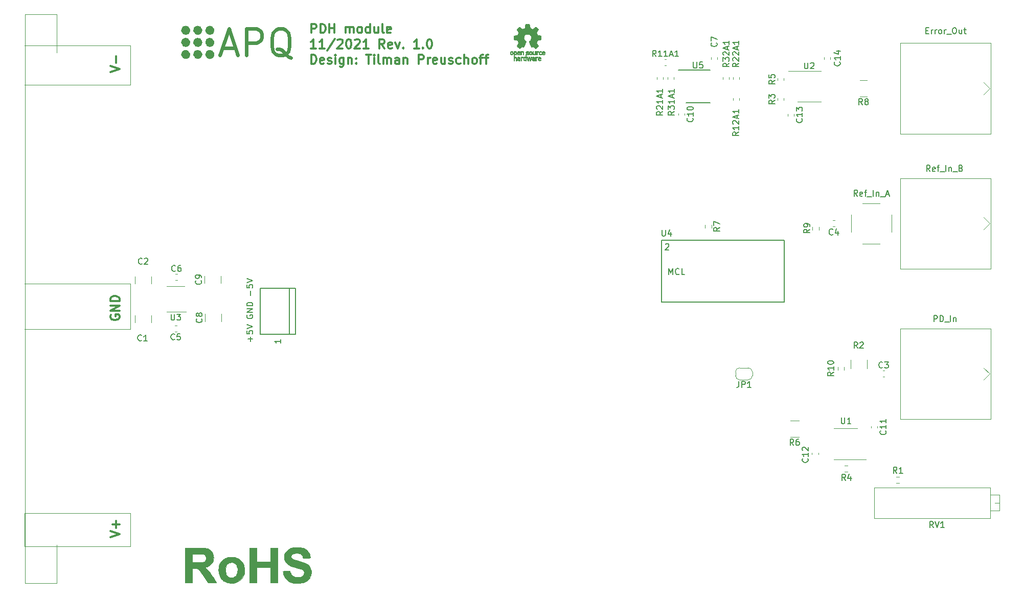
<source format=gbr>
G04 #@! TF.GenerationSoftware,KiCad,Pcbnew,(5.1.9)-1*
G04 #@! TF.CreationDate,2021-10-28T21:28:10+02:00*
G04 #@! TF.ProjectId,PDH-module,5044482d-6d6f-4647-956c-652e6b696361,1.0*
G04 #@! TF.SameCoordinates,Original*
G04 #@! TF.FileFunction,Legend,Top*
G04 #@! TF.FilePolarity,Positive*
%FSLAX46Y46*%
G04 Gerber Fmt 4.6, Leading zero omitted, Abs format (unit mm)*
G04 Created by KiCad (PCBNEW (5.1.9)-1) date 2021-10-28 21:28:10*
%MOMM*%
%LPD*%
G01*
G04 APERTURE LIST*
%ADD10C,0.300000*%
%ADD11C,0.120000*%
%ADD12C,0.150000*%
%ADD13C,1.000000*%
%ADD14C,0.010000*%
%ADD15C,0.600000*%
G04 APERTURE END LIST*
D10*
X117452142Y-45928571D02*
X117452142Y-44428571D01*
X118023571Y-44428571D01*
X118166428Y-44500000D01*
X118237857Y-44571428D01*
X118309285Y-44714285D01*
X118309285Y-44928571D01*
X118237857Y-45071428D01*
X118166428Y-45142857D01*
X118023571Y-45214285D01*
X117452142Y-45214285D01*
X118952142Y-45928571D02*
X118952142Y-44428571D01*
X119309285Y-44428571D01*
X119523571Y-44500000D01*
X119666428Y-44642857D01*
X119737857Y-44785714D01*
X119809285Y-45071428D01*
X119809285Y-45285714D01*
X119737857Y-45571428D01*
X119666428Y-45714285D01*
X119523571Y-45857142D01*
X119309285Y-45928571D01*
X118952142Y-45928571D01*
X120452142Y-45928571D02*
X120452142Y-44428571D01*
X120452142Y-45142857D02*
X121309285Y-45142857D01*
X121309285Y-45928571D02*
X121309285Y-44428571D01*
X123166428Y-45928571D02*
X123166428Y-44928571D01*
X123166428Y-45071428D02*
X123237857Y-45000000D01*
X123380714Y-44928571D01*
X123595000Y-44928571D01*
X123737857Y-45000000D01*
X123809285Y-45142857D01*
X123809285Y-45928571D01*
X123809285Y-45142857D02*
X123880714Y-45000000D01*
X124023571Y-44928571D01*
X124237857Y-44928571D01*
X124380714Y-45000000D01*
X124452142Y-45142857D01*
X124452142Y-45928571D01*
X125380714Y-45928571D02*
X125237857Y-45857142D01*
X125166428Y-45785714D01*
X125095000Y-45642857D01*
X125095000Y-45214285D01*
X125166428Y-45071428D01*
X125237857Y-45000000D01*
X125380714Y-44928571D01*
X125595000Y-44928571D01*
X125737857Y-45000000D01*
X125809285Y-45071428D01*
X125880714Y-45214285D01*
X125880714Y-45642857D01*
X125809285Y-45785714D01*
X125737857Y-45857142D01*
X125595000Y-45928571D01*
X125380714Y-45928571D01*
X127166428Y-45928571D02*
X127166428Y-44428571D01*
X127166428Y-45857142D02*
X127023571Y-45928571D01*
X126737857Y-45928571D01*
X126595000Y-45857142D01*
X126523571Y-45785714D01*
X126452142Y-45642857D01*
X126452142Y-45214285D01*
X126523571Y-45071428D01*
X126595000Y-45000000D01*
X126737857Y-44928571D01*
X127023571Y-44928571D01*
X127166428Y-45000000D01*
X128523571Y-44928571D02*
X128523571Y-45928571D01*
X127880714Y-44928571D02*
X127880714Y-45714285D01*
X127952142Y-45857142D01*
X128095000Y-45928571D01*
X128309285Y-45928571D01*
X128452142Y-45857142D01*
X128523571Y-45785714D01*
X129452142Y-45928571D02*
X129309285Y-45857142D01*
X129237857Y-45714285D01*
X129237857Y-44428571D01*
X130595000Y-45857142D02*
X130452142Y-45928571D01*
X130166428Y-45928571D01*
X130023571Y-45857142D01*
X129952142Y-45714285D01*
X129952142Y-45142857D01*
X130023571Y-45000000D01*
X130166428Y-44928571D01*
X130452142Y-44928571D01*
X130595000Y-45000000D01*
X130666428Y-45142857D01*
X130666428Y-45285714D01*
X129952142Y-45428571D01*
X118237857Y-48478571D02*
X117380714Y-48478571D01*
X117809285Y-48478571D02*
X117809285Y-46978571D01*
X117666428Y-47192857D01*
X117523571Y-47335714D01*
X117380714Y-47407142D01*
X119666428Y-48478571D02*
X118809285Y-48478571D01*
X119237857Y-48478571D02*
X119237857Y-46978571D01*
X119095000Y-47192857D01*
X118952142Y-47335714D01*
X118809285Y-47407142D01*
X121380714Y-46907142D02*
X120095000Y-48835714D01*
X121809285Y-47121428D02*
X121880714Y-47050000D01*
X122023571Y-46978571D01*
X122380714Y-46978571D01*
X122523571Y-47050000D01*
X122595000Y-47121428D01*
X122666428Y-47264285D01*
X122666428Y-47407142D01*
X122595000Y-47621428D01*
X121737857Y-48478571D01*
X122666428Y-48478571D01*
X123595000Y-46978571D02*
X123737857Y-46978571D01*
X123880714Y-47050000D01*
X123952142Y-47121428D01*
X124023571Y-47264285D01*
X124095000Y-47550000D01*
X124095000Y-47907142D01*
X124023571Y-48192857D01*
X123952142Y-48335714D01*
X123880714Y-48407142D01*
X123737857Y-48478571D01*
X123595000Y-48478571D01*
X123452142Y-48407142D01*
X123380714Y-48335714D01*
X123309285Y-48192857D01*
X123237857Y-47907142D01*
X123237857Y-47550000D01*
X123309285Y-47264285D01*
X123380714Y-47121428D01*
X123452142Y-47050000D01*
X123595000Y-46978571D01*
X124666428Y-47121428D02*
X124737857Y-47050000D01*
X124880714Y-46978571D01*
X125237857Y-46978571D01*
X125380714Y-47050000D01*
X125452142Y-47121428D01*
X125523571Y-47264285D01*
X125523571Y-47407142D01*
X125452142Y-47621428D01*
X124595000Y-48478571D01*
X125523571Y-48478571D01*
X126952142Y-48478571D02*
X126095000Y-48478571D01*
X126523571Y-48478571D02*
X126523571Y-46978571D01*
X126380714Y-47192857D01*
X126237857Y-47335714D01*
X126095000Y-47407142D01*
X129595000Y-48478571D02*
X129095000Y-47764285D01*
X128737857Y-48478571D02*
X128737857Y-46978571D01*
X129309285Y-46978571D01*
X129452142Y-47050000D01*
X129523571Y-47121428D01*
X129595000Y-47264285D01*
X129595000Y-47478571D01*
X129523571Y-47621428D01*
X129452142Y-47692857D01*
X129309285Y-47764285D01*
X128737857Y-47764285D01*
X130809285Y-48407142D02*
X130666428Y-48478571D01*
X130380714Y-48478571D01*
X130237857Y-48407142D01*
X130166428Y-48264285D01*
X130166428Y-47692857D01*
X130237857Y-47550000D01*
X130380714Y-47478571D01*
X130666428Y-47478571D01*
X130809285Y-47550000D01*
X130880714Y-47692857D01*
X130880714Y-47835714D01*
X130166428Y-47978571D01*
X131380714Y-47478571D02*
X131737857Y-48478571D01*
X132095000Y-47478571D01*
X132666428Y-48335714D02*
X132737857Y-48407142D01*
X132666428Y-48478571D01*
X132595000Y-48407142D01*
X132666428Y-48335714D01*
X132666428Y-48478571D01*
X135309285Y-48478571D02*
X134452142Y-48478571D01*
X134880714Y-48478571D02*
X134880714Y-46978571D01*
X134737857Y-47192857D01*
X134595000Y-47335714D01*
X134452142Y-47407142D01*
X135952142Y-48335714D02*
X136023571Y-48407142D01*
X135952142Y-48478571D01*
X135880714Y-48407142D01*
X135952142Y-48335714D01*
X135952142Y-48478571D01*
X136952142Y-46978571D02*
X137095000Y-46978571D01*
X137237857Y-47050000D01*
X137309285Y-47121428D01*
X137380714Y-47264285D01*
X137452142Y-47550000D01*
X137452142Y-47907142D01*
X137380714Y-48192857D01*
X137309285Y-48335714D01*
X137237857Y-48407142D01*
X137095000Y-48478571D01*
X136952142Y-48478571D01*
X136809285Y-48407142D01*
X136737857Y-48335714D01*
X136666428Y-48192857D01*
X136595000Y-47907142D01*
X136595000Y-47550000D01*
X136666428Y-47264285D01*
X136737857Y-47121428D01*
X136809285Y-47050000D01*
X136952142Y-46978571D01*
X117452142Y-51028571D02*
X117452142Y-49528571D01*
X117809285Y-49528571D01*
X118023571Y-49600000D01*
X118166428Y-49742857D01*
X118237857Y-49885714D01*
X118309285Y-50171428D01*
X118309285Y-50385714D01*
X118237857Y-50671428D01*
X118166428Y-50814285D01*
X118023571Y-50957142D01*
X117809285Y-51028571D01*
X117452142Y-51028571D01*
X119523571Y-50957142D02*
X119380714Y-51028571D01*
X119095000Y-51028571D01*
X118952142Y-50957142D01*
X118880714Y-50814285D01*
X118880714Y-50242857D01*
X118952142Y-50100000D01*
X119095000Y-50028571D01*
X119380714Y-50028571D01*
X119523571Y-50100000D01*
X119595000Y-50242857D01*
X119595000Y-50385714D01*
X118880714Y-50528571D01*
X120166428Y-50957142D02*
X120309285Y-51028571D01*
X120595000Y-51028571D01*
X120737857Y-50957142D01*
X120809285Y-50814285D01*
X120809285Y-50742857D01*
X120737857Y-50600000D01*
X120595000Y-50528571D01*
X120380714Y-50528571D01*
X120237857Y-50457142D01*
X120166428Y-50314285D01*
X120166428Y-50242857D01*
X120237857Y-50100000D01*
X120380714Y-50028571D01*
X120595000Y-50028571D01*
X120737857Y-50100000D01*
X121452142Y-51028571D02*
X121452142Y-50028571D01*
X121452142Y-49528571D02*
X121380714Y-49600000D01*
X121452142Y-49671428D01*
X121523571Y-49600000D01*
X121452142Y-49528571D01*
X121452142Y-49671428D01*
X122809285Y-50028571D02*
X122809285Y-51242857D01*
X122737857Y-51385714D01*
X122666428Y-51457142D01*
X122523571Y-51528571D01*
X122309285Y-51528571D01*
X122166428Y-51457142D01*
X122809285Y-50957142D02*
X122666428Y-51028571D01*
X122380714Y-51028571D01*
X122237857Y-50957142D01*
X122166428Y-50885714D01*
X122095000Y-50742857D01*
X122095000Y-50314285D01*
X122166428Y-50171428D01*
X122237857Y-50100000D01*
X122380714Y-50028571D01*
X122666428Y-50028571D01*
X122809285Y-50100000D01*
X123523571Y-50028571D02*
X123523571Y-51028571D01*
X123523571Y-50171428D02*
X123595000Y-50100000D01*
X123737857Y-50028571D01*
X123952142Y-50028571D01*
X124095000Y-50100000D01*
X124166428Y-50242857D01*
X124166428Y-51028571D01*
X124880714Y-50885714D02*
X124952142Y-50957142D01*
X124880714Y-51028571D01*
X124809285Y-50957142D01*
X124880714Y-50885714D01*
X124880714Y-51028571D01*
X124880714Y-50100000D02*
X124952142Y-50171428D01*
X124880714Y-50242857D01*
X124809285Y-50171428D01*
X124880714Y-50100000D01*
X124880714Y-50242857D01*
X126523571Y-49528571D02*
X127380714Y-49528571D01*
X126952142Y-51028571D02*
X126952142Y-49528571D01*
X127880714Y-51028571D02*
X127880714Y-50028571D01*
X127880714Y-49528571D02*
X127809285Y-49600000D01*
X127880714Y-49671428D01*
X127952142Y-49600000D01*
X127880714Y-49528571D01*
X127880714Y-49671428D01*
X128809285Y-51028571D02*
X128666428Y-50957142D01*
X128595000Y-50814285D01*
X128595000Y-49528571D01*
X129380714Y-51028571D02*
X129380714Y-50028571D01*
X129380714Y-50171428D02*
X129452142Y-50100000D01*
X129595000Y-50028571D01*
X129809285Y-50028571D01*
X129952142Y-50100000D01*
X130023571Y-50242857D01*
X130023571Y-51028571D01*
X130023571Y-50242857D02*
X130095000Y-50100000D01*
X130237857Y-50028571D01*
X130452142Y-50028571D01*
X130595000Y-50100000D01*
X130666428Y-50242857D01*
X130666428Y-51028571D01*
X132023571Y-51028571D02*
X132023571Y-50242857D01*
X131952142Y-50100000D01*
X131809285Y-50028571D01*
X131523571Y-50028571D01*
X131380714Y-50100000D01*
X132023571Y-50957142D02*
X131880714Y-51028571D01*
X131523571Y-51028571D01*
X131380714Y-50957142D01*
X131309285Y-50814285D01*
X131309285Y-50671428D01*
X131380714Y-50528571D01*
X131523571Y-50457142D01*
X131880714Y-50457142D01*
X132023571Y-50385714D01*
X132737857Y-50028571D02*
X132737857Y-51028571D01*
X132737857Y-50171428D02*
X132809285Y-50100000D01*
X132952142Y-50028571D01*
X133166428Y-50028571D01*
X133309285Y-50100000D01*
X133380714Y-50242857D01*
X133380714Y-51028571D01*
X135237857Y-51028571D02*
X135237857Y-49528571D01*
X135809285Y-49528571D01*
X135952142Y-49600000D01*
X136023571Y-49671428D01*
X136095000Y-49814285D01*
X136095000Y-50028571D01*
X136023571Y-50171428D01*
X135952142Y-50242857D01*
X135809285Y-50314285D01*
X135237857Y-50314285D01*
X136737857Y-51028571D02*
X136737857Y-50028571D01*
X136737857Y-50314285D02*
X136809285Y-50171428D01*
X136880714Y-50100000D01*
X137023571Y-50028571D01*
X137166428Y-50028571D01*
X138237857Y-50957142D02*
X138095000Y-51028571D01*
X137809285Y-51028571D01*
X137666428Y-50957142D01*
X137595000Y-50814285D01*
X137595000Y-50242857D01*
X137666428Y-50100000D01*
X137809285Y-50028571D01*
X138095000Y-50028571D01*
X138237857Y-50100000D01*
X138309285Y-50242857D01*
X138309285Y-50385714D01*
X137595000Y-50528571D01*
X139595000Y-50028571D02*
X139595000Y-51028571D01*
X138952142Y-50028571D02*
X138952142Y-50814285D01*
X139023571Y-50957142D01*
X139166428Y-51028571D01*
X139380714Y-51028571D01*
X139523571Y-50957142D01*
X139595000Y-50885714D01*
X140237857Y-50957142D02*
X140380714Y-51028571D01*
X140666428Y-51028571D01*
X140809285Y-50957142D01*
X140880714Y-50814285D01*
X140880714Y-50742857D01*
X140809285Y-50600000D01*
X140666428Y-50528571D01*
X140452142Y-50528571D01*
X140309285Y-50457142D01*
X140237857Y-50314285D01*
X140237857Y-50242857D01*
X140309285Y-50100000D01*
X140452142Y-50028571D01*
X140666428Y-50028571D01*
X140809285Y-50100000D01*
X142166428Y-50957142D02*
X142023571Y-51028571D01*
X141737857Y-51028571D01*
X141595000Y-50957142D01*
X141523571Y-50885714D01*
X141452142Y-50742857D01*
X141452142Y-50314285D01*
X141523571Y-50171428D01*
X141595000Y-50100000D01*
X141737857Y-50028571D01*
X142023571Y-50028571D01*
X142166428Y-50100000D01*
X142809285Y-51028571D02*
X142809285Y-49528571D01*
X143452142Y-51028571D02*
X143452142Y-50242857D01*
X143380714Y-50100000D01*
X143237857Y-50028571D01*
X143023571Y-50028571D01*
X142880714Y-50100000D01*
X142809285Y-50171428D01*
X144380714Y-51028571D02*
X144237857Y-50957142D01*
X144166428Y-50885714D01*
X144095000Y-50742857D01*
X144095000Y-50314285D01*
X144166428Y-50171428D01*
X144237857Y-50100000D01*
X144380714Y-50028571D01*
X144595000Y-50028571D01*
X144737857Y-50100000D01*
X144809285Y-50171428D01*
X144880714Y-50314285D01*
X144880714Y-50742857D01*
X144809285Y-50885714D01*
X144737857Y-50957142D01*
X144595000Y-51028571D01*
X144380714Y-51028571D01*
X145309285Y-50028571D02*
X145880714Y-50028571D01*
X145523571Y-51028571D02*
X145523571Y-49742857D01*
X145595000Y-49600000D01*
X145737857Y-49528571D01*
X145880714Y-49528571D01*
X146166428Y-50028571D02*
X146737857Y-50028571D01*
X146380714Y-51028571D02*
X146380714Y-49742857D01*
X146452142Y-49600000D01*
X146595000Y-49528571D01*
X146737857Y-49528571D01*
X84178571Y-129428571D02*
X85678571Y-128928571D01*
X84178571Y-128428571D01*
X85107142Y-127928571D02*
X85107142Y-126785714D01*
X85678571Y-127357142D02*
X84535714Y-127357142D01*
D11*
X87500000Y-125500000D02*
X87500000Y-131000000D01*
X70000000Y-125500000D02*
X87500000Y-125500000D01*
X70000000Y-131000000D02*
X70000000Y-125500000D01*
X87500000Y-131000000D02*
X70000000Y-131000000D01*
D10*
X84250000Y-92642857D02*
X84178571Y-92785714D01*
X84178571Y-93000000D01*
X84250000Y-93214285D01*
X84392857Y-93357142D01*
X84535714Y-93428571D01*
X84821428Y-93500000D01*
X85035714Y-93500000D01*
X85321428Y-93428571D01*
X85464285Y-93357142D01*
X85607142Y-93214285D01*
X85678571Y-93000000D01*
X85678571Y-92857142D01*
X85607142Y-92642857D01*
X85535714Y-92571428D01*
X85035714Y-92571428D01*
X85035714Y-92857142D01*
X85678571Y-91928571D02*
X84178571Y-91928571D01*
X85678571Y-91071428D01*
X84178571Y-91071428D01*
X85678571Y-90357142D02*
X84178571Y-90357142D01*
X84178571Y-90000000D01*
X84250000Y-89785714D01*
X84392857Y-89642857D01*
X84535714Y-89571428D01*
X84821428Y-89500000D01*
X85035714Y-89500000D01*
X85321428Y-89571428D01*
X85464285Y-89642857D01*
X85607142Y-89785714D01*
X85678571Y-90000000D01*
X85678571Y-90357142D01*
D11*
X87500000Y-87500000D02*
X70000000Y-87500000D01*
X87500000Y-95000000D02*
X87500000Y-87500000D01*
X70000000Y-95000000D02*
X87500000Y-95000000D01*
X87500000Y-48000000D02*
X70000000Y-48000000D01*
X87500000Y-54500000D02*
X87500000Y-48000000D01*
X70000000Y-54500000D02*
X87500000Y-54500000D01*
D10*
X84178571Y-52428571D02*
X85678571Y-51928571D01*
X84178571Y-51428571D01*
X85107142Y-50928571D02*
X85107142Y-49785714D01*
D12*
X175500000Y-90500000D02*
X175500000Y-80300000D01*
X195800000Y-90500000D02*
X175500000Y-90500000D01*
X195800000Y-80300000D02*
X195800000Y-90500000D01*
X175500000Y-80300000D02*
X195800000Y-80300000D01*
D11*
X90960000Y-93902064D02*
X90960000Y-92697936D01*
X88240000Y-93902064D02*
X88240000Y-92697936D01*
X88240000Y-87502064D02*
X88240000Y-86297936D01*
X90960000Y-87502064D02*
X90960000Y-86297936D01*
X95162779Y-94390000D02*
X94837221Y-94390000D01*
X95162779Y-95410000D02*
X94837221Y-95410000D01*
X94949721Y-85890000D02*
X95275279Y-85890000D01*
X94949721Y-86910000D02*
X95275279Y-86910000D01*
X184710000Y-49937221D02*
X184710000Y-50262779D01*
X183690000Y-49937221D02*
X183690000Y-50262779D01*
X102560000Y-93702064D02*
X102560000Y-92497936D01*
X99840000Y-93702064D02*
X99840000Y-92497936D01*
X99740000Y-87402064D02*
X99740000Y-86197936D01*
X102460000Y-87402064D02*
X102460000Y-86197936D01*
X178290000Y-59237221D02*
X178290000Y-59562779D01*
X179310000Y-59237221D02*
X179310000Y-59562779D01*
X196390000Y-59337221D02*
X196390000Y-59662779D01*
X197410000Y-59337221D02*
X197410000Y-59662779D01*
X202390000Y-50262779D02*
X202390000Y-49937221D01*
X203410000Y-50262779D02*
X203410000Y-49937221D01*
X75340000Y-42883000D02*
X75340000Y-49233000D01*
X70040000Y-42883000D02*
X75340000Y-42883000D01*
X70040000Y-137117000D02*
X70040000Y-42883000D01*
X75340000Y-137117000D02*
X70040000Y-137117000D01*
X75340000Y-137117000D02*
X75340000Y-130767000D01*
X229800000Y-77500000D02*
X228800000Y-78500000D01*
X229800000Y-77500000D02*
X228800000Y-76500000D01*
X215000000Y-70000000D02*
X230000000Y-70000000D01*
X215000000Y-85000000D02*
X215000000Y-70000000D01*
X230000000Y-85000000D02*
X215000000Y-85000000D01*
X230000000Y-70000000D02*
X230000000Y-85000000D01*
X229800000Y-102400000D02*
X228800000Y-103400000D01*
X229800000Y-102400000D02*
X228800000Y-101400000D01*
X215000000Y-94900000D02*
X230000000Y-94900000D01*
X215000000Y-109900000D02*
X215000000Y-94900000D01*
X230000000Y-109900000D02*
X215000000Y-109900000D01*
X230000000Y-94900000D02*
X230000000Y-109900000D01*
X230020000Y-47620000D02*
X230020000Y-62620000D01*
X230020000Y-62620000D02*
X215020000Y-62620000D01*
X215020000Y-62620000D02*
X215020000Y-47620000D01*
X215020000Y-47620000D02*
X230020000Y-47620000D01*
X229820000Y-55120000D02*
X228820000Y-54120000D01*
X229820000Y-55120000D02*
X228820000Y-56120000D01*
D13*
X100904000Y-45500000D02*
G75*
G03*
X100904000Y-45500000I-254000J0D01*
G01*
X96904000Y-45500000D02*
G75*
G03*
X96904000Y-45500000I-254000J0D01*
G01*
X98904000Y-45500000D02*
G75*
G03*
X98904000Y-45500000I-254000J0D01*
G01*
X96904000Y-47500000D02*
G75*
G03*
X96904000Y-47500000I-254000J0D01*
G01*
X98904000Y-47500000D02*
G75*
G03*
X98904000Y-47500000I-254000J0D01*
G01*
X100904000Y-47500000D02*
G75*
G03*
X100904000Y-47500000I-254000J0D01*
G01*
X100904000Y-49500000D02*
G75*
G03*
X100904000Y-49500000I-254000J0D01*
G01*
X98904000Y-49500000D02*
G75*
G03*
X98904000Y-49500000I-254000J0D01*
G01*
X96904000Y-49500000D02*
G75*
G03*
X96904000Y-49500000I-254000J0D01*
G01*
D14*
G36*
X151341241Y-48969184D02*
G01*
X151367753Y-48982282D01*
X151400447Y-49005106D01*
X151424275Y-49029996D01*
X151440594Y-49061249D01*
X151450760Y-49103166D01*
X151456128Y-49160044D01*
X151458056Y-49236184D01*
X151458169Y-49268917D01*
X151457839Y-49340656D01*
X151456473Y-49391927D01*
X151453500Y-49427404D01*
X151448351Y-49451763D01*
X151440457Y-49469680D01*
X151432243Y-49481902D01*
X151379813Y-49533905D01*
X151318070Y-49565184D01*
X151251464Y-49574592D01*
X151184442Y-49560980D01*
X151163208Y-49551354D01*
X151112376Y-49524859D01*
X151112376Y-49940052D01*
X151149475Y-49920868D01*
X151198357Y-49906025D01*
X151258439Y-49902222D01*
X151318436Y-49909243D01*
X151363744Y-49925013D01*
X151401325Y-49955047D01*
X151433436Y-49998024D01*
X151435850Y-50002436D01*
X151446033Y-50023221D01*
X151453470Y-50044170D01*
X151458589Y-50069548D01*
X151461819Y-50103618D01*
X151463587Y-50150641D01*
X151464323Y-50214882D01*
X151464456Y-50287176D01*
X151464456Y-50517822D01*
X151326139Y-50517822D01*
X151326139Y-50092533D01*
X151287451Y-50059979D01*
X151247262Y-50033940D01*
X151209203Y-50029205D01*
X151170934Y-50041389D01*
X151150538Y-50053320D01*
X151135358Y-50070313D01*
X151124562Y-50095995D01*
X151117317Y-50133991D01*
X151112792Y-50187926D01*
X151110156Y-50261425D01*
X151109228Y-50310347D01*
X151106089Y-50511535D01*
X151040074Y-50515336D01*
X150974060Y-50519136D01*
X150974060Y-49270650D01*
X151112376Y-49270650D01*
X151115903Y-49340254D01*
X151127785Y-49388569D01*
X151149980Y-49418631D01*
X151184441Y-49433471D01*
X151219258Y-49436436D01*
X151258671Y-49433028D01*
X151284829Y-49419617D01*
X151301186Y-49401896D01*
X151314063Y-49382835D01*
X151321728Y-49361601D01*
X151325139Y-49331849D01*
X151325251Y-49287236D01*
X151324103Y-49249880D01*
X151321468Y-49193604D01*
X151317544Y-49156658D01*
X151310937Y-49133223D01*
X151300251Y-49117480D01*
X151290167Y-49108380D01*
X151248030Y-49088537D01*
X151198160Y-49085332D01*
X151169524Y-49092168D01*
X151141172Y-49116464D01*
X151122391Y-49163728D01*
X151113288Y-49233624D01*
X151112376Y-49270650D01*
X150974060Y-49270650D01*
X150974060Y-48958614D01*
X151043218Y-48958614D01*
X151084740Y-48960256D01*
X151106162Y-48966087D01*
X151112374Y-48977461D01*
X151112376Y-48977798D01*
X151115258Y-48988938D01*
X151127970Y-48987673D01*
X151153243Y-48975433D01*
X151212131Y-48956707D01*
X151278385Y-48954739D01*
X151341241Y-48969184D01*
G37*
X151341241Y-48969184D02*
X151367753Y-48982282D01*
X151400447Y-49005106D01*
X151424275Y-49029996D01*
X151440594Y-49061249D01*
X151450760Y-49103166D01*
X151456128Y-49160044D01*
X151458056Y-49236184D01*
X151458169Y-49268917D01*
X151457839Y-49340656D01*
X151456473Y-49391927D01*
X151453500Y-49427404D01*
X151448351Y-49451763D01*
X151440457Y-49469680D01*
X151432243Y-49481902D01*
X151379813Y-49533905D01*
X151318070Y-49565184D01*
X151251464Y-49574592D01*
X151184442Y-49560980D01*
X151163208Y-49551354D01*
X151112376Y-49524859D01*
X151112376Y-49940052D01*
X151149475Y-49920868D01*
X151198357Y-49906025D01*
X151258439Y-49902222D01*
X151318436Y-49909243D01*
X151363744Y-49925013D01*
X151401325Y-49955047D01*
X151433436Y-49998024D01*
X151435850Y-50002436D01*
X151446033Y-50023221D01*
X151453470Y-50044170D01*
X151458589Y-50069548D01*
X151461819Y-50103618D01*
X151463587Y-50150641D01*
X151464323Y-50214882D01*
X151464456Y-50287176D01*
X151464456Y-50517822D01*
X151326139Y-50517822D01*
X151326139Y-50092533D01*
X151287451Y-50059979D01*
X151247262Y-50033940D01*
X151209203Y-50029205D01*
X151170934Y-50041389D01*
X151150538Y-50053320D01*
X151135358Y-50070313D01*
X151124562Y-50095995D01*
X151117317Y-50133991D01*
X151112792Y-50187926D01*
X151110156Y-50261425D01*
X151109228Y-50310347D01*
X151106089Y-50511535D01*
X151040074Y-50515336D01*
X150974060Y-50519136D01*
X150974060Y-49270650D01*
X151112376Y-49270650D01*
X151115903Y-49340254D01*
X151127785Y-49388569D01*
X151149980Y-49418631D01*
X151184441Y-49433471D01*
X151219258Y-49436436D01*
X151258671Y-49433028D01*
X151284829Y-49419617D01*
X151301186Y-49401896D01*
X151314063Y-49382835D01*
X151321728Y-49361601D01*
X151325139Y-49331849D01*
X151325251Y-49287236D01*
X151324103Y-49249880D01*
X151321468Y-49193604D01*
X151317544Y-49156658D01*
X151310937Y-49133223D01*
X151300251Y-49117480D01*
X151290167Y-49108380D01*
X151248030Y-49088537D01*
X151198160Y-49085332D01*
X151169524Y-49092168D01*
X151141172Y-49116464D01*
X151122391Y-49163728D01*
X151113288Y-49233624D01*
X151112376Y-49270650D01*
X150974060Y-49270650D01*
X150974060Y-48958614D01*
X151043218Y-48958614D01*
X151084740Y-48960256D01*
X151106162Y-48966087D01*
X151112374Y-48977461D01*
X151112376Y-48977798D01*
X151115258Y-48988938D01*
X151127970Y-48987673D01*
X151153243Y-48975433D01*
X151212131Y-48956707D01*
X151278385Y-48954739D01*
X151341241Y-48969184D01*
G36*
X151865790Y-49906555D02*
G01*
X151924945Y-49922339D01*
X151969977Y-49950948D01*
X152001754Y-49988419D01*
X152011634Y-50004411D01*
X152018927Y-50021163D01*
X152024026Y-50042592D01*
X152027321Y-50072616D01*
X152029203Y-50115154D01*
X152030063Y-50174122D01*
X152030293Y-50253440D01*
X152030297Y-50274484D01*
X152030297Y-50517822D01*
X151969941Y-50517822D01*
X151931443Y-50515126D01*
X151902977Y-50508295D01*
X151895845Y-50504083D01*
X151876348Y-50496813D01*
X151856434Y-50504083D01*
X151823647Y-50513160D01*
X151776022Y-50516813D01*
X151723236Y-50515228D01*
X151674964Y-50508589D01*
X151646782Y-50500072D01*
X151592247Y-50465063D01*
X151558165Y-50416479D01*
X151542843Y-50351882D01*
X151542701Y-50350223D01*
X151544045Y-50321566D01*
X151665644Y-50321566D01*
X151676274Y-50354161D01*
X151693590Y-50372505D01*
X151728348Y-50386379D01*
X151774227Y-50391917D01*
X151821012Y-50389191D01*
X151858486Y-50378274D01*
X151868985Y-50371269D01*
X151887332Y-50338904D01*
X151891980Y-50302111D01*
X151891980Y-50253763D01*
X151822418Y-50253763D01*
X151756333Y-50258850D01*
X151706236Y-50273263D01*
X151675071Y-50295729D01*
X151665644Y-50321566D01*
X151544045Y-50321566D01*
X151546013Y-50279647D01*
X151569290Y-50223845D01*
X151613052Y-50181647D01*
X151619101Y-50177808D01*
X151645093Y-50165309D01*
X151677265Y-50157740D01*
X151722240Y-50154061D01*
X151775669Y-50153216D01*
X151891980Y-50153169D01*
X151891980Y-50104411D01*
X151887047Y-50066581D01*
X151874457Y-50041236D01*
X151872983Y-50039887D01*
X151844966Y-50028800D01*
X151802674Y-50024503D01*
X151755936Y-50026615D01*
X151714582Y-50034756D01*
X151690043Y-50046965D01*
X151676747Y-50056746D01*
X151662706Y-50058613D01*
X151643329Y-50050600D01*
X151614024Y-50030739D01*
X151570197Y-49997063D01*
X151566175Y-49993909D01*
X151568236Y-49982236D01*
X151585432Y-49962822D01*
X151611567Y-49941248D01*
X151640448Y-49923096D01*
X151649522Y-49918809D01*
X151682620Y-49910256D01*
X151731120Y-49904155D01*
X151785305Y-49901708D01*
X151787839Y-49901703D01*
X151865790Y-49906555D01*
G37*
X151865790Y-49906555D02*
X151924945Y-49922339D01*
X151969977Y-49950948D01*
X152001754Y-49988419D01*
X152011634Y-50004411D01*
X152018927Y-50021163D01*
X152024026Y-50042592D01*
X152027321Y-50072616D01*
X152029203Y-50115154D01*
X152030063Y-50174122D01*
X152030293Y-50253440D01*
X152030297Y-50274484D01*
X152030297Y-50517822D01*
X151969941Y-50517822D01*
X151931443Y-50515126D01*
X151902977Y-50508295D01*
X151895845Y-50504083D01*
X151876348Y-50496813D01*
X151856434Y-50504083D01*
X151823647Y-50513160D01*
X151776022Y-50516813D01*
X151723236Y-50515228D01*
X151674964Y-50508589D01*
X151646782Y-50500072D01*
X151592247Y-50465063D01*
X151558165Y-50416479D01*
X151542843Y-50351882D01*
X151542701Y-50350223D01*
X151544045Y-50321566D01*
X151665644Y-50321566D01*
X151676274Y-50354161D01*
X151693590Y-50372505D01*
X151728348Y-50386379D01*
X151774227Y-50391917D01*
X151821012Y-50389191D01*
X151858486Y-50378274D01*
X151868985Y-50371269D01*
X151887332Y-50338904D01*
X151891980Y-50302111D01*
X151891980Y-50253763D01*
X151822418Y-50253763D01*
X151756333Y-50258850D01*
X151706236Y-50273263D01*
X151675071Y-50295729D01*
X151665644Y-50321566D01*
X151544045Y-50321566D01*
X151546013Y-50279647D01*
X151569290Y-50223845D01*
X151613052Y-50181647D01*
X151619101Y-50177808D01*
X151645093Y-50165309D01*
X151677265Y-50157740D01*
X151722240Y-50154061D01*
X151775669Y-50153216D01*
X151891980Y-50153169D01*
X151891980Y-50104411D01*
X151887047Y-50066581D01*
X151874457Y-50041236D01*
X151872983Y-50039887D01*
X151844966Y-50028800D01*
X151802674Y-50024503D01*
X151755936Y-50026615D01*
X151714582Y-50034756D01*
X151690043Y-50046965D01*
X151676747Y-50056746D01*
X151662706Y-50058613D01*
X151643329Y-50050600D01*
X151614024Y-50030739D01*
X151570197Y-49997063D01*
X151566175Y-49993909D01*
X151568236Y-49982236D01*
X151585432Y-49962822D01*
X151611567Y-49941248D01*
X151640448Y-49923096D01*
X151649522Y-49918809D01*
X151682620Y-49910256D01*
X151731120Y-49904155D01*
X151785305Y-49901708D01*
X151787839Y-49901703D01*
X151865790Y-49906555D01*
G36*
X152256644Y-49903020D02*
G01*
X152275461Y-49908660D01*
X152281527Y-49921053D01*
X152281782Y-49926647D01*
X152282871Y-49942230D01*
X152290368Y-49944676D01*
X152310619Y-49933993D01*
X152322649Y-49926694D01*
X152360600Y-49911063D01*
X152405928Y-49903334D01*
X152453456Y-49902740D01*
X152498005Y-49908513D01*
X152534398Y-49919884D01*
X152557457Y-49936088D01*
X152562004Y-49956355D01*
X152559709Y-49961843D01*
X152542980Y-49984626D01*
X152517037Y-50012647D01*
X152512345Y-50017177D01*
X152487617Y-50038005D01*
X152466282Y-50044735D01*
X152436445Y-50040038D01*
X152424492Y-50036917D01*
X152387295Y-50029421D01*
X152361141Y-50032792D01*
X152339054Y-50044681D01*
X152318822Y-50060635D01*
X152303921Y-50080700D01*
X152293566Y-50108702D01*
X152286971Y-50148467D01*
X152283351Y-50203823D01*
X152281922Y-50278594D01*
X152281782Y-50323740D01*
X152281782Y-50517822D01*
X152156040Y-50517822D01*
X152156040Y-49901683D01*
X152218911Y-49901683D01*
X152256644Y-49903020D01*
G37*
X152256644Y-49903020D02*
X152275461Y-49908660D01*
X152281527Y-49921053D01*
X152281782Y-49926647D01*
X152282871Y-49942230D01*
X152290368Y-49944676D01*
X152310619Y-49933993D01*
X152322649Y-49926694D01*
X152360600Y-49911063D01*
X152405928Y-49903334D01*
X152453456Y-49902740D01*
X152498005Y-49908513D01*
X152534398Y-49919884D01*
X152557457Y-49936088D01*
X152562004Y-49956355D01*
X152559709Y-49961843D01*
X152542980Y-49984626D01*
X152517037Y-50012647D01*
X152512345Y-50017177D01*
X152487617Y-50038005D01*
X152466282Y-50044735D01*
X152436445Y-50040038D01*
X152424492Y-50036917D01*
X152387295Y-50029421D01*
X152361141Y-50032792D01*
X152339054Y-50044681D01*
X152318822Y-50060635D01*
X152303921Y-50080700D01*
X152293566Y-50108702D01*
X152286971Y-50148467D01*
X152283351Y-50203823D01*
X152281922Y-50278594D01*
X152281782Y-50323740D01*
X152281782Y-50517822D01*
X152156040Y-50517822D01*
X152156040Y-49901683D01*
X152218911Y-49901683D01*
X152256644Y-49903020D01*
G36*
X153048812Y-50517822D02*
G01*
X152979654Y-50517822D01*
X152939512Y-50516645D01*
X152918606Y-50511772D01*
X152911078Y-50501186D01*
X152910495Y-50494029D01*
X152909226Y-50479676D01*
X152901221Y-50476923D01*
X152880185Y-50485771D01*
X152863827Y-50494029D01*
X152801023Y-50513597D01*
X152732752Y-50514729D01*
X152677248Y-50500135D01*
X152625562Y-50464877D01*
X152586162Y-50412835D01*
X152564587Y-50351450D01*
X152564038Y-50348018D01*
X152560833Y-50310571D01*
X152559239Y-50256813D01*
X152559367Y-50216155D01*
X152696721Y-50216155D01*
X152699903Y-50270194D01*
X152707141Y-50314735D01*
X152716940Y-50339888D01*
X152754011Y-50374260D01*
X152798026Y-50386582D01*
X152843416Y-50376618D01*
X152882203Y-50346895D01*
X152896892Y-50326905D01*
X152905481Y-50303050D01*
X152909504Y-50268230D01*
X152910495Y-50215930D01*
X152908722Y-50164139D01*
X152904037Y-50118634D01*
X152897397Y-50088181D01*
X152896290Y-50085452D01*
X152869509Y-50053000D01*
X152830421Y-50035183D01*
X152786685Y-50032306D01*
X152745962Y-50044674D01*
X152715913Y-50072593D01*
X152712796Y-50078148D01*
X152703039Y-50112022D01*
X152697723Y-50160728D01*
X152696721Y-50216155D01*
X152559367Y-50216155D01*
X152559432Y-50195540D01*
X152560336Y-50162563D01*
X152566486Y-50080981D01*
X152579267Y-50019730D01*
X152600529Y-49974449D01*
X152632122Y-49940779D01*
X152662793Y-49921014D01*
X152705646Y-49907120D01*
X152758944Y-49902354D01*
X152813520Y-49906236D01*
X152860208Y-49918282D01*
X152884876Y-49932693D01*
X152910495Y-49955878D01*
X152910495Y-49662773D01*
X153048812Y-49662773D01*
X153048812Y-50517822D01*
G37*
X153048812Y-50517822D02*
X152979654Y-50517822D01*
X152939512Y-50516645D01*
X152918606Y-50511772D01*
X152911078Y-50501186D01*
X152910495Y-50494029D01*
X152909226Y-50479676D01*
X152901221Y-50476923D01*
X152880185Y-50485771D01*
X152863827Y-50494029D01*
X152801023Y-50513597D01*
X152732752Y-50514729D01*
X152677248Y-50500135D01*
X152625562Y-50464877D01*
X152586162Y-50412835D01*
X152564587Y-50351450D01*
X152564038Y-50348018D01*
X152560833Y-50310571D01*
X152559239Y-50256813D01*
X152559367Y-50216155D01*
X152696721Y-50216155D01*
X152699903Y-50270194D01*
X152707141Y-50314735D01*
X152716940Y-50339888D01*
X152754011Y-50374260D01*
X152798026Y-50386582D01*
X152843416Y-50376618D01*
X152882203Y-50346895D01*
X152896892Y-50326905D01*
X152905481Y-50303050D01*
X152909504Y-50268230D01*
X152910495Y-50215930D01*
X152908722Y-50164139D01*
X152904037Y-50118634D01*
X152897397Y-50088181D01*
X152896290Y-50085452D01*
X152869509Y-50053000D01*
X152830421Y-50035183D01*
X152786685Y-50032306D01*
X152745962Y-50044674D01*
X152715913Y-50072593D01*
X152712796Y-50078148D01*
X152703039Y-50112022D01*
X152697723Y-50160728D01*
X152696721Y-50216155D01*
X152559367Y-50216155D01*
X152559432Y-50195540D01*
X152560336Y-50162563D01*
X152566486Y-50080981D01*
X152579267Y-50019730D01*
X152600529Y-49974449D01*
X152632122Y-49940779D01*
X152662793Y-49921014D01*
X152705646Y-49907120D01*
X152758944Y-49902354D01*
X152813520Y-49906236D01*
X152860208Y-49918282D01*
X152884876Y-49932693D01*
X152910495Y-49955878D01*
X152910495Y-49662773D01*
X153048812Y-49662773D01*
X153048812Y-50517822D01*
G36*
X153531524Y-49904237D02*
G01*
X153581255Y-49907971D01*
X153711291Y-50297773D01*
X153731678Y-50228614D01*
X153743946Y-50185874D01*
X153760085Y-50128115D01*
X153777512Y-50064625D01*
X153786726Y-50030570D01*
X153821388Y-49901683D01*
X153964391Y-49901683D01*
X153921646Y-50036857D01*
X153900596Y-50103342D01*
X153875167Y-50183539D01*
X153848610Y-50267193D01*
X153824902Y-50341782D01*
X153770902Y-50511535D01*
X153712598Y-50515328D01*
X153654295Y-50519122D01*
X153622679Y-50414734D01*
X153603182Y-50349889D01*
X153581904Y-50278400D01*
X153563308Y-50215263D01*
X153562574Y-50212750D01*
X153548684Y-50169969D01*
X153536429Y-50140779D01*
X153527846Y-50129741D01*
X153526082Y-50131018D01*
X153519891Y-50148130D01*
X153508128Y-50184787D01*
X153492225Y-50236378D01*
X153473614Y-50298294D01*
X153463543Y-50332352D01*
X153409007Y-50517822D01*
X153293264Y-50517822D01*
X153200737Y-50225471D01*
X153174744Y-50143462D01*
X153151066Y-50068987D01*
X153130820Y-50005544D01*
X153115126Y-49956632D01*
X153105102Y-49925749D01*
X153102055Y-49916726D01*
X153104467Y-49907487D01*
X153123408Y-49903441D01*
X153162823Y-49903846D01*
X153168993Y-49904152D01*
X153242086Y-49907971D01*
X153289957Y-50084010D01*
X153307553Y-50148211D01*
X153323277Y-50204649D01*
X153335746Y-50248422D01*
X153343574Y-50274630D01*
X153345020Y-50278903D01*
X153351014Y-50273990D01*
X153363101Y-50248532D01*
X153379893Y-50205997D01*
X153400003Y-50149850D01*
X153417003Y-50099130D01*
X153481794Y-49900504D01*
X153531524Y-49904237D01*
G37*
X153531524Y-49904237D02*
X153581255Y-49907971D01*
X153711291Y-50297773D01*
X153731678Y-50228614D01*
X153743946Y-50185874D01*
X153760085Y-50128115D01*
X153777512Y-50064625D01*
X153786726Y-50030570D01*
X153821388Y-49901683D01*
X153964391Y-49901683D01*
X153921646Y-50036857D01*
X153900596Y-50103342D01*
X153875167Y-50183539D01*
X153848610Y-50267193D01*
X153824902Y-50341782D01*
X153770902Y-50511535D01*
X153712598Y-50515328D01*
X153654295Y-50519122D01*
X153622679Y-50414734D01*
X153603182Y-50349889D01*
X153581904Y-50278400D01*
X153563308Y-50215263D01*
X153562574Y-50212750D01*
X153548684Y-50169969D01*
X153536429Y-50140779D01*
X153527846Y-50129741D01*
X153526082Y-50131018D01*
X153519891Y-50148130D01*
X153508128Y-50184787D01*
X153492225Y-50236378D01*
X153473614Y-50298294D01*
X153463543Y-50332352D01*
X153409007Y-50517822D01*
X153293264Y-50517822D01*
X153200737Y-50225471D01*
X153174744Y-50143462D01*
X153151066Y-50068987D01*
X153130820Y-50005544D01*
X153115126Y-49956632D01*
X153105102Y-49925749D01*
X153102055Y-49916726D01*
X153104467Y-49907487D01*
X153123408Y-49903441D01*
X153162823Y-49903846D01*
X153168993Y-49904152D01*
X153242086Y-49907971D01*
X153289957Y-50084010D01*
X153307553Y-50148211D01*
X153323277Y-50204649D01*
X153335746Y-50248422D01*
X153343574Y-50274630D01*
X153345020Y-50278903D01*
X153351014Y-50273990D01*
X153363101Y-50248532D01*
X153379893Y-50205997D01*
X153400003Y-50149850D01*
X153417003Y-50099130D01*
X153481794Y-49900504D01*
X153531524Y-49904237D01*
G36*
X154288411Y-49905417D02*
G01*
X154341411Y-49918290D01*
X154356731Y-49925110D01*
X154386428Y-49942974D01*
X154409220Y-49963093D01*
X154426083Y-49988962D01*
X154437998Y-50024073D01*
X154445942Y-50071920D01*
X154450894Y-50135996D01*
X154453831Y-50219794D01*
X154454947Y-50275768D01*
X154459052Y-50517822D01*
X154388932Y-50517822D01*
X154346393Y-50516038D01*
X154324476Y-50509942D01*
X154318812Y-50499706D01*
X154315821Y-50488637D01*
X154302451Y-50490754D01*
X154284233Y-50499629D01*
X154238624Y-50513233D01*
X154180007Y-50516899D01*
X154118354Y-50510903D01*
X154063638Y-50495521D01*
X154058730Y-50493386D01*
X154008723Y-50458255D01*
X153975756Y-50409419D01*
X153960587Y-50352333D01*
X153961746Y-50331824D01*
X154085508Y-50331824D01*
X154096413Y-50359425D01*
X154128745Y-50379204D01*
X154180910Y-50389819D01*
X154208787Y-50391228D01*
X154255247Y-50387620D01*
X154286129Y-50373597D01*
X154293664Y-50366931D01*
X154314076Y-50330666D01*
X154318812Y-50297773D01*
X154318812Y-50253763D01*
X154257513Y-50253763D01*
X154186256Y-50257395D01*
X154136276Y-50268818D01*
X154104696Y-50288824D01*
X154097626Y-50297743D01*
X154085508Y-50331824D01*
X153961746Y-50331824D01*
X153963971Y-50292456D01*
X153986663Y-50235244D01*
X154017624Y-50196580D01*
X154036376Y-50179864D01*
X154054733Y-50168878D01*
X154078619Y-50162180D01*
X154113957Y-50158326D01*
X154166669Y-50155873D01*
X154187577Y-50155168D01*
X154318812Y-50150879D01*
X154318620Y-50111158D01*
X154313537Y-50069405D01*
X154295162Y-50044158D01*
X154258039Y-50028030D01*
X154257043Y-50027742D01*
X154204410Y-50021400D01*
X154152906Y-50029684D01*
X154114630Y-50049827D01*
X154099272Y-50059773D01*
X154082730Y-50058397D01*
X154057275Y-50043987D01*
X154042328Y-50033817D01*
X154013091Y-50012088D01*
X153994980Y-49995800D01*
X153992074Y-49991137D01*
X154004040Y-49967005D01*
X154039396Y-49938185D01*
X154054753Y-49928461D01*
X154098901Y-49911714D01*
X154158398Y-49902227D01*
X154224487Y-49900095D01*
X154288411Y-49905417D01*
G37*
X154288411Y-49905417D02*
X154341411Y-49918290D01*
X154356731Y-49925110D01*
X154386428Y-49942974D01*
X154409220Y-49963093D01*
X154426083Y-49988962D01*
X154437998Y-50024073D01*
X154445942Y-50071920D01*
X154450894Y-50135996D01*
X154453831Y-50219794D01*
X154454947Y-50275768D01*
X154459052Y-50517822D01*
X154388932Y-50517822D01*
X154346393Y-50516038D01*
X154324476Y-50509942D01*
X154318812Y-50499706D01*
X154315821Y-50488637D01*
X154302451Y-50490754D01*
X154284233Y-50499629D01*
X154238624Y-50513233D01*
X154180007Y-50516899D01*
X154118354Y-50510903D01*
X154063638Y-50495521D01*
X154058730Y-50493386D01*
X154008723Y-50458255D01*
X153975756Y-50409419D01*
X153960587Y-50352333D01*
X153961746Y-50331824D01*
X154085508Y-50331824D01*
X154096413Y-50359425D01*
X154128745Y-50379204D01*
X154180910Y-50389819D01*
X154208787Y-50391228D01*
X154255247Y-50387620D01*
X154286129Y-50373597D01*
X154293664Y-50366931D01*
X154314076Y-50330666D01*
X154318812Y-50297773D01*
X154318812Y-50253763D01*
X154257513Y-50253763D01*
X154186256Y-50257395D01*
X154136276Y-50268818D01*
X154104696Y-50288824D01*
X154097626Y-50297743D01*
X154085508Y-50331824D01*
X153961746Y-50331824D01*
X153963971Y-50292456D01*
X153986663Y-50235244D01*
X154017624Y-50196580D01*
X154036376Y-50179864D01*
X154054733Y-50168878D01*
X154078619Y-50162180D01*
X154113957Y-50158326D01*
X154166669Y-50155873D01*
X154187577Y-50155168D01*
X154318812Y-50150879D01*
X154318620Y-50111158D01*
X154313537Y-50069405D01*
X154295162Y-50044158D01*
X154258039Y-50028030D01*
X154257043Y-50027742D01*
X154204410Y-50021400D01*
X154152906Y-50029684D01*
X154114630Y-50049827D01*
X154099272Y-50059773D01*
X154082730Y-50058397D01*
X154057275Y-50043987D01*
X154042328Y-50033817D01*
X154013091Y-50012088D01*
X153994980Y-49995800D01*
X153992074Y-49991137D01*
X154004040Y-49967005D01*
X154039396Y-49938185D01*
X154054753Y-49928461D01*
X154098901Y-49911714D01*
X154158398Y-49902227D01*
X154224487Y-49900095D01*
X154288411Y-49905417D01*
G36*
X154885255Y-49901486D02*
G01*
X154933595Y-49911015D01*
X154961114Y-49925125D01*
X154990064Y-49948568D01*
X154948876Y-50000571D01*
X154923482Y-50032064D01*
X154906238Y-50047428D01*
X154889102Y-50049776D01*
X154864027Y-50042217D01*
X154852257Y-50037941D01*
X154804270Y-50031631D01*
X154760324Y-50045156D01*
X154728060Y-50075710D01*
X154722819Y-50085452D01*
X154717112Y-50111258D01*
X154712706Y-50158817D01*
X154709811Y-50224758D01*
X154708631Y-50305710D01*
X154708614Y-50317226D01*
X154708614Y-50517822D01*
X154570297Y-50517822D01*
X154570297Y-49901683D01*
X154639456Y-49901683D01*
X154679333Y-49902725D01*
X154700107Y-49907358D01*
X154707789Y-49917849D01*
X154708614Y-49927745D01*
X154708614Y-49953806D01*
X154741745Y-49927745D01*
X154779735Y-49909965D01*
X154830770Y-49901174D01*
X154885255Y-49901486D01*
G37*
X154885255Y-49901486D02*
X154933595Y-49911015D01*
X154961114Y-49925125D01*
X154990064Y-49948568D01*
X154948876Y-50000571D01*
X154923482Y-50032064D01*
X154906238Y-50047428D01*
X154889102Y-50049776D01*
X154864027Y-50042217D01*
X154852257Y-50037941D01*
X154804270Y-50031631D01*
X154760324Y-50045156D01*
X154728060Y-50075710D01*
X154722819Y-50085452D01*
X154717112Y-50111258D01*
X154712706Y-50158817D01*
X154709811Y-50224758D01*
X154708631Y-50305710D01*
X154708614Y-50317226D01*
X154708614Y-50517822D01*
X154570297Y-50517822D01*
X154570297Y-49901683D01*
X154639456Y-49901683D01*
X154679333Y-49902725D01*
X154700107Y-49907358D01*
X154707789Y-49917849D01*
X154708614Y-49927745D01*
X154708614Y-49953806D01*
X154741745Y-49927745D01*
X154779735Y-49909965D01*
X154830770Y-49901174D01*
X154885255Y-49901486D01*
G36*
X155282581Y-49904970D02*
G01*
X155342685Y-49920597D01*
X155393021Y-49952848D01*
X155417393Y-49976940D01*
X155457345Y-50033895D01*
X155480242Y-50099965D01*
X155488108Y-50181182D01*
X155488148Y-50187748D01*
X155488218Y-50253763D01*
X155108264Y-50253763D01*
X155116363Y-50288342D01*
X155130987Y-50319659D01*
X155156581Y-50352291D01*
X155161935Y-50357500D01*
X155207943Y-50385694D01*
X155260410Y-50390475D01*
X155320803Y-50371926D01*
X155331040Y-50366931D01*
X155362439Y-50351745D01*
X155383470Y-50343094D01*
X155387139Y-50342293D01*
X155399948Y-50350063D01*
X155424378Y-50369072D01*
X155436779Y-50379460D01*
X155462476Y-50403321D01*
X155470915Y-50419077D01*
X155465058Y-50433571D01*
X155461928Y-50437534D01*
X155440725Y-50454879D01*
X155405738Y-50475959D01*
X155381337Y-50488265D01*
X155312072Y-50509946D01*
X155235388Y-50516971D01*
X155162765Y-50508647D01*
X155142426Y-50502686D01*
X155079476Y-50468952D01*
X155032815Y-50417045D01*
X155002173Y-50346459D01*
X154987282Y-50256692D01*
X154985647Y-50209753D01*
X154990421Y-50141413D01*
X155110990Y-50141413D01*
X155122652Y-50146465D01*
X155153998Y-50150429D01*
X155199571Y-50152768D01*
X155230446Y-50153169D01*
X155285981Y-50152783D01*
X155321033Y-50150975D01*
X155340262Y-50146773D01*
X155348330Y-50139203D01*
X155349901Y-50128218D01*
X155339121Y-50094381D01*
X155311980Y-50060940D01*
X155276277Y-50035272D01*
X155240560Y-50024772D01*
X155192048Y-50034086D01*
X155150053Y-50061013D01*
X155120936Y-50099827D01*
X155110990Y-50141413D01*
X154990421Y-50141413D01*
X154992599Y-50110236D01*
X155014055Y-50030949D01*
X155050470Y-49971263D01*
X155102297Y-49930549D01*
X155169990Y-49908179D01*
X155206662Y-49903871D01*
X155282581Y-49904970D01*
G37*
X155282581Y-49904970D02*
X155342685Y-49920597D01*
X155393021Y-49952848D01*
X155417393Y-49976940D01*
X155457345Y-50033895D01*
X155480242Y-50099965D01*
X155488108Y-50181182D01*
X155488148Y-50187748D01*
X155488218Y-50253763D01*
X155108264Y-50253763D01*
X155116363Y-50288342D01*
X155130987Y-50319659D01*
X155156581Y-50352291D01*
X155161935Y-50357500D01*
X155207943Y-50385694D01*
X155260410Y-50390475D01*
X155320803Y-50371926D01*
X155331040Y-50366931D01*
X155362439Y-50351745D01*
X155383470Y-50343094D01*
X155387139Y-50342293D01*
X155399948Y-50350063D01*
X155424378Y-50369072D01*
X155436779Y-50379460D01*
X155462476Y-50403321D01*
X155470915Y-50419077D01*
X155465058Y-50433571D01*
X155461928Y-50437534D01*
X155440725Y-50454879D01*
X155405738Y-50475959D01*
X155381337Y-50488265D01*
X155312072Y-50509946D01*
X155235388Y-50516971D01*
X155162765Y-50508647D01*
X155142426Y-50502686D01*
X155079476Y-50468952D01*
X155032815Y-50417045D01*
X155002173Y-50346459D01*
X154987282Y-50256692D01*
X154985647Y-50209753D01*
X154990421Y-50141413D01*
X155110990Y-50141413D01*
X155122652Y-50146465D01*
X155153998Y-50150429D01*
X155199571Y-50152768D01*
X155230446Y-50153169D01*
X155285981Y-50152783D01*
X155321033Y-50150975D01*
X155340262Y-50146773D01*
X155348330Y-50139203D01*
X155349901Y-50128218D01*
X155339121Y-50094381D01*
X155311980Y-50060940D01*
X155276277Y-50035272D01*
X155240560Y-50024772D01*
X155192048Y-50034086D01*
X155150053Y-50061013D01*
X155120936Y-50099827D01*
X155110990Y-50141413D01*
X154990421Y-50141413D01*
X154992599Y-50110236D01*
X155014055Y-50030949D01*
X155050470Y-49971263D01*
X155102297Y-49930549D01*
X155169990Y-49908179D01*
X155206662Y-49903871D01*
X155282581Y-49904970D01*
G36*
X150711739Y-48965148D02*
G01*
X150777521Y-48994231D01*
X150827460Y-49042793D01*
X150861626Y-49110908D01*
X150880093Y-49198651D01*
X150881417Y-49212351D01*
X150882454Y-49308939D01*
X150869007Y-49393602D01*
X150841892Y-49462221D01*
X150827373Y-49484294D01*
X150776799Y-49531011D01*
X150712391Y-49561268D01*
X150640334Y-49573824D01*
X150566815Y-49567439D01*
X150510928Y-49547772D01*
X150462868Y-49514629D01*
X150423588Y-49471175D01*
X150422908Y-49470158D01*
X150406956Y-49443338D01*
X150396590Y-49416368D01*
X150390312Y-49382332D01*
X150386627Y-49334310D01*
X150385003Y-49294931D01*
X150384328Y-49259219D01*
X150510045Y-49259219D01*
X150511274Y-49294770D01*
X150515734Y-49342094D01*
X150523603Y-49372465D01*
X150537793Y-49394072D01*
X150551083Y-49406694D01*
X150598198Y-49433122D01*
X150647495Y-49436653D01*
X150693407Y-49417639D01*
X150716362Y-49396331D01*
X150732904Y-49374859D01*
X150742579Y-49354313D01*
X150746826Y-49327574D01*
X150747080Y-49287523D01*
X150745772Y-49250638D01*
X150742957Y-49197947D01*
X150738495Y-49163772D01*
X150730452Y-49141480D01*
X150716897Y-49124442D01*
X150706155Y-49114703D01*
X150661223Y-49089123D01*
X150612751Y-49087847D01*
X150572106Y-49102999D01*
X150537433Y-49134642D01*
X150516776Y-49186620D01*
X150510045Y-49259219D01*
X150384328Y-49259219D01*
X150383521Y-49216621D01*
X150386052Y-49158056D01*
X150393638Y-49114007D01*
X150407319Y-49079248D01*
X150428135Y-49048551D01*
X150435853Y-49039436D01*
X150484111Y-48994021D01*
X150535872Y-48967493D01*
X150599172Y-48956379D01*
X150630039Y-48955471D01*
X150711739Y-48965148D01*
G37*
X150711739Y-48965148D02*
X150777521Y-48994231D01*
X150827460Y-49042793D01*
X150861626Y-49110908D01*
X150880093Y-49198651D01*
X150881417Y-49212351D01*
X150882454Y-49308939D01*
X150869007Y-49393602D01*
X150841892Y-49462221D01*
X150827373Y-49484294D01*
X150776799Y-49531011D01*
X150712391Y-49561268D01*
X150640334Y-49573824D01*
X150566815Y-49567439D01*
X150510928Y-49547772D01*
X150462868Y-49514629D01*
X150423588Y-49471175D01*
X150422908Y-49470158D01*
X150406956Y-49443338D01*
X150396590Y-49416368D01*
X150390312Y-49382332D01*
X150386627Y-49334310D01*
X150385003Y-49294931D01*
X150384328Y-49259219D01*
X150510045Y-49259219D01*
X150511274Y-49294770D01*
X150515734Y-49342094D01*
X150523603Y-49372465D01*
X150537793Y-49394072D01*
X150551083Y-49406694D01*
X150598198Y-49433122D01*
X150647495Y-49436653D01*
X150693407Y-49417639D01*
X150716362Y-49396331D01*
X150732904Y-49374859D01*
X150742579Y-49354313D01*
X150746826Y-49327574D01*
X150747080Y-49287523D01*
X150745772Y-49250638D01*
X150742957Y-49197947D01*
X150738495Y-49163772D01*
X150730452Y-49141480D01*
X150716897Y-49124442D01*
X150706155Y-49114703D01*
X150661223Y-49089123D01*
X150612751Y-49087847D01*
X150572106Y-49102999D01*
X150537433Y-49134642D01*
X150516776Y-49186620D01*
X150510045Y-49259219D01*
X150384328Y-49259219D01*
X150383521Y-49216621D01*
X150386052Y-49158056D01*
X150393638Y-49114007D01*
X150407319Y-49079248D01*
X150428135Y-49048551D01*
X150435853Y-49039436D01*
X150484111Y-48994021D01*
X150535872Y-48967493D01*
X150599172Y-48956379D01*
X150630039Y-48955471D01*
X150711739Y-48965148D01*
G36*
X151893301Y-48972614D02*
G01*
X151905832Y-48978514D01*
X151949201Y-49010283D01*
X151990210Y-49056646D01*
X152020832Y-49107696D01*
X152029541Y-49131166D01*
X152037488Y-49173091D01*
X152042226Y-49223757D01*
X152042801Y-49244679D01*
X152042871Y-49310693D01*
X151662917Y-49310693D01*
X151671017Y-49345273D01*
X151690896Y-49386170D01*
X151725653Y-49421514D01*
X151767002Y-49444282D01*
X151793351Y-49449010D01*
X151829084Y-49443273D01*
X151871718Y-49428882D01*
X151886201Y-49422262D01*
X151939760Y-49395513D01*
X151985467Y-49430376D01*
X152011842Y-49453955D01*
X152025876Y-49473417D01*
X152026586Y-49479129D01*
X152014049Y-49492973D01*
X151986572Y-49514012D01*
X151961634Y-49530425D01*
X151894336Y-49559930D01*
X151818890Y-49573284D01*
X151744112Y-49569812D01*
X151684505Y-49551663D01*
X151623059Y-49512784D01*
X151579392Y-49461595D01*
X151552074Y-49395367D01*
X151539678Y-49311371D01*
X151538579Y-49272936D01*
X151542978Y-49184861D01*
X151543518Y-49182299D01*
X151669418Y-49182299D01*
X151672885Y-49190558D01*
X151687137Y-49195113D01*
X151716530Y-49197065D01*
X151765425Y-49197517D01*
X151784252Y-49197525D01*
X151841533Y-49196843D01*
X151877859Y-49194364D01*
X151897396Y-49189443D01*
X151904310Y-49181434D01*
X151904555Y-49178862D01*
X151896664Y-49158423D01*
X151876915Y-49129789D01*
X151868425Y-49119763D01*
X151836906Y-49091408D01*
X151804051Y-49080259D01*
X151786349Y-49079327D01*
X151738461Y-49090981D01*
X151698301Y-49122285D01*
X151672827Y-49167752D01*
X151672375Y-49169233D01*
X151669418Y-49182299D01*
X151543518Y-49182299D01*
X151557608Y-49115510D01*
X151583962Y-49060025D01*
X151616193Y-49020639D01*
X151675783Y-48977931D01*
X151745832Y-48955109D01*
X151820339Y-48953046D01*
X151893301Y-48972614D01*
G37*
X151893301Y-48972614D02*
X151905832Y-48978514D01*
X151949201Y-49010283D01*
X151990210Y-49056646D01*
X152020832Y-49107696D01*
X152029541Y-49131166D01*
X152037488Y-49173091D01*
X152042226Y-49223757D01*
X152042801Y-49244679D01*
X152042871Y-49310693D01*
X151662917Y-49310693D01*
X151671017Y-49345273D01*
X151690896Y-49386170D01*
X151725653Y-49421514D01*
X151767002Y-49444282D01*
X151793351Y-49449010D01*
X151829084Y-49443273D01*
X151871718Y-49428882D01*
X151886201Y-49422262D01*
X151939760Y-49395513D01*
X151985467Y-49430376D01*
X152011842Y-49453955D01*
X152025876Y-49473417D01*
X152026586Y-49479129D01*
X152014049Y-49492973D01*
X151986572Y-49514012D01*
X151961634Y-49530425D01*
X151894336Y-49559930D01*
X151818890Y-49573284D01*
X151744112Y-49569812D01*
X151684505Y-49551663D01*
X151623059Y-49512784D01*
X151579392Y-49461595D01*
X151552074Y-49395367D01*
X151539678Y-49311371D01*
X151538579Y-49272936D01*
X151542978Y-49184861D01*
X151543518Y-49182299D01*
X151669418Y-49182299D01*
X151672885Y-49190558D01*
X151687137Y-49195113D01*
X151716530Y-49197065D01*
X151765425Y-49197517D01*
X151784252Y-49197525D01*
X151841533Y-49196843D01*
X151877859Y-49194364D01*
X151897396Y-49189443D01*
X151904310Y-49181434D01*
X151904555Y-49178862D01*
X151896664Y-49158423D01*
X151876915Y-49129789D01*
X151868425Y-49119763D01*
X151836906Y-49091408D01*
X151804051Y-49080259D01*
X151786349Y-49079327D01*
X151738461Y-49090981D01*
X151698301Y-49122285D01*
X151672827Y-49167752D01*
X151672375Y-49169233D01*
X151669418Y-49182299D01*
X151543518Y-49182299D01*
X151557608Y-49115510D01*
X151583962Y-49060025D01*
X151616193Y-49020639D01*
X151675783Y-48977931D01*
X151745832Y-48955109D01*
X151820339Y-48953046D01*
X151893301Y-48972614D01*
G36*
X153264017Y-48956452D02*
G01*
X153311634Y-48965482D01*
X153361034Y-48984370D01*
X153366312Y-48986777D01*
X153403774Y-49006476D01*
X153429717Y-49024781D01*
X153438103Y-49036508D01*
X153430117Y-49055632D01*
X153410720Y-49083850D01*
X153402110Y-49094384D01*
X153366628Y-49135847D01*
X153320885Y-49108858D01*
X153277350Y-49090878D01*
X153227050Y-49081267D01*
X153178812Y-49080660D01*
X153141467Y-49089691D01*
X153132505Y-49095327D01*
X153115437Y-49121171D01*
X153113363Y-49150941D01*
X153126134Y-49174197D01*
X153133688Y-49178708D01*
X153156325Y-49184309D01*
X153196115Y-49190892D01*
X153245166Y-49197183D01*
X153254215Y-49198170D01*
X153332996Y-49211798D01*
X153390136Y-49234946D01*
X153428030Y-49269752D01*
X153449079Y-49318354D01*
X153455635Y-49377718D01*
X153446577Y-49445198D01*
X153417164Y-49498188D01*
X153367278Y-49536783D01*
X153296800Y-49561081D01*
X153218565Y-49570667D01*
X153154766Y-49570552D01*
X153103016Y-49561845D01*
X153067673Y-49549825D01*
X153023017Y-49528880D01*
X152981747Y-49504574D01*
X152967079Y-49493876D01*
X152929357Y-49463084D01*
X152974852Y-49417049D01*
X153020347Y-49371013D01*
X153072072Y-49405243D01*
X153123952Y-49430952D01*
X153179351Y-49444399D01*
X153232605Y-49445818D01*
X153278049Y-49435443D01*
X153310016Y-49413507D01*
X153320338Y-49394998D01*
X153318789Y-49365314D01*
X153293140Y-49342615D01*
X153243460Y-49326940D01*
X153189031Y-49319695D01*
X153105264Y-49305873D01*
X153043033Y-49279796D01*
X153001507Y-49240699D01*
X152979853Y-49187820D01*
X152976853Y-49125126D01*
X152991671Y-49059642D01*
X153025454Y-49010144D01*
X153078505Y-48976408D01*
X153151126Y-48958207D01*
X153204928Y-48954639D01*
X153264017Y-48956452D01*
G37*
X153264017Y-48956452D02*
X153311634Y-48965482D01*
X153361034Y-48984370D01*
X153366312Y-48986777D01*
X153403774Y-49006476D01*
X153429717Y-49024781D01*
X153438103Y-49036508D01*
X153430117Y-49055632D01*
X153410720Y-49083850D01*
X153402110Y-49094384D01*
X153366628Y-49135847D01*
X153320885Y-49108858D01*
X153277350Y-49090878D01*
X153227050Y-49081267D01*
X153178812Y-49080660D01*
X153141467Y-49089691D01*
X153132505Y-49095327D01*
X153115437Y-49121171D01*
X153113363Y-49150941D01*
X153126134Y-49174197D01*
X153133688Y-49178708D01*
X153156325Y-49184309D01*
X153196115Y-49190892D01*
X153245166Y-49197183D01*
X153254215Y-49198170D01*
X153332996Y-49211798D01*
X153390136Y-49234946D01*
X153428030Y-49269752D01*
X153449079Y-49318354D01*
X153455635Y-49377718D01*
X153446577Y-49445198D01*
X153417164Y-49498188D01*
X153367278Y-49536783D01*
X153296800Y-49561081D01*
X153218565Y-49570667D01*
X153154766Y-49570552D01*
X153103016Y-49561845D01*
X153067673Y-49549825D01*
X153023017Y-49528880D01*
X152981747Y-49504574D01*
X152967079Y-49493876D01*
X152929357Y-49463084D01*
X152974852Y-49417049D01*
X153020347Y-49371013D01*
X153072072Y-49405243D01*
X153123952Y-49430952D01*
X153179351Y-49444399D01*
X153232605Y-49445818D01*
X153278049Y-49435443D01*
X153310016Y-49413507D01*
X153320338Y-49394998D01*
X153318789Y-49365314D01*
X153293140Y-49342615D01*
X153243460Y-49326940D01*
X153189031Y-49319695D01*
X153105264Y-49305873D01*
X153043033Y-49279796D01*
X153001507Y-49240699D01*
X152979853Y-49187820D01*
X152976853Y-49125126D01*
X152991671Y-49059642D01*
X153025454Y-49010144D01*
X153078505Y-48976408D01*
X153151126Y-48958207D01*
X153204928Y-48954639D01*
X153264017Y-48956452D01*
G36*
X153860762Y-48966055D02*
G01*
X153924363Y-49000692D01*
X153974123Y-49055372D01*
X153997568Y-49099842D01*
X154007634Y-49139121D01*
X154014156Y-49195116D01*
X154016951Y-49259621D01*
X154015836Y-49324429D01*
X154010626Y-49381334D01*
X154004541Y-49411727D01*
X153984014Y-49453306D01*
X153948463Y-49497468D01*
X153905619Y-49536087D01*
X153863211Y-49561034D01*
X153862177Y-49561430D01*
X153809553Y-49572331D01*
X153747188Y-49572601D01*
X153687924Y-49562676D01*
X153665040Y-49554722D01*
X153606102Y-49521300D01*
X153563890Y-49477511D01*
X153536156Y-49419538D01*
X153520651Y-49343565D01*
X153517143Y-49303771D01*
X153517590Y-49253766D01*
X153652376Y-49253766D01*
X153656917Y-49326732D01*
X153669986Y-49382334D01*
X153690756Y-49417861D01*
X153705552Y-49428020D01*
X153743464Y-49435104D01*
X153788527Y-49433007D01*
X153827487Y-49422812D01*
X153837704Y-49417204D01*
X153864659Y-49384538D01*
X153882451Y-49334545D01*
X153890024Y-49273705D01*
X153886325Y-49208497D01*
X153878057Y-49169253D01*
X153854320Y-49123805D01*
X153816849Y-49095396D01*
X153771720Y-49085573D01*
X153725011Y-49095887D01*
X153689132Y-49121112D01*
X153670277Y-49141925D01*
X153659272Y-49162439D01*
X153654026Y-49190203D01*
X153652449Y-49232762D01*
X153652376Y-49253766D01*
X153517590Y-49253766D01*
X153518094Y-49197580D01*
X153535388Y-49110501D01*
X153569029Y-49042530D01*
X153619018Y-48993664D01*
X153685356Y-48963899D01*
X153699601Y-48960448D01*
X153785210Y-48952345D01*
X153860762Y-48966055D01*
G37*
X153860762Y-48966055D02*
X153924363Y-49000692D01*
X153974123Y-49055372D01*
X153997568Y-49099842D01*
X154007634Y-49139121D01*
X154014156Y-49195116D01*
X154016951Y-49259621D01*
X154015836Y-49324429D01*
X154010626Y-49381334D01*
X154004541Y-49411727D01*
X153984014Y-49453306D01*
X153948463Y-49497468D01*
X153905619Y-49536087D01*
X153863211Y-49561034D01*
X153862177Y-49561430D01*
X153809553Y-49572331D01*
X153747188Y-49572601D01*
X153687924Y-49562676D01*
X153665040Y-49554722D01*
X153606102Y-49521300D01*
X153563890Y-49477511D01*
X153536156Y-49419538D01*
X153520651Y-49343565D01*
X153517143Y-49303771D01*
X153517590Y-49253766D01*
X153652376Y-49253766D01*
X153656917Y-49326732D01*
X153669986Y-49382334D01*
X153690756Y-49417861D01*
X153705552Y-49428020D01*
X153743464Y-49435104D01*
X153788527Y-49433007D01*
X153827487Y-49422812D01*
X153837704Y-49417204D01*
X153864659Y-49384538D01*
X153882451Y-49334545D01*
X153890024Y-49273705D01*
X153886325Y-49208497D01*
X153878057Y-49169253D01*
X153854320Y-49123805D01*
X153816849Y-49095396D01*
X153771720Y-49085573D01*
X153725011Y-49095887D01*
X153689132Y-49121112D01*
X153670277Y-49141925D01*
X153659272Y-49162439D01*
X153654026Y-49190203D01*
X153652449Y-49232762D01*
X153652376Y-49253766D01*
X153517590Y-49253766D01*
X153518094Y-49197580D01*
X153535388Y-49110501D01*
X153569029Y-49042530D01*
X153619018Y-48993664D01*
X153685356Y-48963899D01*
X153699601Y-48960448D01*
X153785210Y-48952345D01*
X153860762Y-48966055D01*
G36*
X154243367Y-49154342D02*
G01*
X154244555Y-49246563D01*
X154248897Y-49316610D01*
X154257558Y-49367381D01*
X154271704Y-49401772D01*
X154292500Y-49422679D01*
X154321110Y-49433000D01*
X154356535Y-49435636D01*
X154393636Y-49432682D01*
X154421818Y-49421889D01*
X154442243Y-49400360D01*
X154456079Y-49365199D01*
X154464491Y-49313510D01*
X154468643Y-49242394D01*
X154469703Y-49154342D01*
X154469703Y-48958614D01*
X154608020Y-48958614D01*
X154608020Y-49562179D01*
X154538862Y-49562179D01*
X154497170Y-49560489D01*
X154475701Y-49554556D01*
X154469703Y-49543293D01*
X154466091Y-49533261D01*
X154451714Y-49535383D01*
X154422736Y-49549580D01*
X154356319Y-49571480D01*
X154285875Y-49569928D01*
X154218377Y-49546147D01*
X154186233Y-49527362D01*
X154161715Y-49507022D01*
X154143804Y-49481573D01*
X154131479Y-49447458D01*
X154123723Y-49401121D01*
X154119516Y-49339007D01*
X154117840Y-49257561D01*
X154117624Y-49194578D01*
X154117624Y-48958614D01*
X154243367Y-48958614D01*
X154243367Y-49154342D01*
G37*
X154243367Y-49154342D02*
X154244555Y-49246563D01*
X154248897Y-49316610D01*
X154257558Y-49367381D01*
X154271704Y-49401772D01*
X154292500Y-49422679D01*
X154321110Y-49433000D01*
X154356535Y-49435636D01*
X154393636Y-49432682D01*
X154421818Y-49421889D01*
X154442243Y-49400360D01*
X154456079Y-49365199D01*
X154464491Y-49313510D01*
X154468643Y-49242394D01*
X154469703Y-49154342D01*
X154469703Y-48958614D01*
X154608020Y-48958614D01*
X154608020Y-49562179D01*
X154538862Y-49562179D01*
X154497170Y-49560489D01*
X154475701Y-49554556D01*
X154469703Y-49543293D01*
X154466091Y-49533261D01*
X154451714Y-49535383D01*
X154422736Y-49549580D01*
X154356319Y-49571480D01*
X154285875Y-49569928D01*
X154218377Y-49546147D01*
X154186233Y-49527362D01*
X154161715Y-49507022D01*
X154143804Y-49481573D01*
X154131479Y-49447458D01*
X154123723Y-49401121D01*
X154119516Y-49339007D01*
X154117840Y-49257561D01*
X154117624Y-49194578D01*
X154117624Y-48958614D01*
X154243367Y-48958614D01*
X154243367Y-49154342D01*
G36*
X155467226Y-48963880D02*
G01*
X155540080Y-48994830D01*
X155563027Y-49009895D01*
X155592354Y-49033048D01*
X155610764Y-49051253D01*
X155613961Y-49057183D01*
X155604935Y-49070340D01*
X155581837Y-49092667D01*
X155563344Y-49108250D01*
X155512728Y-49148926D01*
X155472760Y-49115295D01*
X155441874Y-49093584D01*
X155411759Y-49086090D01*
X155377292Y-49087920D01*
X155322561Y-49101528D01*
X155284886Y-49129772D01*
X155261991Y-49175433D01*
X155251597Y-49241289D01*
X155251595Y-49241331D01*
X155252494Y-49314939D01*
X155266463Y-49368946D01*
X155294328Y-49405716D01*
X155313325Y-49418168D01*
X155363776Y-49433673D01*
X155417663Y-49433683D01*
X155464546Y-49418638D01*
X155475644Y-49411287D01*
X155503476Y-49392511D01*
X155525236Y-49389434D01*
X155548704Y-49403409D01*
X155574649Y-49428510D01*
X155615716Y-49470880D01*
X155570121Y-49508464D01*
X155499674Y-49550882D01*
X155420233Y-49571785D01*
X155337215Y-49570272D01*
X155282694Y-49556411D01*
X155218970Y-49522135D01*
X155168005Y-49468212D01*
X155144851Y-49430149D01*
X155126099Y-49375536D01*
X155116715Y-49306369D01*
X155116643Y-49231407D01*
X155125824Y-49159409D01*
X155144199Y-49099137D01*
X155147093Y-49092958D01*
X155189952Y-49032351D01*
X155247979Y-48988224D01*
X155316591Y-48961493D01*
X155391201Y-48953073D01*
X155467226Y-48963880D01*
G37*
X155467226Y-48963880D02*
X155540080Y-48994830D01*
X155563027Y-49009895D01*
X155592354Y-49033048D01*
X155610764Y-49051253D01*
X155613961Y-49057183D01*
X155604935Y-49070340D01*
X155581837Y-49092667D01*
X155563344Y-49108250D01*
X155512728Y-49148926D01*
X155472760Y-49115295D01*
X155441874Y-49093584D01*
X155411759Y-49086090D01*
X155377292Y-49087920D01*
X155322561Y-49101528D01*
X155284886Y-49129772D01*
X155261991Y-49175433D01*
X155251597Y-49241289D01*
X155251595Y-49241331D01*
X155252494Y-49314939D01*
X155266463Y-49368946D01*
X155294328Y-49405716D01*
X155313325Y-49418168D01*
X155363776Y-49433673D01*
X155417663Y-49433683D01*
X155464546Y-49418638D01*
X155475644Y-49411287D01*
X155503476Y-49392511D01*
X155525236Y-49389434D01*
X155548704Y-49403409D01*
X155574649Y-49428510D01*
X155615716Y-49470880D01*
X155570121Y-49508464D01*
X155499674Y-49550882D01*
X155420233Y-49571785D01*
X155337215Y-49570272D01*
X155282694Y-49556411D01*
X155218970Y-49522135D01*
X155168005Y-49468212D01*
X155144851Y-49430149D01*
X155126099Y-49375536D01*
X155116715Y-49306369D01*
X155116643Y-49231407D01*
X155125824Y-49159409D01*
X155144199Y-49099137D01*
X155147093Y-49092958D01*
X155189952Y-49032351D01*
X155247979Y-48988224D01*
X155316591Y-48961493D01*
X155391201Y-48953073D01*
X155467226Y-48963880D01*
G36*
X155927898Y-48956457D02*
G01*
X155960096Y-48964279D01*
X156021825Y-48992921D01*
X156074610Y-49036667D01*
X156111141Y-49089117D01*
X156116160Y-49100893D01*
X156123045Y-49131740D01*
X156127864Y-49177371D01*
X156129505Y-49223492D01*
X156129505Y-49310693D01*
X155947178Y-49310693D01*
X155871979Y-49310978D01*
X155819003Y-49312704D01*
X155785325Y-49317181D01*
X155768020Y-49325720D01*
X155764163Y-49339630D01*
X155770829Y-49360222D01*
X155782770Y-49384315D01*
X155816080Y-49424525D01*
X155862368Y-49444558D01*
X155918944Y-49443905D01*
X155983031Y-49422101D01*
X156038417Y-49395193D01*
X156084375Y-49431532D01*
X156130333Y-49467872D01*
X156087096Y-49507819D01*
X156029374Y-49545563D01*
X155958386Y-49568320D01*
X155882029Y-49574688D01*
X155808199Y-49563268D01*
X155796287Y-49559393D01*
X155731399Y-49525506D01*
X155683130Y-49474986D01*
X155650465Y-49406325D01*
X155632385Y-49318014D01*
X155632175Y-49316121D01*
X155630556Y-49219878D01*
X155637100Y-49185542D01*
X155764852Y-49185542D01*
X155776584Y-49190822D01*
X155808438Y-49194867D01*
X155855397Y-49197176D01*
X155885154Y-49197525D01*
X155940648Y-49197306D01*
X155975346Y-49195916D01*
X155993601Y-49192251D01*
X155999766Y-49185210D01*
X155998195Y-49173690D01*
X155996878Y-49169233D01*
X155974382Y-49127355D01*
X155939003Y-49093604D01*
X155907780Y-49078773D01*
X155866301Y-49079668D01*
X155824269Y-49098164D01*
X155789012Y-49128786D01*
X155767854Y-49166062D01*
X155764852Y-49185542D01*
X155637100Y-49185542D01*
X155646690Y-49135229D01*
X155678698Y-49064191D01*
X155724701Y-49008779D01*
X155782821Y-48971009D01*
X155851180Y-48952896D01*
X155927898Y-48956457D01*
G37*
X155927898Y-48956457D02*
X155960096Y-48964279D01*
X156021825Y-48992921D01*
X156074610Y-49036667D01*
X156111141Y-49089117D01*
X156116160Y-49100893D01*
X156123045Y-49131740D01*
X156127864Y-49177371D01*
X156129505Y-49223492D01*
X156129505Y-49310693D01*
X155947178Y-49310693D01*
X155871979Y-49310978D01*
X155819003Y-49312704D01*
X155785325Y-49317181D01*
X155768020Y-49325720D01*
X155764163Y-49339630D01*
X155770829Y-49360222D01*
X155782770Y-49384315D01*
X155816080Y-49424525D01*
X155862368Y-49444558D01*
X155918944Y-49443905D01*
X155983031Y-49422101D01*
X156038417Y-49395193D01*
X156084375Y-49431532D01*
X156130333Y-49467872D01*
X156087096Y-49507819D01*
X156029374Y-49545563D01*
X155958386Y-49568320D01*
X155882029Y-49574688D01*
X155808199Y-49563268D01*
X155796287Y-49559393D01*
X155731399Y-49525506D01*
X155683130Y-49474986D01*
X155650465Y-49406325D01*
X155632385Y-49318014D01*
X155632175Y-49316121D01*
X155630556Y-49219878D01*
X155637100Y-49185542D01*
X155764852Y-49185542D01*
X155776584Y-49190822D01*
X155808438Y-49194867D01*
X155855397Y-49197176D01*
X155885154Y-49197525D01*
X155940648Y-49197306D01*
X155975346Y-49195916D01*
X155993601Y-49192251D01*
X155999766Y-49185210D01*
X155998195Y-49173690D01*
X155996878Y-49169233D01*
X155974382Y-49127355D01*
X155939003Y-49093604D01*
X155907780Y-49078773D01*
X155866301Y-49079668D01*
X155824269Y-49098164D01*
X155789012Y-49128786D01*
X155767854Y-49166062D01*
X155764852Y-49185542D01*
X155637100Y-49185542D01*
X155646690Y-49135229D01*
X155678698Y-49064191D01*
X155724701Y-49008779D01*
X155782821Y-48971009D01*
X155851180Y-48952896D01*
X155927898Y-48956457D01*
G36*
X152495988Y-48969002D02*
G01*
X152527283Y-48983950D01*
X152557591Y-49005541D01*
X152580682Y-49030391D01*
X152597500Y-49062087D01*
X152608994Y-49104214D01*
X152616109Y-49160358D01*
X152619793Y-49234106D01*
X152620992Y-49329044D01*
X152621011Y-49338985D01*
X152621287Y-49562179D01*
X152482970Y-49562179D01*
X152482970Y-49356418D01*
X152482872Y-49280189D01*
X152482191Y-49224939D01*
X152480349Y-49186501D01*
X152476767Y-49160706D01*
X152470868Y-49143384D01*
X152462073Y-49130368D01*
X152449820Y-49117507D01*
X152406953Y-49089873D01*
X152360157Y-49084745D01*
X152315576Y-49102217D01*
X152300072Y-49115221D01*
X152288690Y-49127447D01*
X152280519Y-49140540D01*
X152275026Y-49158615D01*
X152271680Y-49185787D01*
X152269949Y-49226170D01*
X152269303Y-49283879D01*
X152269208Y-49354132D01*
X152269208Y-49562179D01*
X152130891Y-49562179D01*
X152130891Y-48958614D01*
X152200050Y-48958614D01*
X152241572Y-48960256D01*
X152262994Y-48966087D01*
X152269205Y-48977461D01*
X152269208Y-48977798D01*
X152272090Y-48988938D01*
X152284801Y-48987674D01*
X152310074Y-48975434D01*
X152367395Y-48957424D01*
X152432963Y-48955421D01*
X152495988Y-48969002D01*
G37*
X152495988Y-48969002D02*
X152527283Y-48983950D01*
X152557591Y-49005541D01*
X152580682Y-49030391D01*
X152597500Y-49062087D01*
X152608994Y-49104214D01*
X152616109Y-49160358D01*
X152619793Y-49234106D01*
X152620992Y-49329044D01*
X152621011Y-49338985D01*
X152621287Y-49562179D01*
X152482970Y-49562179D01*
X152482970Y-49356418D01*
X152482872Y-49280189D01*
X152482191Y-49224939D01*
X152480349Y-49186501D01*
X152476767Y-49160706D01*
X152470868Y-49143384D01*
X152462073Y-49130368D01*
X152449820Y-49117507D01*
X152406953Y-49089873D01*
X152360157Y-49084745D01*
X152315576Y-49102217D01*
X152300072Y-49115221D01*
X152288690Y-49127447D01*
X152280519Y-49140540D01*
X152275026Y-49158615D01*
X152271680Y-49185787D01*
X152269949Y-49226170D01*
X152269303Y-49283879D01*
X152269208Y-49354132D01*
X152269208Y-49562179D01*
X152130891Y-49562179D01*
X152130891Y-48958614D01*
X152200050Y-48958614D01*
X152241572Y-48960256D01*
X152262994Y-48966087D01*
X152269205Y-48977461D01*
X152269208Y-48977798D01*
X152272090Y-48988938D01*
X152284801Y-48987674D01*
X152310074Y-48975434D01*
X152367395Y-48957424D01*
X152432963Y-48955421D01*
X152495988Y-48969002D01*
G36*
X155049460Y-48958030D02*
G01*
X155092711Y-48971245D01*
X155120558Y-48987941D01*
X155129629Y-49001145D01*
X155127132Y-49016797D01*
X155110931Y-49041385D01*
X155097232Y-49058800D01*
X155068992Y-49090283D01*
X155047775Y-49103529D01*
X155029688Y-49102664D01*
X154976035Y-49089010D01*
X154936630Y-49089630D01*
X154904632Y-49105104D01*
X154893890Y-49114161D01*
X154859505Y-49146027D01*
X154859505Y-49562179D01*
X154721188Y-49562179D01*
X154721188Y-48958614D01*
X154790347Y-48958614D01*
X154831869Y-48960256D01*
X154853291Y-48966087D01*
X154859502Y-48977461D01*
X154859505Y-48977798D01*
X154862439Y-48989713D01*
X154875704Y-48988159D01*
X154894084Y-48979563D01*
X154932046Y-48963568D01*
X154962872Y-48953945D01*
X155002536Y-48951478D01*
X155049460Y-48958030D01*
G37*
X155049460Y-48958030D02*
X155092711Y-48971245D01*
X155120558Y-48987941D01*
X155129629Y-49001145D01*
X155127132Y-49016797D01*
X155110931Y-49041385D01*
X155097232Y-49058800D01*
X155068992Y-49090283D01*
X155047775Y-49103529D01*
X155029688Y-49102664D01*
X154976035Y-49089010D01*
X154936630Y-49089630D01*
X154904632Y-49105104D01*
X154893890Y-49114161D01*
X154859505Y-49146027D01*
X154859505Y-49562179D01*
X154721188Y-49562179D01*
X154721188Y-48958614D01*
X154790347Y-48958614D01*
X154831869Y-48960256D01*
X154853291Y-48966087D01*
X154859502Y-48977461D01*
X154859505Y-48977798D01*
X154862439Y-48989713D01*
X154875704Y-48988159D01*
X154894084Y-48979563D01*
X154932046Y-48963568D01*
X154962872Y-48953945D01*
X155002536Y-48951478D01*
X155049460Y-48958030D01*
G36*
X153626964Y-44790018D02*
G01*
X153683812Y-45091570D01*
X154103338Y-45264512D01*
X154354984Y-45093395D01*
X154425458Y-45045750D01*
X154489163Y-45003210D01*
X154543126Y-44967715D01*
X154584373Y-44941210D01*
X154609934Y-44925636D01*
X154616895Y-44922278D01*
X154629435Y-44930914D01*
X154656231Y-44954792D01*
X154694280Y-44990859D01*
X154740579Y-45036067D01*
X154792123Y-45087364D01*
X154845909Y-45141701D01*
X154898935Y-45196028D01*
X154948195Y-45247295D01*
X154990687Y-45292451D01*
X155023407Y-45328446D01*
X155043351Y-45352230D01*
X155048119Y-45360190D01*
X155041257Y-45374865D01*
X155022020Y-45407014D01*
X154992430Y-45453492D01*
X154954510Y-45511156D01*
X154910282Y-45576860D01*
X154884654Y-45614336D01*
X154837941Y-45682768D01*
X154796432Y-45744520D01*
X154762140Y-45796519D01*
X154737080Y-45835692D01*
X154723264Y-45858965D01*
X154721188Y-45863855D01*
X154725895Y-45877755D01*
X154738723Y-45910150D01*
X154757738Y-45956485D01*
X154781003Y-46012206D01*
X154806584Y-46072758D01*
X154832545Y-46133586D01*
X154856950Y-46190136D01*
X154877863Y-46237852D01*
X154893349Y-46272181D01*
X154901472Y-46288568D01*
X154901952Y-46289212D01*
X154914707Y-46292341D01*
X154948677Y-46299321D01*
X155000340Y-46309467D01*
X155066176Y-46322092D01*
X155142664Y-46336509D01*
X155187290Y-46344823D01*
X155269021Y-46360384D01*
X155342843Y-46375192D01*
X155405021Y-46388436D01*
X155451822Y-46399305D01*
X155479509Y-46406989D01*
X155485074Y-46409427D01*
X155490526Y-46425930D01*
X155494924Y-46463200D01*
X155498272Y-46516880D01*
X155500574Y-46582612D01*
X155501832Y-46656037D01*
X155502048Y-46732796D01*
X155501227Y-46808532D01*
X155499371Y-46878886D01*
X155496482Y-46939500D01*
X155492565Y-46986016D01*
X155487622Y-47014075D01*
X155484657Y-47019916D01*
X155466934Y-47026917D01*
X155429381Y-47036927D01*
X155376964Y-47048769D01*
X155314652Y-47061267D01*
X155292900Y-47065310D01*
X155188024Y-47084520D01*
X155105180Y-47099991D01*
X155041630Y-47112337D01*
X154994637Y-47122173D01*
X154961463Y-47130114D01*
X154939371Y-47136776D01*
X154925624Y-47142773D01*
X154917484Y-47148719D01*
X154916345Y-47149894D01*
X154904977Y-47168826D01*
X154887635Y-47205669D01*
X154866050Y-47255913D01*
X154841954Y-47315046D01*
X154817079Y-47378556D01*
X154793157Y-47441932D01*
X154771919Y-47500662D01*
X154755097Y-47550235D01*
X154744422Y-47586139D01*
X154741627Y-47603862D01*
X154741860Y-47604483D01*
X154751331Y-47618970D01*
X154772818Y-47650844D01*
X154804063Y-47696789D01*
X154842807Y-47753485D01*
X154886793Y-47817617D01*
X154899319Y-47835842D01*
X154943984Y-47901914D01*
X154983288Y-47962200D01*
X155015088Y-48013235D01*
X155037245Y-48051560D01*
X155047617Y-48073711D01*
X155048119Y-48076432D01*
X155039405Y-48090736D01*
X155015325Y-48119072D01*
X154978976Y-48158396D01*
X154933453Y-48205661D01*
X154881852Y-48257823D01*
X154827267Y-48311835D01*
X154772794Y-48364653D01*
X154721529Y-48413231D01*
X154676567Y-48454523D01*
X154641004Y-48485485D01*
X154617935Y-48503070D01*
X154611554Y-48505941D01*
X154596699Y-48499178D01*
X154566286Y-48480939D01*
X154525268Y-48454297D01*
X154493709Y-48432852D01*
X154436525Y-48393503D01*
X154368806Y-48347171D01*
X154300880Y-48300913D01*
X154264361Y-48276155D01*
X154140752Y-48192547D01*
X154036991Y-48248650D01*
X153989720Y-48273228D01*
X153949523Y-48292331D01*
X153922326Y-48303227D01*
X153915402Y-48304743D01*
X153907077Y-48293549D01*
X153890654Y-48261917D01*
X153867357Y-48212765D01*
X153838414Y-48149010D01*
X153805050Y-48073571D01*
X153768491Y-47989364D01*
X153729964Y-47899308D01*
X153690694Y-47806321D01*
X153651908Y-47713320D01*
X153614830Y-47623223D01*
X153580689Y-47538948D01*
X153550708Y-47463413D01*
X153526116Y-47399534D01*
X153508136Y-47350231D01*
X153497997Y-47318421D01*
X153496366Y-47307496D01*
X153509291Y-47293561D01*
X153537589Y-47270940D01*
X153575346Y-47244333D01*
X153578515Y-47242228D01*
X153676100Y-47164114D01*
X153754786Y-47072982D01*
X153813891Y-46971745D01*
X153852732Y-46863318D01*
X153870628Y-46750614D01*
X153866897Y-46636548D01*
X153840857Y-46524034D01*
X153791825Y-46415985D01*
X153777400Y-46392345D01*
X153702369Y-46296887D01*
X153613730Y-46220232D01*
X153514549Y-46162780D01*
X153407895Y-46124929D01*
X153296836Y-46107078D01*
X153184439Y-46109625D01*
X153073773Y-46132970D01*
X152967906Y-46177510D01*
X152869905Y-46243645D01*
X152839590Y-46270487D01*
X152762438Y-46354512D01*
X152706218Y-46442966D01*
X152667653Y-46542115D01*
X152646174Y-46640303D01*
X152640872Y-46750697D01*
X152658552Y-46861640D01*
X152697419Y-46969381D01*
X152755677Y-47070169D01*
X152831531Y-47160256D01*
X152923183Y-47235892D01*
X152935228Y-47243864D01*
X152973389Y-47269974D01*
X153002399Y-47292595D01*
X153016268Y-47307039D01*
X153016469Y-47307496D01*
X153013492Y-47323121D01*
X153001689Y-47358582D01*
X152982286Y-47410962D01*
X152956512Y-47477345D01*
X152925591Y-47554814D01*
X152890751Y-47640450D01*
X152853217Y-47731337D01*
X152814217Y-47824559D01*
X152774977Y-47917197D01*
X152736724Y-48006335D01*
X152700683Y-48089055D01*
X152668083Y-48162441D01*
X152640148Y-48223575D01*
X152618105Y-48269541D01*
X152603182Y-48297421D01*
X152597172Y-48304743D01*
X152578809Y-48299041D01*
X152544448Y-48283749D01*
X152500016Y-48261599D01*
X152475583Y-48248650D01*
X152371822Y-48192547D01*
X152248213Y-48276155D01*
X152185114Y-48318987D01*
X152116030Y-48366122D01*
X152051293Y-48410503D01*
X152018866Y-48432852D01*
X151973259Y-48463477D01*
X151934640Y-48487747D01*
X151908048Y-48502587D01*
X151899410Y-48505724D01*
X151886839Y-48497261D01*
X151859016Y-48473636D01*
X151818639Y-48437302D01*
X151768405Y-48390711D01*
X151711012Y-48336317D01*
X151674714Y-48301392D01*
X151611210Y-48238996D01*
X151556327Y-48183188D01*
X151512286Y-48136354D01*
X151481305Y-48100882D01*
X151465602Y-48079161D01*
X151464095Y-48074752D01*
X151471086Y-48057985D01*
X151490406Y-48024082D01*
X151519909Y-47976476D01*
X151557455Y-47918599D01*
X151600900Y-47853884D01*
X151613255Y-47835842D01*
X151658273Y-47770267D01*
X151698660Y-47711228D01*
X151732160Y-47662042D01*
X151756514Y-47626028D01*
X151769464Y-47606502D01*
X151770715Y-47604483D01*
X151768844Y-47588922D01*
X151758913Y-47554709D01*
X151742653Y-47506355D01*
X151721795Y-47448371D01*
X151698073Y-47385270D01*
X151673216Y-47321563D01*
X151648958Y-47261761D01*
X151627029Y-47210376D01*
X151609162Y-47171919D01*
X151597087Y-47150902D01*
X151596229Y-47149894D01*
X151588846Y-47143888D01*
X151576375Y-47137948D01*
X151556080Y-47131460D01*
X151525222Y-47123809D01*
X151481066Y-47114380D01*
X151420874Y-47102559D01*
X151341907Y-47087729D01*
X151241430Y-47069277D01*
X151219675Y-47065310D01*
X151155198Y-47052853D01*
X151098989Y-47040666D01*
X151056013Y-47029926D01*
X151031240Y-47021809D01*
X151027918Y-47019916D01*
X151022444Y-47003138D01*
X151017994Y-46965645D01*
X151014572Y-46911794D01*
X151012181Y-46845944D01*
X151010823Y-46772453D01*
X151010501Y-46695680D01*
X151011219Y-46619983D01*
X151012979Y-46549720D01*
X151015784Y-46489250D01*
X151019638Y-46442930D01*
X151024543Y-46415119D01*
X151027500Y-46409427D01*
X151043963Y-46403686D01*
X151081449Y-46394345D01*
X151136225Y-46382215D01*
X151204555Y-46368107D01*
X151282706Y-46352830D01*
X151325284Y-46344823D01*
X151406071Y-46329721D01*
X151478113Y-46316040D01*
X151537889Y-46304467D01*
X151581879Y-46295687D01*
X151606561Y-46290387D01*
X151610623Y-46289212D01*
X151617489Y-46275965D01*
X151632002Y-46244057D01*
X151652229Y-46198047D01*
X151676234Y-46142492D01*
X151702082Y-46081953D01*
X151727840Y-46020986D01*
X151751573Y-45964151D01*
X151771346Y-45916006D01*
X151785224Y-45881110D01*
X151791274Y-45864021D01*
X151791386Y-45863274D01*
X151784528Y-45849793D01*
X151765302Y-45818770D01*
X151735728Y-45773289D01*
X151697827Y-45716432D01*
X151653620Y-45651283D01*
X151627921Y-45613862D01*
X151581093Y-45545247D01*
X151539501Y-45482952D01*
X151505175Y-45430129D01*
X151480143Y-45389927D01*
X151466435Y-45365500D01*
X151464456Y-45360024D01*
X151472966Y-45347278D01*
X151496493Y-45320063D01*
X151532032Y-45281428D01*
X151576577Y-45234423D01*
X151627123Y-45182095D01*
X151680664Y-45127495D01*
X151734195Y-45073670D01*
X151784711Y-45023670D01*
X151829206Y-44980543D01*
X151864675Y-44947339D01*
X151888113Y-44927106D01*
X151895954Y-44922278D01*
X151908720Y-44929067D01*
X151939256Y-44948142D01*
X151984590Y-44977561D01*
X152041756Y-45015381D01*
X152107784Y-45059661D01*
X152157590Y-45093395D01*
X152409236Y-45264512D01*
X152618999Y-45178041D01*
X152828763Y-45091570D01*
X152885611Y-44790018D01*
X152942460Y-44488466D01*
X153570115Y-44488466D01*
X153626964Y-44790018D01*
G37*
X153626964Y-44790018D02*
X153683812Y-45091570D01*
X154103338Y-45264512D01*
X154354984Y-45093395D01*
X154425458Y-45045750D01*
X154489163Y-45003210D01*
X154543126Y-44967715D01*
X154584373Y-44941210D01*
X154609934Y-44925636D01*
X154616895Y-44922278D01*
X154629435Y-44930914D01*
X154656231Y-44954792D01*
X154694280Y-44990859D01*
X154740579Y-45036067D01*
X154792123Y-45087364D01*
X154845909Y-45141701D01*
X154898935Y-45196028D01*
X154948195Y-45247295D01*
X154990687Y-45292451D01*
X155023407Y-45328446D01*
X155043351Y-45352230D01*
X155048119Y-45360190D01*
X155041257Y-45374865D01*
X155022020Y-45407014D01*
X154992430Y-45453492D01*
X154954510Y-45511156D01*
X154910282Y-45576860D01*
X154884654Y-45614336D01*
X154837941Y-45682768D01*
X154796432Y-45744520D01*
X154762140Y-45796519D01*
X154737080Y-45835692D01*
X154723264Y-45858965D01*
X154721188Y-45863855D01*
X154725895Y-45877755D01*
X154738723Y-45910150D01*
X154757738Y-45956485D01*
X154781003Y-46012206D01*
X154806584Y-46072758D01*
X154832545Y-46133586D01*
X154856950Y-46190136D01*
X154877863Y-46237852D01*
X154893349Y-46272181D01*
X154901472Y-46288568D01*
X154901952Y-46289212D01*
X154914707Y-46292341D01*
X154948677Y-46299321D01*
X155000340Y-46309467D01*
X155066176Y-46322092D01*
X155142664Y-46336509D01*
X155187290Y-46344823D01*
X155269021Y-46360384D01*
X155342843Y-46375192D01*
X155405021Y-46388436D01*
X155451822Y-46399305D01*
X155479509Y-46406989D01*
X155485074Y-46409427D01*
X155490526Y-46425930D01*
X155494924Y-46463200D01*
X155498272Y-46516880D01*
X155500574Y-46582612D01*
X155501832Y-46656037D01*
X155502048Y-46732796D01*
X155501227Y-46808532D01*
X155499371Y-46878886D01*
X155496482Y-46939500D01*
X155492565Y-46986016D01*
X155487622Y-47014075D01*
X155484657Y-47019916D01*
X155466934Y-47026917D01*
X155429381Y-47036927D01*
X155376964Y-47048769D01*
X155314652Y-47061267D01*
X155292900Y-47065310D01*
X155188024Y-47084520D01*
X155105180Y-47099991D01*
X155041630Y-47112337D01*
X154994637Y-47122173D01*
X154961463Y-47130114D01*
X154939371Y-47136776D01*
X154925624Y-47142773D01*
X154917484Y-47148719D01*
X154916345Y-47149894D01*
X154904977Y-47168826D01*
X154887635Y-47205669D01*
X154866050Y-47255913D01*
X154841954Y-47315046D01*
X154817079Y-47378556D01*
X154793157Y-47441932D01*
X154771919Y-47500662D01*
X154755097Y-47550235D01*
X154744422Y-47586139D01*
X154741627Y-47603862D01*
X154741860Y-47604483D01*
X154751331Y-47618970D01*
X154772818Y-47650844D01*
X154804063Y-47696789D01*
X154842807Y-47753485D01*
X154886793Y-47817617D01*
X154899319Y-47835842D01*
X154943984Y-47901914D01*
X154983288Y-47962200D01*
X155015088Y-48013235D01*
X155037245Y-48051560D01*
X155047617Y-48073711D01*
X155048119Y-48076432D01*
X155039405Y-48090736D01*
X155015325Y-48119072D01*
X154978976Y-48158396D01*
X154933453Y-48205661D01*
X154881852Y-48257823D01*
X154827267Y-48311835D01*
X154772794Y-48364653D01*
X154721529Y-48413231D01*
X154676567Y-48454523D01*
X154641004Y-48485485D01*
X154617935Y-48503070D01*
X154611554Y-48505941D01*
X154596699Y-48499178D01*
X154566286Y-48480939D01*
X154525268Y-48454297D01*
X154493709Y-48432852D01*
X154436525Y-48393503D01*
X154368806Y-48347171D01*
X154300880Y-48300913D01*
X154264361Y-48276155D01*
X154140752Y-48192547D01*
X154036991Y-48248650D01*
X153989720Y-48273228D01*
X153949523Y-48292331D01*
X153922326Y-48303227D01*
X153915402Y-48304743D01*
X153907077Y-48293549D01*
X153890654Y-48261917D01*
X153867357Y-48212765D01*
X153838414Y-48149010D01*
X153805050Y-48073571D01*
X153768491Y-47989364D01*
X153729964Y-47899308D01*
X153690694Y-47806321D01*
X153651908Y-47713320D01*
X153614830Y-47623223D01*
X153580689Y-47538948D01*
X153550708Y-47463413D01*
X153526116Y-47399534D01*
X153508136Y-47350231D01*
X153497997Y-47318421D01*
X153496366Y-47307496D01*
X153509291Y-47293561D01*
X153537589Y-47270940D01*
X153575346Y-47244333D01*
X153578515Y-47242228D01*
X153676100Y-47164114D01*
X153754786Y-47072982D01*
X153813891Y-46971745D01*
X153852732Y-46863318D01*
X153870628Y-46750614D01*
X153866897Y-46636548D01*
X153840857Y-46524034D01*
X153791825Y-46415985D01*
X153777400Y-46392345D01*
X153702369Y-46296887D01*
X153613730Y-46220232D01*
X153514549Y-46162780D01*
X153407895Y-46124929D01*
X153296836Y-46107078D01*
X153184439Y-46109625D01*
X153073773Y-46132970D01*
X152967906Y-46177510D01*
X152869905Y-46243645D01*
X152839590Y-46270487D01*
X152762438Y-46354512D01*
X152706218Y-46442966D01*
X152667653Y-46542115D01*
X152646174Y-46640303D01*
X152640872Y-46750697D01*
X152658552Y-46861640D01*
X152697419Y-46969381D01*
X152755677Y-47070169D01*
X152831531Y-47160256D01*
X152923183Y-47235892D01*
X152935228Y-47243864D01*
X152973389Y-47269974D01*
X153002399Y-47292595D01*
X153016268Y-47307039D01*
X153016469Y-47307496D01*
X153013492Y-47323121D01*
X153001689Y-47358582D01*
X152982286Y-47410962D01*
X152956512Y-47477345D01*
X152925591Y-47554814D01*
X152890751Y-47640450D01*
X152853217Y-47731337D01*
X152814217Y-47824559D01*
X152774977Y-47917197D01*
X152736724Y-48006335D01*
X152700683Y-48089055D01*
X152668083Y-48162441D01*
X152640148Y-48223575D01*
X152618105Y-48269541D01*
X152603182Y-48297421D01*
X152597172Y-48304743D01*
X152578809Y-48299041D01*
X152544448Y-48283749D01*
X152500016Y-48261599D01*
X152475583Y-48248650D01*
X152371822Y-48192547D01*
X152248213Y-48276155D01*
X152185114Y-48318987D01*
X152116030Y-48366122D01*
X152051293Y-48410503D01*
X152018866Y-48432852D01*
X151973259Y-48463477D01*
X151934640Y-48487747D01*
X151908048Y-48502587D01*
X151899410Y-48505724D01*
X151886839Y-48497261D01*
X151859016Y-48473636D01*
X151818639Y-48437302D01*
X151768405Y-48390711D01*
X151711012Y-48336317D01*
X151674714Y-48301392D01*
X151611210Y-48238996D01*
X151556327Y-48183188D01*
X151512286Y-48136354D01*
X151481305Y-48100882D01*
X151465602Y-48079161D01*
X151464095Y-48074752D01*
X151471086Y-48057985D01*
X151490406Y-48024082D01*
X151519909Y-47976476D01*
X151557455Y-47918599D01*
X151600900Y-47853884D01*
X151613255Y-47835842D01*
X151658273Y-47770267D01*
X151698660Y-47711228D01*
X151732160Y-47662042D01*
X151756514Y-47626028D01*
X151769464Y-47606502D01*
X151770715Y-47604483D01*
X151768844Y-47588922D01*
X151758913Y-47554709D01*
X151742653Y-47506355D01*
X151721795Y-47448371D01*
X151698073Y-47385270D01*
X151673216Y-47321563D01*
X151648958Y-47261761D01*
X151627029Y-47210376D01*
X151609162Y-47171919D01*
X151597087Y-47150902D01*
X151596229Y-47149894D01*
X151588846Y-47143888D01*
X151576375Y-47137948D01*
X151556080Y-47131460D01*
X151525222Y-47123809D01*
X151481066Y-47114380D01*
X151420874Y-47102559D01*
X151341907Y-47087729D01*
X151241430Y-47069277D01*
X151219675Y-47065310D01*
X151155198Y-47052853D01*
X151098989Y-47040666D01*
X151056013Y-47029926D01*
X151031240Y-47021809D01*
X151027918Y-47019916D01*
X151022444Y-47003138D01*
X151017994Y-46965645D01*
X151014572Y-46911794D01*
X151012181Y-46845944D01*
X151010823Y-46772453D01*
X151010501Y-46695680D01*
X151011219Y-46619983D01*
X151012979Y-46549720D01*
X151015784Y-46489250D01*
X151019638Y-46442930D01*
X151024543Y-46415119D01*
X151027500Y-46409427D01*
X151043963Y-46403686D01*
X151081449Y-46394345D01*
X151136225Y-46382215D01*
X151204555Y-46368107D01*
X151282706Y-46352830D01*
X151325284Y-46344823D01*
X151406071Y-46329721D01*
X151478113Y-46316040D01*
X151537889Y-46304467D01*
X151581879Y-46295687D01*
X151606561Y-46290387D01*
X151610623Y-46289212D01*
X151617489Y-46275965D01*
X151632002Y-46244057D01*
X151652229Y-46198047D01*
X151676234Y-46142492D01*
X151702082Y-46081953D01*
X151727840Y-46020986D01*
X151751573Y-45964151D01*
X151771346Y-45916006D01*
X151785224Y-45881110D01*
X151791274Y-45864021D01*
X151791386Y-45863274D01*
X151784528Y-45849793D01*
X151765302Y-45818770D01*
X151735728Y-45773289D01*
X151697827Y-45716432D01*
X151653620Y-45651283D01*
X151627921Y-45613862D01*
X151581093Y-45545247D01*
X151539501Y-45482952D01*
X151505175Y-45430129D01*
X151480143Y-45389927D01*
X151466435Y-45365500D01*
X151464456Y-45360024D01*
X151472966Y-45347278D01*
X151496493Y-45320063D01*
X151532032Y-45281428D01*
X151576577Y-45234423D01*
X151627123Y-45182095D01*
X151680664Y-45127495D01*
X151734195Y-45073670D01*
X151784711Y-45023670D01*
X151829206Y-44980543D01*
X151864675Y-44947339D01*
X151888113Y-44927106D01*
X151895954Y-44922278D01*
X151908720Y-44929067D01*
X151939256Y-44948142D01*
X151984590Y-44977561D01*
X152041756Y-45015381D01*
X152107784Y-45059661D01*
X152157590Y-45093395D01*
X152409236Y-45264512D01*
X152618999Y-45178041D01*
X152828763Y-45091570D01*
X152885611Y-44790018D01*
X152942460Y-44488466D01*
X153570115Y-44488466D01*
X153626964Y-44790018D01*
G36*
X104233214Y-132730139D02*
G01*
X104384632Y-132731181D01*
X104501317Y-132734145D01*
X104593881Y-132740060D01*
X104672938Y-132749951D01*
X104749104Y-132764847D01*
X104832992Y-132785772D01*
X104846977Y-132789516D01*
X105137131Y-132890250D01*
X105404691Y-133028979D01*
X105646674Y-133203213D01*
X105860095Y-133410467D01*
X106041971Y-133648253D01*
X106184936Y-133904678D01*
X106268031Y-134108601D01*
X106326668Y-134317963D01*
X106363748Y-134545596D01*
X106380857Y-134771394D01*
X106377946Y-135105223D01*
X106338266Y-135413691D01*
X106260974Y-135699125D01*
X106145226Y-135963849D01*
X105990181Y-136210189D01*
X105794996Y-136440472D01*
X105765044Y-136470937D01*
X105543705Y-136666500D01*
X105309111Y-136821647D01*
X105053469Y-136940986D01*
X104864276Y-137003854D01*
X104746005Y-137029662D01*
X104596262Y-137050474D01*
X104428751Y-137065339D01*
X104257178Y-137073310D01*
X104095247Y-137073438D01*
X103967538Y-137065912D01*
X103730853Y-137026899D01*
X103486823Y-136958784D01*
X103247517Y-136866426D01*
X103025004Y-136754685D01*
X102831353Y-136628419D01*
X102779863Y-136587747D01*
X102586198Y-136397838D01*
X102421439Y-136175038D01*
X102287306Y-135922762D01*
X102185519Y-135644424D01*
X102117797Y-135343440D01*
X102103890Y-135245268D01*
X102081331Y-134901926D01*
X102081779Y-134893750D01*
X103230201Y-134893750D01*
X103243929Y-135163973D01*
X103287686Y-135401240D01*
X103362221Y-135607234D01*
X103468282Y-135783638D01*
X103606616Y-135932135D01*
X103734311Y-136027695D01*
X103840507Y-136089022D01*
X103940397Y-136128883D01*
X104048199Y-136150725D01*
X104178129Y-136157998D01*
X104267232Y-136156954D01*
X104383911Y-136151720D01*
X104470321Y-136141662D01*
X104541505Y-136123986D01*
X104612505Y-136095903D01*
X104623695Y-136090793D01*
X104757989Y-136010974D01*
X104889719Y-135901219D01*
X105003615Y-135775136D01*
X105046955Y-135713617D01*
X105123295Y-135561827D01*
X105182447Y-135378326D01*
X105222412Y-135174143D01*
X105241188Y-134960304D01*
X105236777Y-134747838D01*
X105231688Y-134695092D01*
X105194670Y-134465291D01*
X105138408Y-134271242D01*
X105060188Y-134106456D01*
X104957291Y-133964446D01*
X104900897Y-133904955D01*
X104740097Y-133777246D01*
X104563347Y-133688650D01*
X104376606Y-133639164D01*
X104185834Y-133628788D01*
X103996991Y-133657520D01*
X103816035Y-133725358D01*
X103648927Y-133832300D01*
X103567565Y-133905282D01*
X103443384Y-134052991D01*
X103349328Y-134218858D01*
X103283637Y-134408039D01*
X103244550Y-134625694D01*
X103230306Y-134876980D01*
X103230201Y-134893750D01*
X102081779Y-134893750D01*
X102099294Y-134574671D01*
X102157249Y-134265131D01*
X102254671Y-133974933D01*
X102391031Y-133705704D01*
X102565803Y-133459073D01*
X102744642Y-133267967D01*
X102961689Y-133092640D01*
X103209726Y-132945890D01*
X103481707Y-132831595D01*
X103611521Y-132791370D01*
X103698131Y-132768368D01*
X103772742Y-132751863D01*
X103845883Y-132740815D01*
X103928082Y-132734189D01*
X104029868Y-132730947D01*
X104161771Y-132730053D01*
X104233214Y-132730139D01*
G37*
X104233214Y-132730139D02*
X104384632Y-132731181D01*
X104501317Y-132734145D01*
X104593881Y-132740060D01*
X104672938Y-132749951D01*
X104749104Y-132764847D01*
X104832992Y-132785772D01*
X104846977Y-132789516D01*
X105137131Y-132890250D01*
X105404691Y-133028979D01*
X105646674Y-133203213D01*
X105860095Y-133410467D01*
X106041971Y-133648253D01*
X106184936Y-133904678D01*
X106268031Y-134108601D01*
X106326668Y-134317963D01*
X106363748Y-134545596D01*
X106380857Y-134771394D01*
X106377946Y-135105223D01*
X106338266Y-135413691D01*
X106260974Y-135699125D01*
X106145226Y-135963849D01*
X105990181Y-136210189D01*
X105794996Y-136440472D01*
X105765044Y-136470937D01*
X105543705Y-136666500D01*
X105309111Y-136821647D01*
X105053469Y-136940986D01*
X104864276Y-137003854D01*
X104746005Y-137029662D01*
X104596262Y-137050474D01*
X104428751Y-137065339D01*
X104257178Y-137073310D01*
X104095247Y-137073438D01*
X103967538Y-137065912D01*
X103730853Y-137026899D01*
X103486823Y-136958784D01*
X103247517Y-136866426D01*
X103025004Y-136754685D01*
X102831353Y-136628419D01*
X102779863Y-136587747D01*
X102586198Y-136397838D01*
X102421439Y-136175038D01*
X102287306Y-135922762D01*
X102185519Y-135644424D01*
X102117797Y-135343440D01*
X102103890Y-135245268D01*
X102081331Y-134901926D01*
X102081779Y-134893750D01*
X103230201Y-134893750D01*
X103243929Y-135163973D01*
X103287686Y-135401240D01*
X103362221Y-135607234D01*
X103468282Y-135783638D01*
X103606616Y-135932135D01*
X103734311Y-136027695D01*
X103840507Y-136089022D01*
X103940397Y-136128883D01*
X104048199Y-136150725D01*
X104178129Y-136157998D01*
X104267232Y-136156954D01*
X104383911Y-136151720D01*
X104470321Y-136141662D01*
X104541505Y-136123986D01*
X104612505Y-136095903D01*
X104623695Y-136090793D01*
X104757989Y-136010974D01*
X104889719Y-135901219D01*
X105003615Y-135775136D01*
X105046955Y-135713617D01*
X105123295Y-135561827D01*
X105182447Y-135378326D01*
X105222412Y-135174143D01*
X105241188Y-134960304D01*
X105236777Y-134747838D01*
X105231688Y-134695092D01*
X105194670Y-134465291D01*
X105138408Y-134271242D01*
X105060188Y-134106456D01*
X104957291Y-133964446D01*
X104900897Y-133904955D01*
X104740097Y-133777246D01*
X104563347Y-133688650D01*
X104376606Y-133639164D01*
X104185834Y-133628788D01*
X103996991Y-133657520D01*
X103816035Y-133725358D01*
X103648927Y-133832300D01*
X103567565Y-133905282D01*
X103443384Y-134052991D01*
X103349328Y-134218858D01*
X103283637Y-134408039D01*
X103244550Y-134625694D01*
X103230306Y-134876980D01*
X103230201Y-134893750D01*
X102081779Y-134893750D01*
X102099294Y-134574671D01*
X102157249Y-134265131D01*
X102254671Y-133974933D01*
X102391031Y-133705704D01*
X102565803Y-133459073D01*
X102744642Y-133267967D01*
X102961689Y-133092640D01*
X103209726Y-132945890D01*
X103481707Y-132831595D01*
X103611521Y-132791370D01*
X103698131Y-132768368D01*
X103772742Y-132751863D01*
X103845883Y-132740815D01*
X103928082Y-132734189D01*
X104029868Y-132730947D01*
X104161771Y-132730053D01*
X104233214Y-132730139D01*
G36*
X115486632Y-131144987D02*
G01*
X115715956Y-131172497D01*
X115925995Y-131216937D01*
X116124833Y-131279711D01*
X116320557Y-131362226D01*
X116363706Y-131383023D01*
X116597308Y-131521313D01*
X116797374Y-131689953D01*
X116964331Y-131889436D01*
X117098605Y-132120254D01*
X117185327Y-132335363D01*
X117221998Y-132463355D01*
X117250695Y-132598596D01*
X117265667Y-132710670D01*
X117279241Y-132886696D01*
X117213950Y-132887926D01*
X117172922Y-132889067D01*
X117093991Y-132891586D01*
X116984579Y-132895232D01*
X116852112Y-132899758D01*
X116704014Y-132904914D01*
X116627053Y-132907628D01*
X116105446Y-132926101D01*
X116064182Y-132765734D01*
X115994587Y-132572995D01*
X115893741Y-132411979D01*
X115762870Y-132284046D01*
X115603204Y-132190559D01*
X115515803Y-132158041D01*
X115410822Y-132134995D01*
X115274864Y-132119055D01*
X115121807Y-132110596D01*
X114965529Y-132109994D01*
X114819909Y-132117626D01*
X114698824Y-132133866D01*
X114690025Y-132135673D01*
X114513834Y-132186343D01*
X114360331Y-132256861D01*
X114236255Y-132343180D01*
X114148346Y-132441252D01*
X114130386Y-132471686D01*
X114107454Y-132548025D01*
X114099531Y-132647458D01*
X114106690Y-132750256D01*
X114129004Y-132836685D01*
X114129032Y-132836752D01*
X114164967Y-132896107D01*
X114220362Y-132961327D01*
X114247407Y-132987116D01*
X114306873Y-133034232D01*
X114376214Y-133078289D01*
X114459893Y-133120901D01*
X114562377Y-133163682D01*
X114688130Y-133208248D01*
X114841618Y-133256213D01*
X115027305Y-133309192D01*
X115249657Y-133368799D01*
X115436428Y-133417103D01*
X115750274Y-133501297D01*
X116023178Y-133583583D01*
X116259378Y-133666098D01*
X116463107Y-133750977D01*
X116638601Y-133840357D01*
X116790096Y-133936375D01*
X116921828Y-134041167D01*
X117038031Y-134156868D01*
X117133647Y-134273166D01*
X117242507Y-134445468D01*
X117332520Y-134642798D01*
X117395397Y-134846074D01*
X117407405Y-134903585D01*
X117425052Y-135045109D01*
X117432548Y-135210686D01*
X117430263Y-135384673D01*
X117418569Y-135551429D01*
X117397839Y-135695314D01*
X117387500Y-135741401D01*
X117323079Y-135932721D01*
X117229110Y-136130214D01*
X117114633Y-136316207D01*
X117048303Y-136404613D01*
X116873069Y-136585408D01*
X116662131Y-136740166D01*
X116417594Y-136867908D01*
X116141561Y-136967654D01*
X115836136Y-137038424D01*
X115622637Y-137068445D01*
X115446432Y-137082327D01*
X115250022Y-137089306D01*
X115047612Y-137089504D01*
X114853409Y-137083046D01*
X114681616Y-137070055D01*
X114597321Y-137059498D01*
X114287341Y-136998740D01*
X114012881Y-136914451D01*
X113769461Y-136804486D01*
X113552604Y-136666698D01*
X113357829Y-136498942D01*
X113298040Y-136437078D01*
X113151579Y-136251526D01*
X113021569Y-136032745D01*
X112912629Y-135791292D01*
X112829375Y-135537725D01*
X112776423Y-135282601D01*
X112769406Y-135228259D01*
X112762091Y-135155101D01*
X112763756Y-135116161D01*
X112777626Y-135100666D01*
X112806928Y-135097842D01*
X112808454Y-135097840D01*
X112846837Y-135095702D01*
X112922629Y-135089746D01*
X113028103Y-135080644D01*
X113155533Y-135069066D01*
X113297193Y-135055683D01*
X113327321Y-135052775D01*
X113501296Y-135035879D01*
X113635424Y-135023213D01*
X113735030Y-135014932D01*
X113805442Y-135011190D01*
X113851985Y-135012139D01*
X113879986Y-135017934D01*
X113894771Y-135028728D01*
X113901666Y-135044676D01*
X113905997Y-135065932D01*
X113906738Y-135069509D01*
X113937902Y-135184752D01*
X113983833Y-135317631D01*
X114037496Y-135450014D01*
X114091854Y-135563769D01*
X114113243Y-135601702D01*
X114236881Y-135763918D01*
X114392416Y-135894475D01*
X114578787Y-135992873D01*
X114794931Y-136058616D01*
X115039789Y-136091205D01*
X115164285Y-136094927D01*
X115417181Y-136080309D01*
X115637328Y-136035989D01*
X115826849Y-135961266D01*
X115987868Y-135855440D01*
X116044309Y-135804697D01*
X116156896Y-135669232D01*
X116230659Y-135524532D01*
X116265015Y-135376086D01*
X116259382Y-135229380D01*
X116213178Y-135089904D01*
X116132789Y-134970925D01*
X116082217Y-134919365D01*
X116023219Y-134872122D01*
X115951629Y-134827619D01*
X115863284Y-134784280D01*
X115754019Y-134740527D01*
X115619669Y-134694785D01*
X115456069Y-134645477D01*
X115259056Y-134591026D01*
X115024465Y-134529856D01*
X114853667Y-134486699D01*
X114501473Y-134389589D01*
X114192105Y-134285409D01*
X113926115Y-134174386D01*
X113704059Y-134056745D01*
X113558187Y-133957843D01*
X113369578Y-133785709D01*
X113215784Y-133588385D01*
X113097833Y-133370946D01*
X113016757Y-133138465D01*
X112973584Y-132896017D01*
X112969346Y-132648677D01*
X113005073Y-132401518D01*
X113081794Y-132159616D01*
X113160070Y-131996799D01*
X113284884Y-131813077D01*
X113445529Y-131641503D01*
X113632659Y-131490164D01*
X113836930Y-131367145D01*
X113944721Y-131317905D01*
X114111354Y-131255619D01*
X114271902Y-131208682D01*
X114437851Y-131174980D01*
X114620689Y-131152400D01*
X114831903Y-131138826D01*
X114937791Y-131135134D01*
X115229939Y-131133001D01*
X115486632Y-131144987D01*
G37*
X115486632Y-131144987D02*
X115715956Y-131172497D01*
X115925995Y-131216937D01*
X116124833Y-131279711D01*
X116320557Y-131362226D01*
X116363706Y-131383023D01*
X116597308Y-131521313D01*
X116797374Y-131689953D01*
X116964331Y-131889436D01*
X117098605Y-132120254D01*
X117185327Y-132335363D01*
X117221998Y-132463355D01*
X117250695Y-132598596D01*
X117265667Y-132710670D01*
X117279241Y-132886696D01*
X117213950Y-132887926D01*
X117172922Y-132889067D01*
X117093991Y-132891586D01*
X116984579Y-132895232D01*
X116852112Y-132899758D01*
X116704014Y-132904914D01*
X116627053Y-132907628D01*
X116105446Y-132926101D01*
X116064182Y-132765734D01*
X115994587Y-132572995D01*
X115893741Y-132411979D01*
X115762870Y-132284046D01*
X115603204Y-132190559D01*
X115515803Y-132158041D01*
X115410822Y-132134995D01*
X115274864Y-132119055D01*
X115121807Y-132110596D01*
X114965529Y-132109994D01*
X114819909Y-132117626D01*
X114698824Y-132133866D01*
X114690025Y-132135673D01*
X114513834Y-132186343D01*
X114360331Y-132256861D01*
X114236255Y-132343180D01*
X114148346Y-132441252D01*
X114130386Y-132471686D01*
X114107454Y-132548025D01*
X114099531Y-132647458D01*
X114106690Y-132750256D01*
X114129004Y-132836685D01*
X114129032Y-132836752D01*
X114164967Y-132896107D01*
X114220362Y-132961327D01*
X114247407Y-132987116D01*
X114306873Y-133034232D01*
X114376214Y-133078289D01*
X114459893Y-133120901D01*
X114562377Y-133163682D01*
X114688130Y-133208248D01*
X114841618Y-133256213D01*
X115027305Y-133309192D01*
X115249657Y-133368799D01*
X115436428Y-133417103D01*
X115750274Y-133501297D01*
X116023178Y-133583583D01*
X116259378Y-133666098D01*
X116463107Y-133750977D01*
X116638601Y-133840357D01*
X116790096Y-133936375D01*
X116921828Y-134041167D01*
X117038031Y-134156868D01*
X117133647Y-134273166D01*
X117242507Y-134445468D01*
X117332520Y-134642798D01*
X117395397Y-134846074D01*
X117407405Y-134903585D01*
X117425052Y-135045109D01*
X117432548Y-135210686D01*
X117430263Y-135384673D01*
X117418569Y-135551429D01*
X117397839Y-135695314D01*
X117387500Y-135741401D01*
X117323079Y-135932721D01*
X117229110Y-136130214D01*
X117114633Y-136316207D01*
X117048303Y-136404613D01*
X116873069Y-136585408D01*
X116662131Y-136740166D01*
X116417594Y-136867908D01*
X116141561Y-136967654D01*
X115836136Y-137038424D01*
X115622637Y-137068445D01*
X115446432Y-137082327D01*
X115250022Y-137089306D01*
X115047612Y-137089504D01*
X114853409Y-137083046D01*
X114681616Y-137070055D01*
X114597321Y-137059498D01*
X114287341Y-136998740D01*
X114012881Y-136914451D01*
X113769461Y-136804486D01*
X113552604Y-136666698D01*
X113357829Y-136498942D01*
X113298040Y-136437078D01*
X113151579Y-136251526D01*
X113021569Y-136032745D01*
X112912629Y-135791292D01*
X112829375Y-135537725D01*
X112776423Y-135282601D01*
X112769406Y-135228259D01*
X112762091Y-135155101D01*
X112763756Y-135116161D01*
X112777626Y-135100666D01*
X112806928Y-135097842D01*
X112808454Y-135097840D01*
X112846837Y-135095702D01*
X112922629Y-135089746D01*
X113028103Y-135080644D01*
X113155533Y-135069066D01*
X113297193Y-135055683D01*
X113327321Y-135052775D01*
X113501296Y-135035879D01*
X113635424Y-135023213D01*
X113735030Y-135014932D01*
X113805442Y-135011190D01*
X113851985Y-135012139D01*
X113879986Y-135017934D01*
X113894771Y-135028728D01*
X113901666Y-135044676D01*
X113905997Y-135065932D01*
X113906738Y-135069509D01*
X113937902Y-135184752D01*
X113983833Y-135317631D01*
X114037496Y-135450014D01*
X114091854Y-135563769D01*
X114113243Y-135601702D01*
X114236881Y-135763918D01*
X114392416Y-135894475D01*
X114578787Y-135992873D01*
X114794931Y-136058616D01*
X115039789Y-136091205D01*
X115164285Y-136094927D01*
X115417181Y-136080309D01*
X115637328Y-136035989D01*
X115826849Y-135961266D01*
X115987868Y-135855440D01*
X116044309Y-135804697D01*
X116156896Y-135669232D01*
X116230659Y-135524532D01*
X116265015Y-135376086D01*
X116259382Y-135229380D01*
X116213178Y-135089904D01*
X116132789Y-134970925D01*
X116082217Y-134919365D01*
X116023219Y-134872122D01*
X115951629Y-134827619D01*
X115863284Y-134784280D01*
X115754019Y-134740527D01*
X115619669Y-134694785D01*
X115456069Y-134645477D01*
X115259056Y-134591026D01*
X115024465Y-134529856D01*
X114853667Y-134486699D01*
X114501473Y-134389589D01*
X114192105Y-134285409D01*
X113926115Y-134174386D01*
X113704059Y-134056745D01*
X113558187Y-133957843D01*
X113369578Y-133785709D01*
X113215784Y-133588385D01*
X113097833Y-133370946D01*
X113016757Y-133138465D01*
X112973584Y-132896017D01*
X112969346Y-132648677D01*
X113005073Y-132401518D01*
X113081794Y-132159616D01*
X113160070Y-131996799D01*
X113284884Y-131813077D01*
X113445529Y-131641503D01*
X113632659Y-131490164D01*
X113836930Y-131367145D01*
X113944721Y-131317905D01*
X114111354Y-131255619D01*
X114271902Y-131208682D01*
X114437851Y-131174980D01*
X114620689Y-131152400D01*
X114831903Y-131138826D01*
X114937791Y-131135134D01*
X115229939Y-131133001D01*
X115486632Y-131144987D01*
G36*
X98138348Y-131227046D02*
G01*
X98494595Y-131229765D01*
X98812866Y-131232980D01*
X99092145Y-131236670D01*
X99331416Y-131240814D01*
X99529663Y-131245391D01*
X99685871Y-131250380D01*
X99799024Y-131255760D01*
X99868107Y-131261511D01*
X99878928Y-131263099D01*
X100089430Y-131304224D01*
X100263593Y-131349936D01*
X100410433Y-131404363D01*
X100538965Y-131471632D01*
X100658204Y-131555868D01*
X100777168Y-131661200D01*
X100802399Y-131685833D01*
X100897891Y-131784505D01*
X100968407Y-131869383D01*
X101024550Y-131954807D01*
X101076919Y-132055117D01*
X101079734Y-132061002D01*
X101148870Y-132216744D01*
X101197129Y-132355619D01*
X101227777Y-132492648D01*
X101244079Y-132642856D01*
X101249300Y-132821265D01*
X101249338Y-132841339D01*
X101237440Y-133095293D01*
X101199861Y-133317428D01*
X101133775Y-133515104D01*
X101036356Y-133695679D01*
X100904779Y-133866513D01*
X100822211Y-133953652D01*
X100711423Y-134056558D01*
X100600495Y-134142462D01*
X100481421Y-134215341D01*
X100346194Y-134279170D01*
X100186810Y-134337928D01*
X99995261Y-134395590D01*
X99859428Y-134431866D01*
X99783231Y-134451518D01*
X99950142Y-134564581D01*
X100119945Y-134695003D01*
X100295000Y-134857436D01*
X100464914Y-135041314D01*
X100619295Y-135236076D01*
X100642146Y-135267946D01*
X100681138Y-135325149D01*
X100737762Y-135410945D01*
X100809023Y-135520589D01*
X100891927Y-135649336D01*
X100983478Y-135792441D01*
X101080684Y-135945156D01*
X101180548Y-136102738D01*
X101280077Y-136260440D01*
X101376275Y-136413517D01*
X101466149Y-136557224D01*
X101546703Y-136686814D01*
X101614943Y-136797542D01*
X101667875Y-136884663D01*
X101702503Y-136943431D01*
X101715834Y-136969101D01*
X101715892Y-136969531D01*
X101694125Y-136972164D01*
X101632470Y-136974560D01*
X101536395Y-136976635D01*
X101411369Y-136978308D01*
X101262860Y-136979494D01*
X101096338Y-136980110D01*
X101016812Y-136980179D01*
X100317732Y-136980179D01*
X99738417Y-136112723D01*
X99613515Y-135926423D01*
X99490684Y-135744574D01*
X99373372Y-135572186D01*
X99265028Y-135414272D01*
X99169099Y-135275840D01*
X99089035Y-135161902D01*
X99028282Y-135077469D01*
X99000441Y-135040342D01*
X98880272Y-134897055D01*
X98763394Y-134786516D01*
X98641430Y-134704885D01*
X98506004Y-134648317D01*
X98348739Y-134612969D01*
X98161258Y-134595000D01*
X98020604Y-134590833D01*
X97735803Y-134587589D01*
X97724063Y-136980179D01*
X96545178Y-136980179D01*
X96545178Y-132217679D01*
X97724464Y-132217679D01*
X97724464Y-133646429D01*
X98433169Y-133646242D01*
X98619182Y-133645453D01*
X98800318Y-133643309D01*
X98968926Y-133640006D01*
X99117353Y-133635736D01*
X99237948Y-133630691D01*
X99323061Y-133625066D01*
X99340027Y-133623352D01*
X99518620Y-133595016D01*
X99660414Y-133553701D01*
X99772860Y-133496377D01*
X99863412Y-133420017D01*
X99876969Y-133405147D01*
X99969838Y-133267636D01*
X100025187Y-133107632D01*
X100043920Y-132922452D01*
X100043891Y-132909375D01*
X100024550Y-132724068D01*
X99969659Y-132566920D01*
X99879111Y-132437785D01*
X99752801Y-132336518D01*
X99590619Y-132262974D01*
X99560791Y-132253608D01*
X99522190Y-132244059D01*
X99473984Y-132236305D01*
X99411453Y-132230172D01*
X99329877Y-132225487D01*
X99224535Y-132222077D01*
X99090708Y-132219768D01*
X98923676Y-132218388D01*
X98718718Y-132217763D01*
X98582133Y-132217679D01*
X97724464Y-132217679D01*
X96545178Y-132217679D01*
X96545178Y-131216576D01*
X98138348Y-131227046D01*
G37*
X98138348Y-131227046D02*
X98494595Y-131229765D01*
X98812866Y-131232980D01*
X99092145Y-131236670D01*
X99331416Y-131240814D01*
X99529663Y-131245391D01*
X99685871Y-131250380D01*
X99799024Y-131255760D01*
X99868107Y-131261511D01*
X99878928Y-131263099D01*
X100089430Y-131304224D01*
X100263593Y-131349936D01*
X100410433Y-131404363D01*
X100538965Y-131471632D01*
X100658204Y-131555868D01*
X100777168Y-131661200D01*
X100802399Y-131685833D01*
X100897891Y-131784505D01*
X100968407Y-131869383D01*
X101024550Y-131954807D01*
X101076919Y-132055117D01*
X101079734Y-132061002D01*
X101148870Y-132216744D01*
X101197129Y-132355619D01*
X101227777Y-132492648D01*
X101244079Y-132642856D01*
X101249300Y-132821265D01*
X101249338Y-132841339D01*
X101237440Y-133095293D01*
X101199861Y-133317428D01*
X101133775Y-133515104D01*
X101036356Y-133695679D01*
X100904779Y-133866513D01*
X100822211Y-133953652D01*
X100711423Y-134056558D01*
X100600495Y-134142462D01*
X100481421Y-134215341D01*
X100346194Y-134279170D01*
X100186810Y-134337928D01*
X99995261Y-134395590D01*
X99859428Y-134431866D01*
X99783231Y-134451518D01*
X99950142Y-134564581D01*
X100119945Y-134695003D01*
X100295000Y-134857436D01*
X100464914Y-135041314D01*
X100619295Y-135236076D01*
X100642146Y-135267946D01*
X100681138Y-135325149D01*
X100737762Y-135410945D01*
X100809023Y-135520589D01*
X100891927Y-135649336D01*
X100983478Y-135792441D01*
X101080684Y-135945156D01*
X101180548Y-136102738D01*
X101280077Y-136260440D01*
X101376275Y-136413517D01*
X101466149Y-136557224D01*
X101546703Y-136686814D01*
X101614943Y-136797542D01*
X101667875Y-136884663D01*
X101702503Y-136943431D01*
X101715834Y-136969101D01*
X101715892Y-136969531D01*
X101694125Y-136972164D01*
X101632470Y-136974560D01*
X101536395Y-136976635D01*
X101411369Y-136978308D01*
X101262860Y-136979494D01*
X101096338Y-136980110D01*
X101016812Y-136980179D01*
X100317732Y-136980179D01*
X99738417Y-136112723D01*
X99613515Y-135926423D01*
X99490684Y-135744574D01*
X99373372Y-135572186D01*
X99265028Y-135414272D01*
X99169099Y-135275840D01*
X99089035Y-135161902D01*
X99028282Y-135077469D01*
X99000441Y-135040342D01*
X98880272Y-134897055D01*
X98763394Y-134786516D01*
X98641430Y-134704885D01*
X98506004Y-134648317D01*
X98348739Y-134612969D01*
X98161258Y-134595000D01*
X98020604Y-134590833D01*
X97735803Y-134587589D01*
X97724063Y-136980179D01*
X96545178Y-136980179D01*
X96545178Y-132217679D01*
X97724464Y-132217679D01*
X97724464Y-133646429D01*
X98433169Y-133646242D01*
X98619182Y-133645453D01*
X98800318Y-133643309D01*
X98968926Y-133640006D01*
X99117353Y-133635736D01*
X99237948Y-133630691D01*
X99323061Y-133625066D01*
X99340027Y-133623352D01*
X99518620Y-133595016D01*
X99660414Y-133553701D01*
X99772860Y-133496377D01*
X99863412Y-133420017D01*
X99876969Y-133405147D01*
X99969838Y-133267636D01*
X100025187Y-133107632D01*
X100043920Y-132922452D01*
X100043891Y-132909375D01*
X100024550Y-132724068D01*
X99969659Y-132566920D01*
X99879111Y-132437785D01*
X99752801Y-132336518D01*
X99590619Y-132262974D01*
X99560791Y-132253608D01*
X99522190Y-132244059D01*
X99473984Y-132236305D01*
X99411453Y-132230172D01*
X99329877Y-132225487D01*
X99224535Y-132222077D01*
X99090708Y-132219768D01*
X98923676Y-132218388D01*
X98718718Y-132217763D01*
X98582133Y-132217679D01*
X97724464Y-132217679D01*
X96545178Y-132217679D01*
X96545178Y-131216576D01*
X98138348Y-131227046D01*
G36*
X108428750Y-133487679D02*
G01*
X110673928Y-133487679D01*
X110673928Y-131219821D01*
X111853214Y-131219821D01*
X111853214Y-136980179D01*
X110673928Y-136980179D01*
X110673928Y-134462430D01*
X109557008Y-134468313D01*
X108440089Y-134474196D01*
X108434227Y-135727187D01*
X108428365Y-136980179D01*
X107249464Y-136980179D01*
X107249464Y-131219821D01*
X108428750Y-131219821D01*
X108428750Y-133487679D01*
G37*
X108428750Y-133487679D02*
X110673928Y-133487679D01*
X110673928Y-131219821D01*
X111853214Y-131219821D01*
X111853214Y-136980179D01*
X110673928Y-136980179D01*
X110673928Y-134462430D01*
X109557008Y-134468313D01*
X108440089Y-134474196D01*
X108434227Y-135727187D01*
X108428365Y-136980179D01*
X107249464Y-136980179D01*
X107249464Y-131219821D01*
X108428750Y-131219821D01*
X108428750Y-133487679D01*
D11*
X195710000Y-57062779D02*
X195710000Y-56737221D01*
X194690000Y-57062779D02*
X194690000Y-56737221D01*
X194690000Y-53762779D02*
X194690000Y-53437221D01*
X195710000Y-53762779D02*
X195710000Y-53437221D01*
X209502064Y-56460000D02*
X208297936Y-56460000D01*
X209502064Y-53740000D02*
X208297936Y-53740000D01*
X175937221Y-51310000D02*
X176262779Y-51310000D01*
X175937221Y-50290000D02*
X176262779Y-50290000D01*
X188310000Y-57062779D02*
X188310000Y-56737221D01*
X187290000Y-57062779D02*
X187290000Y-56737221D01*
X175710000Y-53237221D02*
X175710000Y-53562779D01*
X174690000Y-53237221D02*
X174690000Y-53562779D01*
X188310000Y-53237221D02*
X188310000Y-53562779D01*
X187290000Y-53237221D02*
X187290000Y-53562779D01*
X177510000Y-53237221D02*
X177510000Y-53562779D01*
X176490000Y-53237221D02*
X176490000Y-53562779D01*
X186610000Y-53562779D02*
X186610000Y-53237221D01*
X185590000Y-53562779D02*
X185590000Y-53237221D01*
X199900000Y-57360000D02*
X201850000Y-57360000D01*
X199900000Y-57360000D02*
X197950000Y-57360000D01*
X199900000Y-52240000D02*
X201850000Y-52240000D01*
X199900000Y-52240000D02*
X196450000Y-52240000D01*
X96750000Y-92120000D02*
X93500000Y-92120000D01*
X96500000Y-87900000D02*
X93500000Y-87900000D01*
D12*
X179500000Y-57475000D02*
X183500000Y-57475000D01*
X178225000Y-52075000D02*
X183500000Y-52075000D01*
D11*
X212084420Y-102910000D02*
X212365580Y-102910000D01*
X212084420Y-101890000D02*
X212365580Y-101890000D01*
X204140580Y-78010000D02*
X203859420Y-78010000D01*
X204140580Y-76990000D02*
X203859420Y-76990000D01*
X206845000Y-76050000D02*
X206845000Y-78950000D01*
X213555000Y-76050000D02*
X213555000Y-78950000D01*
X208750000Y-80855000D02*
X211650000Y-80855000D01*
X208750000Y-74145000D02*
X211650000Y-74145000D01*
X214837258Y-119477500D02*
X214362742Y-119477500D01*
X214837258Y-120522500D02*
X214362742Y-120522500D01*
X206745000Y-100076263D02*
X206745000Y-101523737D01*
X209455000Y-100076263D02*
X209455000Y-101523737D01*
X205762742Y-117577500D02*
X206237258Y-117577500D01*
X205762742Y-118622500D02*
X206237258Y-118622500D01*
X198223737Y-112855000D02*
X196776263Y-112855000D01*
X198223737Y-110145000D02*
X196776263Y-110145000D01*
X183722500Y-77762742D02*
X183722500Y-78237258D01*
X182677500Y-77762742D02*
X182677500Y-78237258D01*
X201522500Y-78537258D02*
X201522500Y-78062742D01*
X200477500Y-78537258D02*
X200477500Y-78062742D01*
X205900000Y-111440000D02*
X203950000Y-111440000D01*
X205900000Y-111440000D02*
X207850000Y-111440000D01*
X205900000Y-116560000D02*
X203950000Y-116560000D01*
X205900000Y-116560000D02*
X209350000Y-116560000D01*
D12*
X109000000Y-95870000D02*
X114800000Y-95870000D01*
X109000000Y-88250000D02*
X114800000Y-88250000D01*
X113800000Y-95870000D02*
X113800000Y-88250000D01*
X114800000Y-95870000D02*
X114800000Y-88250000D01*
X109000000Y-95870000D02*
X109000000Y-88250000D01*
D11*
X211210000Y-111340580D02*
X211210000Y-111059420D01*
X210190000Y-111340580D02*
X210190000Y-111059420D01*
X201410000Y-115459420D02*
X201410000Y-115740580D01*
X200390000Y-115459420D02*
X200390000Y-115740580D01*
X229920000Y-126290000D02*
X210680000Y-126290000D01*
X229920000Y-121250000D02*
X210680000Y-121250000D01*
X229920000Y-126290000D02*
X229920000Y-121250000D01*
X210680000Y-126290000D02*
X210680000Y-121250000D01*
X231440000Y-125070000D02*
X229921000Y-125070000D01*
X231440000Y-122470000D02*
X229921000Y-122470000D01*
X231440000Y-125070000D02*
X231440000Y-122470000D01*
X229921000Y-125070000D02*
X229921000Y-122470000D01*
X231440000Y-123770000D02*
X230681000Y-123770000D01*
X189800000Y-103400000D02*
X188400000Y-103400000D01*
X187700000Y-102700000D02*
X187700000Y-102100000D01*
X188400000Y-101400000D02*
X189800000Y-101400000D01*
X190500000Y-102100000D02*
X190500000Y-102700000D01*
X188400000Y-103400000D02*
G75*
G02*
X187700000Y-102700000I0J700000D01*
G01*
X187700000Y-102100000D02*
G75*
G02*
X188400000Y-101400000I700000J0D01*
G01*
X189800000Y-101400000D02*
G75*
G02*
X190500000Y-102100000I0J-700000D01*
G01*
X190500000Y-102700000D02*
G75*
G02*
X189800000Y-103400000I-700000J0D01*
G01*
X204677500Y-101262742D02*
X204677500Y-101737258D01*
X205722500Y-101262742D02*
X205722500Y-101737258D01*
D12*
X175538095Y-78552380D02*
X175538095Y-79361904D01*
X175585714Y-79457142D01*
X175633333Y-79504761D01*
X175728571Y-79552380D01*
X175919047Y-79552380D01*
X176014285Y-79504761D01*
X176061904Y-79457142D01*
X176109523Y-79361904D01*
X176109523Y-78552380D01*
X177014285Y-78885714D02*
X177014285Y-79552380D01*
X176776190Y-78504761D02*
X176538095Y-79219047D01*
X177157142Y-79219047D01*
X176114285Y-80947619D02*
X176161904Y-80900000D01*
X176257142Y-80852380D01*
X176495238Y-80852380D01*
X176590476Y-80900000D01*
X176638095Y-80947619D01*
X176685714Y-81042857D01*
X176685714Y-81138095D01*
X176638095Y-81280952D01*
X176066666Y-81852380D01*
X176685714Y-81852380D01*
X176661904Y-85952380D02*
X176661904Y-84952380D01*
X176995238Y-85666666D01*
X177328571Y-84952380D01*
X177328571Y-85952380D01*
X178376190Y-85857142D02*
X178328571Y-85904761D01*
X178185714Y-85952380D01*
X178090476Y-85952380D01*
X177947619Y-85904761D01*
X177852380Y-85809523D01*
X177804761Y-85714285D01*
X177757142Y-85523809D01*
X177757142Y-85380952D01*
X177804761Y-85190476D01*
X177852380Y-85095238D01*
X177947619Y-85000000D01*
X178090476Y-84952380D01*
X178185714Y-84952380D01*
X178328571Y-85000000D01*
X178376190Y-85047619D01*
X179280952Y-85952380D02*
X178804761Y-85952380D01*
X178804761Y-84952380D01*
X89333333Y-96857142D02*
X89285714Y-96904761D01*
X89142857Y-96952380D01*
X89047619Y-96952380D01*
X88904761Y-96904761D01*
X88809523Y-96809523D01*
X88761904Y-96714285D01*
X88714285Y-96523809D01*
X88714285Y-96380952D01*
X88761904Y-96190476D01*
X88809523Y-96095238D01*
X88904761Y-96000000D01*
X89047619Y-95952380D01*
X89142857Y-95952380D01*
X89285714Y-96000000D01*
X89333333Y-96047619D01*
X90285714Y-96952380D02*
X89714285Y-96952380D01*
X90000000Y-96952380D02*
X90000000Y-95952380D01*
X89904761Y-96095238D01*
X89809523Y-96190476D01*
X89714285Y-96238095D01*
X89433333Y-84157142D02*
X89385714Y-84204761D01*
X89242857Y-84252380D01*
X89147619Y-84252380D01*
X89004761Y-84204761D01*
X88909523Y-84109523D01*
X88861904Y-84014285D01*
X88814285Y-83823809D01*
X88814285Y-83680952D01*
X88861904Y-83490476D01*
X88909523Y-83395238D01*
X89004761Y-83300000D01*
X89147619Y-83252380D01*
X89242857Y-83252380D01*
X89385714Y-83300000D01*
X89433333Y-83347619D01*
X89814285Y-83347619D02*
X89861904Y-83300000D01*
X89957142Y-83252380D01*
X90195238Y-83252380D01*
X90290476Y-83300000D01*
X90338095Y-83347619D01*
X90385714Y-83442857D01*
X90385714Y-83538095D01*
X90338095Y-83680952D01*
X89766666Y-84252380D01*
X90385714Y-84252380D01*
X94833333Y-96687142D02*
X94785714Y-96734761D01*
X94642857Y-96782380D01*
X94547619Y-96782380D01*
X94404761Y-96734761D01*
X94309523Y-96639523D01*
X94261904Y-96544285D01*
X94214285Y-96353809D01*
X94214285Y-96210952D01*
X94261904Y-96020476D01*
X94309523Y-95925238D01*
X94404761Y-95830000D01*
X94547619Y-95782380D01*
X94642857Y-95782380D01*
X94785714Y-95830000D01*
X94833333Y-95877619D01*
X95738095Y-95782380D02*
X95261904Y-95782380D01*
X95214285Y-96258571D01*
X95261904Y-96210952D01*
X95357142Y-96163333D01*
X95595238Y-96163333D01*
X95690476Y-96210952D01*
X95738095Y-96258571D01*
X95785714Y-96353809D01*
X95785714Y-96591904D01*
X95738095Y-96687142D01*
X95690476Y-96734761D01*
X95595238Y-96782380D01*
X95357142Y-96782380D01*
X95261904Y-96734761D01*
X95214285Y-96687142D01*
X94945833Y-85327142D02*
X94898214Y-85374761D01*
X94755357Y-85422380D01*
X94660119Y-85422380D01*
X94517261Y-85374761D01*
X94422023Y-85279523D01*
X94374404Y-85184285D01*
X94326785Y-84993809D01*
X94326785Y-84850952D01*
X94374404Y-84660476D01*
X94422023Y-84565238D01*
X94517261Y-84470000D01*
X94660119Y-84422380D01*
X94755357Y-84422380D01*
X94898214Y-84470000D01*
X94945833Y-84517619D01*
X95802976Y-84422380D02*
X95612500Y-84422380D01*
X95517261Y-84470000D01*
X95469642Y-84517619D01*
X95374404Y-84660476D01*
X95326785Y-84850952D01*
X95326785Y-85231904D01*
X95374404Y-85327142D01*
X95422023Y-85374761D01*
X95517261Y-85422380D01*
X95707738Y-85422380D01*
X95802976Y-85374761D01*
X95850595Y-85327142D01*
X95898214Y-85231904D01*
X95898214Y-84993809D01*
X95850595Y-84898571D01*
X95802976Y-84850952D01*
X95707738Y-84803333D01*
X95517261Y-84803333D01*
X95422023Y-84850952D01*
X95374404Y-84898571D01*
X95326785Y-84993809D01*
X184557142Y-47566666D02*
X184604761Y-47614285D01*
X184652380Y-47757142D01*
X184652380Y-47852380D01*
X184604761Y-47995238D01*
X184509523Y-48090476D01*
X184414285Y-48138095D01*
X184223809Y-48185714D01*
X184080952Y-48185714D01*
X183890476Y-48138095D01*
X183795238Y-48090476D01*
X183700000Y-47995238D01*
X183652380Y-47852380D01*
X183652380Y-47757142D01*
X183700000Y-47614285D01*
X183747619Y-47566666D01*
X183652380Y-47233333D02*
X183652380Y-46566666D01*
X184652380Y-46995238D01*
X99277142Y-93266666D02*
X99324761Y-93314285D01*
X99372380Y-93457142D01*
X99372380Y-93552380D01*
X99324761Y-93695238D01*
X99229523Y-93790476D01*
X99134285Y-93838095D01*
X98943809Y-93885714D01*
X98800952Y-93885714D01*
X98610476Y-93838095D01*
X98515238Y-93790476D01*
X98420000Y-93695238D01*
X98372380Y-93552380D01*
X98372380Y-93457142D01*
X98420000Y-93314285D01*
X98467619Y-93266666D01*
X98800952Y-92695238D02*
X98753333Y-92790476D01*
X98705714Y-92838095D01*
X98610476Y-92885714D01*
X98562857Y-92885714D01*
X98467619Y-92838095D01*
X98420000Y-92790476D01*
X98372380Y-92695238D01*
X98372380Y-92504761D01*
X98420000Y-92409523D01*
X98467619Y-92361904D01*
X98562857Y-92314285D01*
X98610476Y-92314285D01*
X98705714Y-92361904D01*
X98753333Y-92409523D01*
X98800952Y-92504761D01*
X98800952Y-92695238D01*
X98848571Y-92790476D01*
X98896190Y-92838095D01*
X98991428Y-92885714D01*
X99181904Y-92885714D01*
X99277142Y-92838095D01*
X99324761Y-92790476D01*
X99372380Y-92695238D01*
X99372380Y-92504761D01*
X99324761Y-92409523D01*
X99277142Y-92361904D01*
X99181904Y-92314285D01*
X98991428Y-92314285D01*
X98896190Y-92361904D01*
X98848571Y-92409523D01*
X98800952Y-92504761D01*
X99177142Y-86966666D02*
X99224761Y-87014285D01*
X99272380Y-87157142D01*
X99272380Y-87252380D01*
X99224761Y-87395238D01*
X99129523Y-87490476D01*
X99034285Y-87538095D01*
X98843809Y-87585714D01*
X98700952Y-87585714D01*
X98510476Y-87538095D01*
X98415238Y-87490476D01*
X98320000Y-87395238D01*
X98272380Y-87252380D01*
X98272380Y-87157142D01*
X98320000Y-87014285D01*
X98367619Y-86966666D01*
X99272380Y-86490476D02*
X99272380Y-86300000D01*
X99224761Y-86204761D01*
X99177142Y-86157142D01*
X99034285Y-86061904D01*
X98843809Y-86014285D01*
X98462857Y-86014285D01*
X98367619Y-86061904D01*
X98320000Y-86109523D01*
X98272380Y-86204761D01*
X98272380Y-86395238D01*
X98320000Y-86490476D01*
X98367619Y-86538095D01*
X98462857Y-86585714D01*
X98700952Y-86585714D01*
X98796190Y-86538095D01*
X98843809Y-86490476D01*
X98891428Y-86395238D01*
X98891428Y-86204761D01*
X98843809Y-86109523D01*
X98796190Y-86061904D01*
X98700952Y-86014285D01*
X180587142Y-60042857D02*
X180634761Y-60090476D01*
X180682380Y-60233333D01*
X180682380Y-60328571D01*
X180634761Y-60471428D01*
X180539523Y-60566666D01*
X180444285Y-60614285D01*
X180253809Y-60661904D01*
X180110952Y-60661904D01*
X179920476Y-60614285D01*
X179825238Y-60566666D01*
X179730000Y-60471428D01*
X179682380Y-60328571D01*
X179682380Y-60233333D01*
X179730000Y-60090476D01*
X179777619Y-60042857D01*
X180682380Y-59090476D02*
X180682380Y-59661904D01*
X180682380Y-59376190D02*
X179682380Y-59376190D01*
X179825238Y-59471428D01*
X179920476Y-59566666D01*
X179968095Y-59661904D01*
X179682380Y-58471428D02*
X179682380Y-58376190D01*
X179730000Y-58280952D01*
X179777619Y-58233333D01*
X179872857Y-58185714D01*
X180063333Y-58138095D01*
X180301428Y-58138095D01*
X180491904Y-58185714D01*
X180587142Y-58233333D01*
X180634761Y-58280952D01*
X180682380Y-58376190D01*
X180682380Y-58471428D01*
X180634761Y-58566666D01*
X180587142Y-58614285D01*
X180491904Y-58661904D01*
X180301428Y-58709523D01*
X180063333Y-58709523D01*
X179872857Y-58661904D01*
X179777619Y-58614285D01*
X179730000Y-58566666D01*
X179682380Y-58471428D01*
X198687142Y-60142857D02*
X198734761Y-60190476D01*
X198782380Y-60333333D01*
X198782380Y-60428571D01*
X198734761Y-60571428D01*
X198639523Y-60666666D01*
X198544285Y-60714285D01*
X198353809Y-60761904D01*
X198210952Y-60761904D01*
X198020476Y-60714285D01*
X197925238Y-60666666D01*
X197830000Y-60571428D01*
X197782380Y-60428571D01*
X197782380Y-60333333D01*
X197830000Y-60190476D01*
X197877619Y-60142857D01*
X198782380Y-59190476D02*
X198782380Y-59761904D01*
X198782380Y-59476190D02*
X197782380Y-59476190D01*
X197925238Y-59571428D01*
X198020476Y-59666666D01*
X198068095Y-59761904D01*
X197782380Y-58857142D02*
X197782380Y-58238095D01*
X198163333Y-58571428D01*
X198163333Y-58428571D01*
X198210952Y-58333333D01*
X198258571Y-58285714D01*
X198353809Y-58238095D01*
X198591904Y-58238095D01*
X198687142Y-58285714D01*
X198734761Y-58333333D01*
X198782380Y-58428571D01*
X198782380Y-58714285D01*
X198734761Y-58809523D01*
X198687142Y-58857142D01*
X204957142Y-50742857D02*
X205004761Y-50790476D01*
X205052380Y-50933333D01*
X205052380Y-51028571D01*
X205004761Y-51171428D01*
X204909523Y-51266666D01*
X204814285Y-51314285D01*
X204623809Y-51361904D01*
X204480952Y-51361904D01*
X204290476Y-51314285D01*
X204195238Y-51266666D01*
X204100000Y-51171428D01*
X204052380Y-51028571D01*
X204052380Y-50933333D01*
X204100000Y-50790476D01*
X204147619Y-50742857D01*
X205052380Y-49790476D02*
X205052380Y-50361904D01*
X205052380Y-50076190D02*
X204052380Y-50076190D01*
X204195238Y-50171428D01*
X204290476Y-50266666D01*
X204338095Y-50361904D01*
X204385714Y-48933333D02*
X205052380Y-48933333D01*
X204004761Y-49171428D02*
X204719047Y-49409523D01*
X204719047Y-48790476D01*
X219942857Y-68852380D02*
X219609523Y-68376190D01*
X219371428Y-68852380D02*
X219371428Y-67852380D01*
X219752380Y-67852380D01*
X219847619Y-67900000D01*
X219895238Y-67947619D01*
X219942857Y-68042857D01*
X219942857Y-68185714D01*
X219895238Y-68280952D01*
X219847619Y-68328571D01*
X219752380Y-68376190D01*
X219371428Y-68376190D01*
X220752380Y-68804761D02*
X220657142Y-68852380D01*
X220466666Y-68852380D01*
X220371428Y-68804761D01*
X220323809Y-68709523D01*
X220323809Y-68328571D01*
X220371428Y-68233333D01*
X220466666Y-68185714D01*
X220657142Y-68185714D01*
X220752380Y-68233333D01*
X220800000Y-68328571D01*
X220800000Y-68423809D01*
X220323809Y-68519047D01*
X221085714Y-68185714D02*
X221466666Y-68185714D01*
X221228571Y-68852380D02*
X221228571Y-67995238D01*
X221276190Y-67900000D01*
X221371428Y-67852380D01*
X221466666Y-67852380D01*
X221561904Y-68947619D02*
X222323809Y-68947619D01*
X222561904Y-68852380D02*
X222561904Y-67852380D01*
X223038095Y-68185714D02*
X223038095Y-68852380D01*
X223038095Y-68280952D02*
X223085714Y-68233333D01*
X223180952Y-68185714D01*
X223323809Y-68185714D01*
X223419047Y-68233333D01*
X223466666Y-68328571D01*
X223466666Y-68852380D01*
X223704761Y-68947619D02*
X224466666Y-68947619D01*
X225038095Y-68328571D02*
X225180952Y-68376190D01*
X225228571Y-68423809D01*
X225276190Y-68519047D01*
X225276190Y-68661904D01*
X225228571Y-68757142D01*
X225180952Y-68804761D01*
X225085714Y-68852380D01*
X224704761Y-68852380D01*
X224704761Y-67852380D01*
X225038095Y-67852380D01*
X225133333Y-67900000D01*
X225180952Y-67947619D01*
X225228571Y-68042857D01*
X225228571Y-68138095D01*
X225180952Y-68233333D01*
X225133333Y-68280952D01*
X225038095Y-68328571D01*
X224704761Y-68328571D01*
X220566666Y-93752380D02*
X220566666Y-92752380D01*
X220947619Y-92752380D01*
X221042857Y-92800000D01*
X221090476Y-92847619D01*
X221138095Y-92942857D01*
X221138095Y-93085714D01*
X221090476Y-93180952D01*
X221042857Y-93228571D01*
X220947619Y-93276190D01*
X220566666Y-93276190D01*
X221566666Y-93752380D02*
X221566666Y-92752380D01*
X221804761Y-92752380D01*
X221947619Y-92800000D01*
X222042857Y-92895238D01*
X222090476Y-92990476D01*
X222138095Y-93180952D01*
X222138095Y-93323809D01*
X222090476Y-93514285D01*
X222042857Y-93609523D01*
X221947619Y-93704761D01*
X221804761Y-93752380D01*
X221566666Y-93752380D01*
X222328571Y-93847619D02*
X223090476Y-93847619D01*
X223328571Y-93752380D02*
X223328571Y-92752380D01*
X223804761Y-93085714D02*
X223804761Y-93752380D01*
X223804761Y-93180952D02*
X223852380Y-93133333D01*
X223947619Y-93085714D01*
X224090476Y-93085714D01*
X224185714Y-93133333D01*
X224233333Y-93228571D01*
X224233333Y-93752380D01*
X219261904Y-45528571D02*
X219595238Y-45528571D01*
X219738095Y-46052380D02*
X219261904Y-46052380D01*
X219261904Y-45052380D01*
X219738095Y-45052380D01*
X220166666Y-46052380D02*
X220166666Y-45385714D01*
X220166666Y-45576190D02*
X220214285Y-45480952D01*
X220261904Y-45433333D01*
X220357142Y-45385714D01*
X220452380Y-45385714D01*
X220785714Y-46052380D02*
X220785714Y-45385714D01*
X220785714Y-45576190D02*
X220833333Y-45480952D01*
X220880952Y-45433333D01*
X220976190Y-45385714D01*
X221071428Y-45385714D01*
X221547619Y-46052380D02*
X221452380Y-46004761D01*
X221404761Y-45957142D01*
X221357142Y-45861904D01*
X221357142Y-45576190D01*
X221404761Y-45480952D01*
X221452380Y-45433333D01*
X221547619Y-45385714D01*
X221690476Y-45385714D01*
X221785714Y-45433333D01*
X221833333Y-45480952D01*
X221880952Y-45576190D01*
X221880952Y-45861904D01*
X221833333Y-45957142D01*
X221785714Y-46004761D01*
X221690476Y-46052380D01*
X221547619Y-46052380D01*
X222309523Y-46052380D02*
X222309523Y-45385714D01*
X222309523Y-45576190D02*
X222357142Y-45480952D01*
X222404761Y-45433333D01*
X222500000Y-45385714D01*
X222595238Y-45385714D01*
X222690476Y-46147619D02*
X223452380Y-46147619D01*
X223880952Y-45052380D02*
X224071428Y-45052380D01*
X224166666Y-45100000D01*
X224261904Y-45195238D01*
X224309523Y-45385714D01*
X224309523Y-45719047D01*
X224261904Y-45909523D01*
X224166666Y-46004761D01*
X224071428Y-46052380D01*
X223880952Y-46052380D01*
X223785714Y-46004761D01*
X223690476Y-45909523D01*
X223642857Y-45719047D01*
X223642857Y-45385714D01*
X223690476Y-45195238D01*
X223785714Y-45100000D01*
X223880952Y-45052380D01*
X225166666Y-45385714D02*
X225166666Y-46052380D01*
X224738095Y-45385714D02*
X224738095Y-45909523D01*
X224785714Y-46004761D01*
X224880952Y-46052380D01*
X225023809Y-46052380D01*
X225119047Y-46004761D01*
X225166666Y-45957142D01*
X225500000Y-45385714D02*
X225880952Y-45385714D01*
X225642857Y-45052380D02*
X225642857Y-45909523D01*
X225690476Y-46004761D01*
X225785714Y-46052380D01*
X225880952Y-46052380D01*
D15*
X102757619Y-48393333D02*
X104852857Y-48393333D01*
X102338571Y-49650476D02*
X103805238Y-45250476D01*
X105271904Y-49650476D01*
X106738571Y-49650476D02*
X106738571Y-45250476D01*
X108414761Y-45250476D01*
X108833809Y-45460000D01*
X109043333Y-45669523D01*
X109252857Y-46088571D01*
X109252857Y-46717142D01*
X109043333Y-47136190D01*
X108833809Y-47345714D01*
X108414761Y-47555238D01*
X106738571Y-47555238D01*
X114071904Y-50069523D02*
X113652857Y-49860000D01*
X113233809Y-49440952D01*
X112605238Y-48812380D01*
X112186190Y-48602857D01*
X111767142Y-48602857D01*
X111976666Y-49650476D02*
X111557619Y-49440952D01*
X111138571Y-49021904D01*
X110929047Y-48183809D01*
X110929047Y-46717142D01*
X111138571Y-45879047D01*
X111557619Y-45460000D01*
X111976666Y-45250476D01*
X112814761Y-45250476D01*
X113233809Y-45460000D01*
X113652857Y-45879047D01*
X113862380Y-46717142D01*
X113862380Y-48183809D01*
X113652857Y-49021904D01*
X113233809Y-49440952D01*
X112814761Y-49650476D01*
X111976666Y-49650476D01*
D12*
X194222380Y-57066666D02*
X193746190Y-57400000D01*
X194222380Y-57638095D02*
X193222380Y-57638095D01*
X193222380Y-57257142D01*
X193270000Y-57161904D01*
X193317619Y-57114285D01*
X193412857Y-57066666D01*
X193555714Y-57066666D01*
X193650952Y-57114285D01*
X193698571Y-57161904D01*
X193746190Y-57257142D01*
X193746190Y-57638095D01*
X193222380Y-56733333D02*
X193222380Y-56114285D01*
X193603333Y-56447619D01*
X193603333Y-56304761D01*
X193650952Y-56209523D01*
X193698571Y-56161904D01*
X193793809Y-56114285D01*
X194031904Y-56114285D01*
X194127142Y-56161904D01*
X194174761Y-56209523D01*
X194222380Y-56304761D01*
X194222380Y-56590476D01*
X194174761Y-56685714D01*
X194127142Y-56733333D01*
X194222380Y-53766666D02*
X193746190Y-54100000D01*
X194222380Y-54338095D02*
X193222380Y-54338095D01*
X193222380Y-53957142D01*
X193270000Y-53861904D01*
X193317619Y-53814285D01*
X193412857Y-53766666D01*
X193555714Y-53766666D01*
X193650952Y-53814285D01*
X193698571Y-53861904D01*
X193746190Y-53957142D01*
X193746190Y-54338095D01*
X193222380Y-52861904D02*
X193222380Y-53338095D01*
X193698571Y-53385714D01*
X193650952Y-53338095D01*
X193603333Y-53242857D01*
X193603333Y-53004761D01*
X193650952Y-52909523D01*
X193698571Y-52861904D01*
X193793809Y-52814285D01*
X194031904Y-52814285D01*
X194127142Y-52861904D01*
X194174761Y-52909523D01*
X194222380Y-53004761D01*
X194222380Y-53242857D01*
X194174761Y-53338095D01*
X194127142Y-53385714D01*
X208733333Y-57832380D02*
X208400000Y-57356190D01*
X208161904Y-57832380D02*
X208161904Y-56832380D01*
X208542857Y-56832380D01*
X208638095Y-56880000D01*
X208685714Y-56927619D01*
X208733333Y-57022857D01*
X208733333Y-57165714D01*
X208685714Y-57260952D01*
X208638095Y-57308571D01*
X208542857Y-57356190D01*
X208161904Y-57356190D01*
X209304761Y-57260952D02*
X209209523Y-57213333D01*
X209161904Y-57165714D01*
X209114285Y-57070476D01*
X209114285Y-57022857D01*
X209161904Y-56927619D01*
X209209523Y-56880000D01*
X209304761Y-56832380D01*
X209495238Y-56832380D01*
X209590476Y-56880000D01*
X209638095Y-56927619D01*
X209685714Y-57022857D01*
X209685714Y-57070476D01*
X209638095Y-57165714D01*
X209590476Y-57213333D01*
X209495238Y-57260952D01*
X209304761Y-57260952D01*
X209209523Y-57308571D01*
X209161904Y-57356190D01*
X209114285Y-57451428D01*
X209114285Y-57641904D01*
X209161904Y-57737142D01*
X209209523Y-57784761D01*
X209304761Y-57832380D01*
X209495238Y-57832380D01*
X209590476Y-57784761D01*
X209638095Y-57737142D01*
X209685714Y-57641904D01*
X209685714Y-57451428D01*
X209638095Y-57356190D01*
X209590476Y-57308571D01*
X209495238Y-57260952D01*
X174552380Y-49822380D02*
X174219047Y-49346190D01*
X173980952Y-49822380D02*
X173980952Y-48822380D01*
X174361904Y-48822380D01*
X174457142Y-48870000D01*
X174504761Y-48917619D01*
X174552380Y-49012857D01*
X174552380Y-49155714D01*
X174504761Y-49250952D01*
X174457142Y-49298571D01*
X174361904Y-49346190D01*
X173980952Y-49346190D01*
X175504761Y-49822380D02*
X174933333Y-49822380D01*
X175219047Y-49822380D02*
X175219047Y-48822380D01*
X175123809Y-48965238D01*
X175028571Y-49060476D01*
X174933333Y-49108095D01*
X176457142Y-49822380D02*
X175885714Y-49822380D01*
X176171428Y-49822380D02*
X176171428Y-48822380D01*
X176076190Y-48965238D01*
X175980952Y-49060476D01*
X175885714Y-49108095D01*
X176838095Y-49536666D02*
X177314285Y-49536666D01*
X176742857Y-49822380D02*
X177076190Y-48822380D01*
X177409523Y-49822380D01*
X178266666Y-49822380D02*
X177695238Y-49822380D01*
X177980952Y-49822380D02*
X177980952Y-48822380D01*
X177885714Y-48965238D01*
X177790476Y-49060476D01*
X177695238Y-49108095D01*
X188252380Y-62347619D02*
X187776190Y-62680952D01*
X188252380Y-62919047D02*
X187252380Y-62919047D01*
X187252380Y-62538095D01*
X187300000Y-62442857D01*
X187347619Y-62395238D01*
X187442857Y-62347619D01*
X187585714Y-62347619D01*
X187680952Y-62395238D01*
X187728571Y-62442857D01*
X187776190Y-62538095D01*
X187776190Y-62919047D01*
X188252380Y-61395238D02*
X188252380Y-61966666D01*
X188252380Y-61680952D02*
X187252380Y-61680952D01*
X187395238Y-61776190D01*
X187490476Y-61871428D01*
X187538095Y-61966666D01*
X187347619Y-61014285D02*
X187300000Y-60966666D01*
X187252380Y-60871428D01*
X187252380Y-60633333D01*
X187300000Y-60538095D01*
X187347619Y-60490476D01*
X187442857Y-60442857D01*
X187538095Y-60442857D01*
X187680952Y-60490476D01*
X188252380Y-61061904D01*
X188252380Y-60442857D01*
X187966666Y-60061904D02*
X187966666Y-59585714D01*
X188252380Y-60157142D02*
X187252380Y-59823809D01*
X188252380Y-59490476D01*
X188252380Y-58633333D02*
X188252380Y-59204761D01*
X188252380Y-58919047D02*
X187252380Y-58919047D01*
X187395238Y-59014285D01*
X187490476Y-59109523D01*
X187538095Y-59204761D01*
X175652380Y-58947619D02*
X175176190Y-59280952D01*
X175652380Y-59519047D02*
X174652380Y-59519047D01*
X174652380Y-59138095D01*
X174700000Y-59042857D01*
X174747619Y-58995238D01*
X174842857Y-58947619D01*
X174985714Y-58947619D01*
X175080952Y-58995238D01*
X175128571Y-59042857D01*
X175176190Y-59138095D01*
X175176190Y-59519047D01*
X174747619Y-58566666D02*
X174700000Y-58519047D01*
X174652380Y-58423809D01*
X174652380Y-58185714D01*
X174700000Y-58090476D01*
X174747619Y-58042857D01*
X174842857Y-57995238D01*
X174938095Y-57995238D01*
X175080952Y-58042857D01*
X175652380Y-58614285D01*
X175652380Y-57995238D01*
X175652380Y-57042857D02*
X175652380Y-57614285D01*
X175652380Y-57328571D02*
X174652380Y-57328571D01*
X174795238Y-57423809D01*
X174890476Y-57519047D01*
X174938095Y-57614285D01*
X175366666Y-56661904D02*
X175366666Y-56185714D01*
X175652380Y-56757142D02*
X174652380Y-56423809D01*
X175652380Y-56090476D01*
X175652380Y-55233333D02*
X175652380Y-55804761D01*
X175652380Y-55519047D02*
X174652380Y-55519047D01*
X174795238Y-55614285D01*
X174890476Y-55709523D01*
X174938095Y-55804761D01*
X188252380Y-50947619D02*
X187776190Y-51280952D01*
X188252380Y-51519047D02*
X187252380Y-51519047D01*
X187252380Y-51138095D01*
X187300000Y-51042857D01*
X187347619Y-50995238D01*
X187442857Y-50947619D01*
X187585714Y-50947619D01*
X187680952Y-50995238D01*
X187728571Y-51042857D01*
X187776190Y-51138095D01*
X187776190Y-51519047D01*
X187347619Y-50566666D02*
X187300000Y-50519047D01*
X187252380Y-50423809D01*
X187252380Y-50185714D01*
X187300000Y-50090476D01*
X187347619Y-50042857D01*
X187442857Y-49995238D01*
X187538095Y-49995238D01*
X187680952Y-50042857D01*
X188252380Y-50614285D01*
X188252380Y-49995238D01*
X187347619Y-49614285D02*
X187300000Y-49566666D01*
X187252380Y-49471428D01*
X187252380Y-49233333D01*
X187300000Y-49138095D01*
X187347619Y-49090476D01*
X187442857Y-49042857D01*
X187538095Y-49042857D01*
X187680952Y-49090476D01*
X188252380Y-49661904D01*
X188252380Y-49042857D01*
X187966666Y-48661904D02*
X187966666Y-48185714D01*
X188252380Y-48757142D02*
X187252380Y-48423809D01*
X188252380Y-48090476D01*
X188252380Y-47233333D02*
X188252380Y-47804761D01*
X188252380Y-47519047D02*
X187252380Y-47519047D01*
X187395238Y-47614285D01*
X187490476Y-47709523D01*
X187538095Y-47804761D01*
X177552380Y-58947619D02*
X177076190Y-59280952D01*
X177552380Y-59519047D02*
X176552380Y-59519047D01*
X176552380Y-59138095D01*
X176600000Y-59042857D01*
X176647619Y-58995238D01*
X176742857Y-58947619D01*
X176885714Y-58947619D01*
X176980952Y-58995238D01*
X177028571Y-59042857D01*
X177076190Y-59138095D01*
X177076190Y-59519047D01*
X176552380Y-58614285D02*
X176552380Y-57995238D01*
X176933333Y-58328571D01*
X176933333Y-58185714D01*
X176980952Y-58090476D01*
X177028571Y-58042857D01*
X177123809Y-57995238D01*
X177361904Y-57995238D01*
X177457142Y-58042857D01*
X177504761Y-58090476D01*
X177552380Y-58185714D01*
X177552380Y-58471428D01*
X177504761Y-58566666D01*
X177457142Y-58614285D01*
X177552380Y-57042857D02*
X177552380Y-57614285D01*
X177552380Y-57328571D02*
X176552380Y-57328571D01*
X176695238Y-57423809D01*
X176790476Y-57519047D01*
X176838095Y-57614285D01*
X177266666Y-56661904D02*
X177266666Y-56185714D01*
X177552380Y-56757142D02*
X176552380Y-56423809D01*
X177552380Y-56090476D01*
X177552380Y-55233333D02*
X177552380Y-55804761D01*
X177552380Y-55519047D02*
X176552380Y-55519047D01*
X176695238Y-55614285D01*
X176790476Y-55709523D01*
X176838095Y-55804761D01*
X186652380Y-50947619D02*
X186176190Y-51280952D01*
X186652380Y-51519047D02*
X185652380Y-51519047D01*
X185652380Y-51138095D01*
X185700000Y-51042857D01*
X185747619Y-50995238D01*
X185842857Y-50947619D01*
X185985714Y-50947619D01*
X186080952Y-50995238D01*
X186128571Y-51042857D01*
X186176190Y-51138095D01*
X186176190Y-51519047D01*
X185652380Y-50614285D02*
X185652380Y-49995238D01*
X186033333Y-50328571D01*
X186033333Y-50185714D01*
X186080952Y-50090476D01*
X186128571Y-50042857D01*
X186223809Y-49995238D01*
X186461904Y-49995238D01*
X186557142Y-50042857D01*
X186604761Y-50090476D01*
X186652380Y-50185714D01*
X186652380Y-50471428D01*
X186604761Y-50566666D01*
X186557142Y-50614285D01*
X185747619Y-49614285D02*
X185700000Y-49566666D01*
X185652380Y-49471428D01*
X185652380Y-49233333D01*
X185700000Y-49138095D01*
X185747619Y-49090476D01*
X185842857Y-49042857D01*
X185938095Y-49042857D01*
X186080952Y-49090476D01*
X186652380Y-49661904D01*
X186652380Y-49042857D01*
X186366666Y-48661904D02*
X186366666Y-48185714D01*
X186652380Y-48757142D02*
X185652380Y-48423809D01*
X186652380Y-48090476D01*
X186652380Y-47233333D02*
X186652380Y-47804761D01*
X186652380Y-47519047D02*
X185652380Y-47519047D01*
X185795238Y-47614285D01*
X185890476Y-47709523D01*
X185938095Y-47804761D01*
X199138095Y-50852380D02*
X199138095Y-51661904D01*
X199185714Y-51757142D01*
X199233333Y-51804761D01*
X199328571Y-51852380D01*
X199519047Y-51852380D01*
X199614285Y-51804761D01*
X199661904Y-51757142D01*
X199709523Y-51661904D01*
X199709523Y-50852380D01*
X200138095Y-50947619D02*
X200185714Y-50900000D01*
X200280952Y-50852380D01*
X200519047Y-50852380D01*
X200614285Y-50900000D01*
X200661904Y-50947619D01*
X200709523Y-51042857D01*
X200709523Y-51138095D01*
X200661904Y-51280952D01*
X200090476Y-51852380D01*
X200709523Y-51852380D01*
X94238095Y-92512380D02*
X94238095Y-93321904D01*
X94285714Y-93417142D01*
X94333333Y-93464761D01*
X94428571Y-93512380D01*
X94619047Y-93512380D01*
X94714285Y-93464761D01*
X94761904Y-93417142D01*
X94809523Y-93321904D01*
X94809523Y-92512380D01*
X95190476Y-92512380D02*
X95809523Y-92512380D01*
X95476190Y-92893333D01*
X95619047Y-92893333D01*
X95714285Y-92940952D01*
X95761904Y-92988571D01*
X95809523Y-93083809D01*
X95809523Y-93321904D01*
X95761904Y-93417142D01*
X95714285Y-93464761D01*
X95619047Y-93512380D01*
X95333333Y-93512380D01*
X95238095Y-93464761D01*
X95190476Y-93417142D01*
X180738095Y-50752380D02*
X180738095Y-51561904D01*
X180785714Y-51657142D01*
X180833333Y-51704761D01*
X180928571Y-51752380D01*
X181119047Y-51752380D01*
X181214285Y-51704761D01*
X181261904Y-51657142D01*
X181309523Y-51561904D01*
X181309523Y-50752380D01*
X182261904Y-50752380D02*
X181785714Y-50752380D01*
X181738095Y-51228571D01*
X181785714Y-51180952D01*
X181880952Y-51133333D01*
X182119047Y-51133333D01*
X182214285Y-51180952D01*
X182261904Y-51228571D01*
X182309523Y-51323809D01*
X182309523Y-51561904D01*
X182261904Y-51657142D01*
X182214285Y-51704761D01*
X182119047Y-51752380D01*
X181880952Y-51752380D01*
X181785714Y-51704761D01*
X181738095Y-51657142D01*
X212058333Y-101327142D02*
X212010714Y-101374761D01*
X211867857Y-101422380D01*
X211772619Y-101422380D01*
X211629761Y-101374761D01*
X211534523Y-101279523D01*
X211486904Y-101184285D01*
X211439285Y-100993809D01*
X211439285Y-100850952D01*
X211486904Y-100660476D01*
X211534523Y-100565238D01*
X211629761Y-100470000D01*
X211772619Y-100422380D01*
X211867857Y-100422380D01*
X212010714Y-100470000D01*
X212058333Y-100517619D01*
X212391666Y-100422380D02*
X213010714Y-100422380D01*
X212677380Y-100803333D01*
X212820238Y-100803333D01*
X212915476Y-100850952D01*
X212963095Y-100898571D01*
X213010714Y-100993809D01*
X213010714Y-101231904D01*
X212963095Y-101327142D01*
X212915476Y-101374761D01*
X212820238Y-101422380D01*
X212534523Y-101422380D01*
X212439285Y-101374761D01*
X212391666Y-101327142D01*
X203833333Y-79287142D02*
X203785714Y-79334761D01*
X203642857Y-79382380D01*
X203547619Y-79382380D01*
X203404761Y-79334761D01*
X203309523Y-79239523D01*
X203261904Y-79144285D01*
X203214285Y-78953809D01*
X203214285Y-78810952D01*
X203261904Y-78620476D01*
X203309523Y-78525238D01*
X203404761Y-78430000D01*
X203547619Y-78382380D01*
X203642857Y-78382380D01*
X203785714Y-78430000D01*
X203833333Y-78477619D01*
X204690476Y-78715714D02*
X204690476Y-79382380D01*
X204452380Y-78334761D02*
X204214285Y-79049047D01*
X204833333Y-79049047D01*
X207914285Y-72952380D02*
X207580952Y-72476190D01*
X207342857Y-72952380D02*
X207342857Y-71952380D01*
X207723809Y-71952380D01*
X207819047Y-72000000D01*
X207866666Y-72047619D01*
X207914285Y-72142857D01*
X207914285Y-72285714D01*
X207866666Y-72380952D01*
X207819047Y-72428571D01*
X207723809Y-72476190D01*
X207342857Y-72476190D01*
X208723809Y-72904761D02*
X208628571Y-72952380D01*
X208438095Y-72952380D01*
X208342857Y-72904761D01*
X208295238Y-72809523D01*
X208295238Y-72428571D01*
X208342857Y-72333333D01*
X208438095Y-72285714D01*
X208628571Y-72285714D01*
X208723809Y-72333333D01*
X208771428Y-72428571D01*
X208771428Y-72523809D01*
X208295238Y-72619047D01*
X209057142Y-72285714D02*
X209438095Y-72285714D01*
X209200000Y-72952380D02*
X209200000Y-72095238D01*
X209247619Y-72000000D01*
X209342857Y-71952380D01*
X209438095Y-71952380D01*
X209533333Y-73047619D02*
X210295238Y-73047619D01*
X210533333Y-72952380D02*
X210533333Y-71952380D01*
X211009523Y-72285714D02*
X211009523Y-72952380D01*
X211009523Y-72380952D02*
X211057142Y-72333333D01*
X211152380Y-72285714D01*
X211295238Y-72285714D01*
X211390476Y-72333333D01*
X211438095Y-72428571D01*
X211438095Y-72952380D01*
X211676190Y-73047619D02*
X212438095Y-73047619D01*
X212628571Y-72666666D02*
X213104761Y-72666666D01*
X212533333Y-72952380D02*
X212866666Y-71952380D01*
X213200000Y-72952380D01*
X214433333Y-118852380D02*
X214100000Y-118376190D01*
X213861904Y-118852380D02*
X213861904Y-117852380D01*
X214242857Y-117852380D01*
X214338095Y-117900000D01*
X214385714Y-117947619D01*
X214433333Y-118042857D01*
X214433333Y-118185714D01*
X214385714Y-118280952D01*
X214338095Y-118328571D01*
X214242857Y-118376190D01*
X213861904Y-118376190D01*
X215385714Y-118852380D02*
X214814285Y-118852380D01*
X215100000Y-118852380D02*
X215100000Y-117852380D01*
X215004761Y-117995238D01*
X214909523Y-118090476D01*
X214814285Y-118138095D01*
X207933333Y-98152380D02*
X207600000Y-97676190D01*
X207361904Y-98152380D02*
X207361904Y-97152380D01*
X207742857Y-97152380D01*
X207838095Y-97200000D01*
X207885714Y-97247619D01*
X207933333Y-97342857D01*
X207933333Y-97485714D01*
X207885714Y-97580952D01*
X207838095Y-97628571D01*
X207742857Y-97676190D01*
X207361904Y-97676190D01*
X208314285Y-97247619D02*
X208361904Y-97200000D01*
X208457142Y-97152380D01*
X208695238Y-97152380D01*
X208790476Y-97200000D01*
X208838095Y-97247619D01*
X208885714Y-97342857D01*
X208885714Y-97438095D01*
X208838095Y-97580952D01*
X208266666Y-98152380D01*
X208885714Y-98152380D01*
X205933333Y-120052380D02*
X205600000Y-119576190D01*
X205361904Y-120052380D02*
X205361904Y-119052380D01*
X205742857Y-119052380D01*
X205838095Y-119100000D01*
X205885714Y-119147619D01*
X205933333Y-119242857D01*
X205933333Y-119385714D01*
X205885714Y-119480952D01*
X205838095Y-119528571D01*
X205742857Y-119576190D01*
X205361904Y-119576190D01*
X206790476Y-119385714D02*
X206790476Y-120052380D01*
X206552380Y-119004761D02*
X206314285Y-119719047D01*
X206933333Y-119719047D01*
X197333333Y-114232380D02*
X197000000Y-113756190D01*
X196761904Y-114232380D02*
X196761904Y-113232380D01*
X197142857Y-113232380D01*
X197238095Y-113280000D01*
X197285714Y-113327619D01*
X197333333Y-113422857D01*
X197333333Y-113565714D01*
X197285714Y-113660952D01*
X197238095Y-113708571D01*
X197142857Y-113756190D01*
X196761904Y-113756190D01*
X198190476Y-113232380D02*
X198000000Y-113232380D01*
X197904761Y-113280000D01*
X197857142Y-113327619D01*
X197761904Y-113470476D01*
X197714285Y-113660952D01*
X197714285Y-114041904D01*
X197761904Y-114137142D01*
X197809523Y-114184761D01*
X197904761Y-114232380D01*
X198095238Y-114232380D01*
X198190476Y-114184761D01*
X198238095Y-114137142D01*
X198285714Y-114041904D01*
X198285714Y-113803809D01*
X198238095Y-113708571D01*
X198190476Y-113660952D01*
X198095238Y-113613333D01*
X197904761Y-113613333D01*
X197809523Y-113660952D01*
X197761904Y-113708571D01*
X197714285Y-113803809D01*
X185082380Y-78166666D02*
X184606190Y-78500000D01*
X185082380Y-78738095D02*
X184082380Y-78738095D01*
X184082380Y-78357142D01*
X184130000Y-78261904D01*
X184177619Y-78214285D01*
X184272857Y-78166666D01*
X184415714Y-78166666D01*
X184510952Y-78214285D01*
X184558571Y-78261904D01*
X184606190Y-78357142D01*
X184606190Y-78738095D01*
X184082380Y-77833333D02*
X184082380Y-77166666D01*
X185082380Y-77595238D01*
X200022380Y-78466666D02*
X199546190Y-78800000D01*
X200022380Y-79038095D02*
X199022380Y-79038095D01*
X199022380Y-78657142D01*
X199070000Y-78561904D01*
X199117619Y-78514285D01*
X199212857Y-78466666D01*
X199355714Y-78466666D01*
X199450952Y-78514285D01*
X199498571Y-78561904D01*
X199546190Y-78657142D01*
X199546190Y-79038095D01*
X200022380Y-77990476D02*
X200022380Y-77800000D01*
X199974761Y-77704761D01*
X199927142Y-77657142D01*
X199784285Y-77561904D01*
X199593809Y-77514285D01*
X199212857Y-77514285D01*
X199117619Y-77561904D01*
X199070000Y-77609523D01*
X199022380Y-77704761D01*
X199022380Y-77895238D01*
X199070000Y-77990476D01*
X199117619Y-78038095D01*
X199212857Y-78085714D01*
X199450952Y-78085714D01*
X199546190Y-78038095D01*
X199593809Y-77990476D01*
X199641428Y-77895238D01*
X199641428Y-77704761D01*
X199593809Y-77609523D01*
X199546190Y-77561904D01*
X199450952Y-77514285D01*
X205238095Y-109652380D02*
X205238095Y-110461904D01*
X205285714Y-110557142D01*
X205333333Y-110604761D01*
X205428571Y-110652380D01*
X205619047Y-110652380D01*
X205714285Y-110604761D01*
X205761904Y-110557142D01*
X205809523Y-110461904D01*
X205809523Y-109652380D01*
X206809523Y-110652380D02*
X206238095Y-110652380D01*
X206523809Y-110652380D02*
X206523809Y-109652380D01*
X206428571Y-109795238D01*
X206333333Y-109890476D01*
X206238095Y-109938095D01*
X107371428Y-96995238D02*
X107371428Y-96233333D01*
X107752380Y-96614285D02*
X106990476Y-96614285D01*
X106752380Y-95280952D02*
X106752380Y-95757142D01*
X107228571Y-95804761D01*
X107180952Y-95757142D01*
X107133333Y-95661904D01*
X107133333Y-95423809D01*
X107180952Y-95328571D01*
X107228571Y-95280952D01*
X107323809Y-95233333D01*
X107561904Y-95233333D01*
X107657142Y-95280952D01*
X107704761Y-95328571D01*
X107752380Y-95423809D01*
X107752380Y-95661904D01*
X107704761Y-95757142D01*
X107657142Y-95804761D01*
X106752380Y-94947619D02*
X107752380Y-94614285D01*
X106752380Y-94280952D01*
X106800000Y-92661904D02*
X106752380Y-92757142D01*
X106752380Y-92900000D01*
X106800000Y-93042857D01*
X106895238Y-93138095D01*
X106990476Y-93185714D01*
X107180952Y-93233333D01*
X107323809Y-93233333D01*
X107514285Y-93185714D01*
X107609523Y-93138095D01*
X107704761Y-93042857D01*
X107752380Y-92900000D01*
X107752380Y-92804761D01*
X107704761Y-92661904D01*
X107657142Y-92614285D01*
X107323809Y-92614285D01*
X107323809Y-92804761D01*
X107752380Y-92185714D02*
X106752380Y-92185714D01*
X107752380Y-91614285D01*
X106752380Y-91614285D01*
X107752380Y-91138095D02*
X106752380Y-91138095D01*
X106752380Y-90900000D01*
X106800000Y-90757142D01*
X106895238Y-90661904D01*
X106990476Y-90614285D01*
X107180952Y-90566666D01*
X107323809Y-90566666D01*
X107514285Y-90614285D01*
X107609523Y-90661904D01*
X107704761Y-90757142D01*
X107752380Y-90900000D01*
X107752380Y-91138095D01*
X107371428Y-89376190D02*
X107371428Y-88614285D01*
X106752380Y-87661904D02*
X106752380Y-88138095D01*
X107228571Y-88185714D01*
X107180952Y-88138095D01*
X107133333Y-88042857D01*
X107133333Y-87804761D01*
X107180952Y-87709523D01*
X107228571Y-87661904D01*
X107323809Y-87614285D01*
X107561904Y-87614285D01*
X107657142Y-87661904D01*
X107704761Y-87709523D01*
X107752380Y-87804761D01*
X107752380Y-88042857D01*
X107704761Y-88138095D01*
X107657142Y-88185714D01*
X106752380Y-87328571D02*
X107752380Y-86995238D01*
X106752380Y-86661904D01*
X112352380Y-96727285D02*
X112352380Y-97298714D01*
X112352380Y-97013000D02*
X111352380Y-97013000D01*
X111495238Y-97108238D01*
X111590476Y-97203476D01*
X111638095Y-97298714D01*
X212557142Y-111842857D02*
X212604761Y-111890476D01*
X212652380Y-112033333D01*
X212652380Y-112128571D01*
X212604761Y-112271428D01*
X212509523Y-112366666D01*
X212414285Y-112414285D01*
X212223809Y-112461904D01*
X212080952Y-112461904D01*
X211890476Y-112414285D01*
X211795238Y-112366666D01*
X211700000Y-112271428D01*
X211652380Y-112128571D01*
X211652380Y-112033333D01*
X211700000Y-111890476D01*
X211747619Y-111842857D01*
X212652380Y-110890476D02*
X212652380Y-111461904D01*
X212652380Y-111176190D02*
X211652380Y-111176190D01*
X211795238Y-111271428D01*
X211890476Y-111366666D01*
X211938095Y-111461904D01*
X212652380Y-109938095D02*
X212652380Y-110509523D01*
X212652380Y-110223809D02*
X211652380Y-110223809D01*
X211795238Y-110319047D01*
X211890476Y-110414285D01*
X211938095Y-110509523D01*
X199657142Y-116442857D02*
X199704761Y-116490476D01*
X199752380Y-116633333D01*
X199752380Y-116728571D01*
X199704761Y-116871428D01*
X199609523Y-116966666D01*
X199514285Y-117014285D01*
X199323809Y-117061904D01*
X199180952Y-117061904D01*
X198990476Y-117014285D01*
X198895238Y-116966666D01*
X198800000Y-116871428D01*
X198752380Y-116728571D01*
X198752380Y-116633333D01*
X198800000Y-116490476D01*
X198847619Y-116442857D01*
X199752380Y-115490476D02*
X199752380Y-116061904D01*
X199752380Y-115776190D02*
X198752380Y-115776190D01*
X198895238Y-115871428D01*
X198990476Y-115966666D01*
X199038095Y-116061904D01*
X198847619Y-115109523D02*
X198800000Y-115061904D01*
X198752380Y-114966666D01*
X198752380Y-114728571D01*
X198800000Y-114633333D01*
X198847619Y-114585714D01*
X198942857Y-114538095D01*
X199038095Y-114538095D01*
X199180952Y-114585714D01*
X199752380Y-115157142D01*
X199752380Y-114538095D01*
X220464761Y-127872380D02*
X220131428Y-127396190D01*
X219893333Y-127872380D02*
X219893333Y-126872380D01*
X220274285Y-126872380D01*
X220369523Y-126920000D01*
X220417142Y-126967619D01*
X220464761Y-127062857D01*
X220464761Y-127205714D01*
X220417142Y-127300952D01*
X220369523Y-127348571D01*
X220274285Y-127396190D01*
X219893333Y-127396190D01*
X220750476Y-126872380D02*
X221083809Y-127872380D01*
X221417142Y-126872380D01*
X222274285Y-127872380D02*
X221702857Y-127872380D01*
X221988571Y-127872380D02*
X221988571Y-126872380D01*
X221893333Y-127015238D01*
X221798095Y-127110476D01*
X221702857Y-127158095D01*
X188266666Y-103652380D02*
X188266666Y-104366666D01*
X188219047Y-104509523D01*
X188123809Y-104604761D01*
X187980952Y-104652380D01*
X187885714Y-104652380D01*
X188742857Y-104652380D02*
X188742857Y-103652380D01*
X189123809Y-103652380D01*
X189219047Y-103700000D01*
X189266666Y-103747619D01*
X189314285Y-103842857D01*
X189314285Y-103985714D01*
X189266666Y-104080952D01*
X189219047Y-104128571D01*
X189123809Y-104176190D01*
X188742857Y-104176190D01*
X190266666Y-104652380D02*
X189695238Y-104652380D01*
X189980952Y-104652380D02*
X189980952Y-103652380D01*
X189885714Y-103795238D01*
X189790476Y-103890476D01*
X189695238Y-103938095D01*
X203952380Y-102142857D02*
X203476190Y-102476190D01*
X203952380Y-102714285D02*
X202952380Y-102714285D01*
X202952380Y-102333333D01*
X203000000Y-102238095D01*
X203047619Y-102190476D01*
X203142857Y-102142857D01*
X203285714Y-102142857D01*
X203380952Y-102190476D01*
X203428571Y-102238095D01*
X203476190Y-102333333D01*
X203476190Y-102714285D01*
X203952380Y-101190476D02*
X203952380Y-101761904D01*
X203952380Y-101476190D02*
X202952380Y-101476190D01*
X203095238Y-101571428D01*
X203190476Y-101666666D01*
X203238095Y-101761904D01*
X202952380Y-100571428D02*
X202952380Y-100476190D01*
X203000000Y-100380952D01*
X203047619Y-100333333D01*
X203142857Y-100285714D01*
X203333333Y-100238095D01*
X203571428Y-100238095D01*
X203761904Y-100285714D01*
X203857142Y-100333333D01*
X203904761Y-100380952D01*
X203952380Y-100476190D01*
X203952380Y-100571428D01*
X203904761Y-100666666D01*
X203857142Y-100714285D01*
X203761904Y-100761904D01*
X203571428Y-100809523D01*
X203333333Y-100809523D01*
X203142857Y-100761904D01*
X203047619Y-100714285D01*
X203000000Y-100666666D01*
X202952380Y-100571428D01*
M02*

</source>
